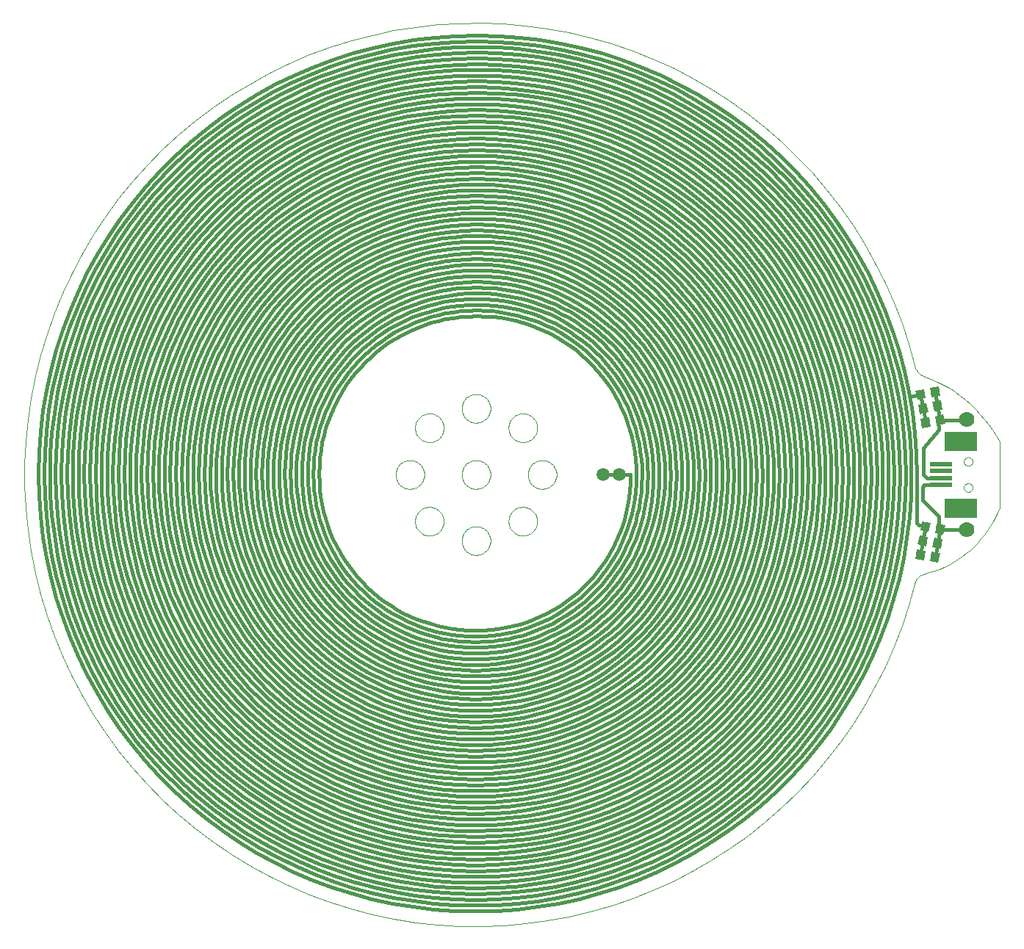
<source format=gtl>
G75*
G70*
%OFA0B0*%
%FSLAX24Y24*%
%IPPOS*%
%LPD*%
%AMOC8*
5,1,8,0,0,1.08239X$1,22.5*
%
%ADD10C,0.0010*%
%ADD11C,0.0000*%
%ADD12R,0.1496X0.0906*%
%ADD13R,0.0984X0.0217*%
%ADD14R,0.0394X0.0433*%
%ADD15C,0.0150*%
%ADD16C,0.0700*%
%ADD17C,0.0591*%
D10*
X040496Y015646D02*
X040231Y014683D01*
X039920Y013735D01*
X039562Y012803D01*
X039160Y011890D01*
X038714Y010997D01*
X038225Y010127D01*
X037694Y009282D01*
X037122Y008463D01*
X036512Y007674D01*
X035864Y006915D01*
X035179Y006188D01*
X034460Y005496D01*
X033708Y004839D01*
X032925Y004220D01*
X032113Y003640D01*
X031274Y003100D01*
X030409Y002601D01*
X029521Y002146D01*
X028612Y001733D01*
X027684Y001366D01*
X026739Y001044D01*
X025780Y000769D01*
X024808Y000541D01*
X023827Y000360D01*
X022838Y000227D01*
X021843Y000142D01*
X020846Y000106D01*
X019847Y000119D01*
X018851Y000180D01*
X017859Y000290D01*
X016874Y000447D01*
X015897Y000653D01*
X014931Y000906D01*
X013979Y001205D01*
X013043Y001551D01*
X012124Y001941D01*
X011226Y002376D01*
X010350Y002854D01*
X009498Y003375D01*
X008672Y003936D01*
X007875Y004536D01*
X007108Y005175D01*
X006373Y005850D01*
X005672Y006560D01*
X005006Y007304D01*
X004377Y008079D01*
X003787Y008884D01*
X003236Y009716D01*
X002727Y010574D01*
X002260Y011457D01*
X001836Y012360D01*
X001457Y013284D01*
X001123Y014224D01*
X000836Y015180D01*
X000595Y016149D01*
X000402Y017128D01*
X000257Y018116D01*
X000160Y019109D01*
X000111Y020106D01*
X000111Y021104D01*
X000160Y022101D01*
X000257Y023094D01*
X000402Y024082D01*
X000595Y025061D01*
X000836Y026030D01*
X001123Y026986D01*
X001457Y027926D01*
X001836Y028850D01*
X002260Y029753D01*
X002727Y030636D01*
X003236Y031494D01*
X003787Y032326D01*
X004377Y033131D01*
X005006Y033906D01*
X005672Y034650D01*
X006373Y035360D01*
X007108Y036035D01*
X007875Y036674D01*
X008672Y037274D01*
X009498Y037835D01*
X010350Y038356D01*
X011226Y038834D01*
X012124Y039269D01*
X013043Y039659D01*
X013979Y040005D01*
X014931Y040304D01*
X015897Y040557D01*
X016874Y040763D01*
X017859Y040920D01*
X018851Y041030D01*
X019847Y041091D01*
X020846Y041104D01*
X021843Y041068D01*
X022838Y040983D01*
X023827Y040850D01*
X024808Y040669D01*
X025780Y040441D01*
X026739Y040166D01*
X027684Y039844D01*
X028612Y039477D01*
X029521Y039064D01*
X030409Y038609D01*
X031274Y038110D01*
X032113Y037570D01*
X032925Y036990D01*
X033708Y036371D01*
X034460Y035714D01*
X035179Y035022D01*
X035864Y034295D01*
X036512Y033536D01*
X037122Y032747D01*
X037694Y031928D01*
X038225Y031083D01*
X038714Y030213D01*
X039160Y029320D01*
X039562Y028407D01*
X039920Y027475D01*
X040231Y026527D01*
X040496Y025564D01*
X040510Y025515D01*
X040527Y025467D01*
X040548Y025421D01*
X040572Y025376D01*
X040599Y025333D01*
X040629Y025291D01*
X040662Y025252D01*
X040697Y025216D01*
X040735Y025182D01*
X040775Y025150D01*
X040817Y025122D01*
X040862Y025096D01*
X040907Y025074D01*
X040955Y025055D01*
X044355Y022105D02*
X044355Y019105D01*
X040955Y016105D02*
X040908Y016091D01*
X040862Y016074D01*
X040818Y016054D01*
X040776Y016030D01*
X040736Y016002D01*
X040697Y015972D01*
X040662Y015939D01*
X040629Y015903D01*
X040598Y015865D01*
X040571Y015825D01*
X040547Y015782D01*
X040527Y015738D01*
X040509Y015692D01*
X040496Y015646D01*
X044355Y022105D02*
X044204Y022372D01*
X044040Y022632D01*
X043864Y022883D01*
X043676Y023125D01*
X043476Y023358D01*
X043265Y023581D01*
X043043Y023793D01*
X042811Y023994D01*
X042570Y024183D01*
X042319Y024361D01*
X042061Y024526D01*
X041794Y024678D01*
X041521Y024818D01*
X041241Y024943D01*
X040955Y025055D01*
X044355Y019105D02*
X044265Y018887D01*
X044164Y018674D01*
X044053Y018467D01*
X043932Y018264D01*
X043802Y018068D01*
X043663Y017878D01*
X043515Y017695D01*
X043358Y017519D01*
X043193Y017351D01*
X043020Y017191D01*
X042840Y017039D01*
X042652Y016896D01*
X042459Y016763D01*
X042258Y016638D01*
X042053Y016524D01*
X041842Y016419D01*
X041626Y016325D01*
X041406Y016241D01*
X041182Y016167D01*
X040955Y016105D01*
D11*
X017834Y018484D02*
X017836Y018534D01*
X017842Y018584D01*
X017852Y018634D01*
X017865Y018682D01*
X017882Y018730D01*
X017903Y018776D01*
X017927Y018820D01*
X017955Y018862D01*
X017986Y018902D01*
X018020Y018939D01*
X018057Y018974D01*
X018096Y019005D01*
X018137Y019034D01*
X018181Y019059D01*
X018227Y019081D01*
X018274Y019099D01*
X018322Y019113D01*
X018371Y019124D01*
X018421Y019131D01*
X018471Y019134D01*
X018522Y019133D01*
X018572Y019128D01*
X018622Y019119D01*
X018670Y019107D01*
X018718Y019090D01*
X018764Y019070D01*
X018809Y019047D01*
X018852Y019020D01*
X018892Y018990D01*
X018930Y018957D01*
X018965Y018921D01*
X018998Y018882D01*
X019027Y018841D01*
X019053Y018798D01*
X019076Y018753D01*
X019095Y018706D01*
X019110Y018658D01*
X019122Y018609D01*
X019130Y018559D01*
X019134Y018509D01*
X019134Y018459D01*
X019130Y018409D01*
X019122Y018359D01*
X019110Y018310D01*
X019095Y018262D01*
X019076Y018215D01*
X019053Y018170D01*
X019027Y018127D01*
X018998Y018086D01*
X018965Y018047D01*
X018930Y018011D01*
X018892Y017978D01*
X018852Y017948D01*
X018809Y017921D01*
X018764Y017898D01*
X018718Y017878D01*
X018670Y017861D01*
X018622Y017849D01*
X018572Y017840D01*
X018522Y017835D01*
X018471Y017834D01*
X018421Y017837D01*
X018371Y017844D01*
X018322Y017855D01*
X018274Y017869D01*
X018227Y017887D01*
X018181Y017909D01*
X018137Y017934D01*
X018096Y017963D01*
X018057Y017994D01*
X018020Y018029D01*
X017986Y018066D01*
X017955Y018106D01*
X017927Y018148D01*
X017903Y018192D01*
X017882Y018238D01*
X017865Y018286D01*
X017852Y018334D01*
X017842Y018384D01*
X017836Y018434D01*
X017834Y018484D01*
X016955Y020605D02*
X016957Y020655D01*
X016963Y020705D01*
X016973Y020755D01*
X016986Y020803D01*
X017003Y020851D01*
X017024Y020897D01*
X017048Y020941D01*
X017076Y020983D01*
X017107Y021023D01*
X017141Y021060D01*
X017178Y021095D01*
X017217Y021126D01*
X017258Y021155D01*
X017302Y021180D01*
X017348Y021202D01*
X017395Y021220D01*
X017443Y021234D01*
X017492Y021245D01*
X017542Y021252D01*
X017592Y021255D01*
X017643Y021254D01*
X017693Y021249D01*
X017743Y021240D01*
X017791Y021228D01*
X017839Y021211D01*
X017885Y021191D01*
X017930Y021168D01*
X017973Y021141D01*
X018013Y021111D01*
X018051Y021078D01*
X018086Y021042D01*
X018119Y021003D01*
X018148Y020962D01*
X018174Y020919D01*
X018197Y020874D01*
X018216Y020827D01*
X018231Y020779D01*
X018243Y020730D01*
X018251Y020680D01*
X018255Y020630D01*
X018255Y020580D01*
X018251Y020530D01*
X018243Y020480D01*
X018231Y020431D01*
X018216Y020383D01*
X018197Y020336D01*
X018174Y020291D01*
X018148Y020248D01*
X018119Y020207D01*
X018086Y020168D01*
X018051Y020132D01*
X018013Y020099D01*
X017973Y020069D01*
X017930Y020042D01*
X017885Y020019D01*
X017839Y019999D01*
X017791Y019982D01*
X017743Y019970D01*
X017693Y019961D01*
X017643Y019956D01*
X017592Y019955D01*
X017542Y019958D01*
X017492Y019965D01*
X017443Y019976D01*
X017395Y019990D01*
X017348Y020008D01*
X017302Y020030D01*
X017258Y020055D01*
X017217Y020084D01*
X017178Y020115D01*
X017141Y020150D01*
X017107Y020187D01*
X017076Y020227D01*
X017048Y020269D01*
X017024Y020313D01*
X017003Y020359D01*
X016986Y020407D01*
X016973Y020455D01*
X016963Y020505D01*
X016957Y020555D01*
X016955Y020605D01*
X017834Y022726D02*
X017836Y022776D01*
X017842Y022826D01*
X017852Y022876D01*
X017865Y022924D01*
X017882Y022972D01*
X017903Y023018D01*
X017927Y023062D01*
X017955Y023104D01*
X017986Y023144D01*
X018020Y023181D01*
X018057Y023216D01*
X018096Y023247D01*
X018137Y023276D01*
X018181Y023301D01*
X018227Y023323D01*
X018274Y023341D01*
X018322Y023355D01*
X018371Y023366D01*
X018421Y023373D01*
X018471Y023376D01*
X018522Y023375D01*
X018572Y023370D01*
X018622Y023361D01*
X018670Y023349D01*
X018718Y023332D01*
X018764Y023312D01*
X018809Y023289D01*
X018852Y023262D01*
X018892Y023232D01*
X018930Y023199D01*
X018965Y023163D01*
X018998Y023124D01*
X019027Y023083D01*
X019053Y023040D01*
X019076Y022995D01*
X019095Y022948D01*
X019110Y022900D01*
X019122Y022851D01*
X019130Y022801D01*
X019134Y022751D01*
X019134Y022701D01*
X019130Y022651D01*
X019122Y022601D01*
X019110Y022552D01*
X019095Y022504D01*
X019076Y022457D01*
X019053Y022412D01*
X019027Y022369D01*
X018998Y022328D01*
X018965Y022289D01*
X018930Y022253D01*
X018892Y022220D01*
X018852Y022190D01*
X018809Y022163D01*
X018764Y022140D01*
X018718Y022120D01*
X018670Y022103D01*
X018622Y022091D01*
X018572Y022082D01*
X018522Y022077D01*
X018471Y022076D01*
X018421Y022079D01*
X018371Y022086D01*
X018322Y022097D01*
X018274Y022111D01*
X018227Y022129D01*
X018181Y022151D01*
X018137Y022176D01*
X018096Y022205D01*
X018057Y022236D01*
X018020Y022271D01*
X017986Y022308D01*
X017955Y022348D01*
X017927Y022390D01*
X017903Y022434D01*
X017882Y022480D01*
X017865Y022528D01*
X017852Y022576D01*
X017842Y022626D01*
X017836Y022676D01*
X017834Y022726D01*
X019955Y023605D02*
X019957Y023655D01*
X019963Y023705D01*
X019973Y023755D01*
X019986Y023803D01*
X020003Y023851D01*
X020024Y023897D01*
X020048Y023941D01*
X020076Y023983D01*
X020107Y024023D01*
X020141Y024060D01*
X020178Y024095D01*
X020217Y024126D01*
X020258Y024155D01*
X020302Y024180D01*
X020348Y024202D01*
X020395Y024220D01*
X020443Y024234D01*
X020492Y024245D01*
X020542Y024252D01*
X020592Y024255D01*
X020643Y024254D01*
X020693Y024249D01*
X020743Y024240D01*
X020791Y024228D01*
X020839Y024211D01*
X020885Y024191D01*
X020930Y024168D01*
X020973Y024141D01*
X021013Y024111D01*
X021051Y024078D01*
X021086Y024042D01*
X021119Y024003D01*
X021148Y023962D01*
X021174Y023919D01*
X021197Y023874D01*
X021216Y023827D01*
X021231Y023779D01*
X021243Y023730D01*
X021251Y023680D01*
X021255Y023630D01*
X021255Y023580D01*
X021251Y023530D01*
X021243Y023480D01*
X021231Y023431D01*
X021216Y023383D01*
X021197Y023336D01*
X021174Y023291D01*
X021148Y023248D01*
X021119Y023207D01*
X021086Y023168D01*
X021051Y023132D01*
X021013Y023099D01*
X020973Y023069D01*
X020930Y023042D01*
X020885Y023019D01*
X020839Y022999D01*
X020791Y022982D01*
X020743Y022970D01*
X020693Y022961D01*
X020643Y022956D01*
X020592Y022955D01*
X020542Y022958D01*
X020492Y022965D01*
X020443Y022976D01*
X020395Y022990D01*
X020348Y023008D01*
X020302Y023030D01*
X020258Y023055D01*
X020217Y023084D01*
X020178Y023115D01*
X020141Y023150D01*
X020107Y023187D01*
X020076Y023227D01*
X020048Y023269D01*
X020024Y023313D01*
X020003Y023359D01*
X019986Y023407D01*
X019973Y023455D01*
X019963Y023505D01*
X019957Y023555D01*
X019955Y023605D01*
X022076Y022726D02*
X022078Y022776D01*
X022084Y022826D01*
X022094Y022876D01*
X022107Y022924D01*
X022124Y022972D01*
X022145Y023018D01*
X022169Y023062D01*
X022197Y023104D01*
X022228Y023144D01*
X022262Y023181D01*
X022299Y023216D01*
X022338Y023247D01*
X022379Y023276D01*
X022423Y023301D01*
X022469Y023323D01*
X022516Y023341D01*
X022564Y023355D01*
X022613Y023366D01*
X022663Y023373D01*
X022713Y023376D01*
X022764Y023375D01*
X022814Y023370D01*
X022864Y023361D01*
X022912Y023349D01*
X022960Y023332D01*
X023006Y023312D01*
X023051Y023289D01*
X023094Y023262D01*
X023134Y023232D01*
X023172Y023199D01*
X023207Y023163D01*
X023240Y023124D01*
X023269Y023083D01*
X023295Y023040D01*
X023318Y022995D01*
X023337Y022948D01*
X023352Y022900D01*
X023364Y022851D01*
X023372Y022801D01*
X023376Y022751D01*
X023376Y022701D01*
X023372Y022651D01*
X023364Y022601D01*
X023352Y022552D01*
X023337Y022504D01*
X023318Y022457D01*
X023295Y022412D01*
X023269Y022369D01*
X023240Y022328D01*
X023207Y022289D01*
X023172Y022253D01*
X023134Y022220D01*
X023094Y022190D01*
X023051Y022163D01*
X023006Y022140D01*
X022960Y022120D01*
X022912Y022103D01*
X022864Y022091D01*
X022814Y022082D01*
X022764Y022077D01*
X022713Y022076D01*
X022663Y022079D01*
X022613Y022086D01*
X022564Y022097D01*
X022516Y022111D01*
X022469Y022129D01*
X022423Y022151D01*
X022379Y022176D01*
X022338Y022205D01*
X022299Y022236D01*
X022262Y022271D01*
X022228Y022308D01*
X022197Y022348D01*
X022169Y022390D01*
X022145Y022434D01*
X022124Y022480D01*
X022107Y022528D01*
X022094Y022576D01*
X022084Y022626D01*
X022078Y022676D01*
X022076Y022726D01*
X019955Y020605D02*
X019957Y020655D01*
X019963Y020705D01*
X019973Y020755D01*
X019986Y020803D01*
X020003Y020851D01*
X020024Y020897D01*
X020048Y020941D01*
X020076Y020983D01*
X020107Y021023D01*
X020141Y021060D01*
X020178Y021095D01*
X020217Y021126D01*
X020258Y021155D01*
X020302Y021180D01*
X020348Y021202D01*
X020395Y021220D01*
X020443Y021234D01*
X020492Y021245D01*
X020542Y021252D01*
X020592Y021255D01*
X020643Y021254D01*
X020693Y021249D01*
X020743Y021240D01*
X020791Y021228D01*
X020839Y021211D01*
X020885Y021191D01*
X020930Y021168D01*
X020973Y021141D01*
X021013Y021111D01*
X021051Y021078D01*
X021086Y021042D01*
X021119Y021003D01*
X021148Y020962D01*
X021174Y020919D01*
X021197Y020874D01*
X021216Y020827D01*
X021231Y020779D01*
X021243Y020730D01*
X021251Y020680D01*
X021255Y020630D01*
X021255Y020580D01*
X021251Y020530D01*
X021243Y020480D01*
X021231Y020431D01*
X021216Y020383D01*
X021197Y020336D01*
X021174Y020291D01*
X021148Y020248D01*
X021119Y020207D01*
X021086Y020168D01*
X021051Y020132D01*
X021013Y020099D01*
X020973Y020069D01*
X020930Y020042D01*
X020885Y020019D01*
X020839Y019999D01*
X020791Y019982D01*
X020743Y019970D01*
X020693Y019961D01*
X020643Y019956D01*
X020592Y019955D01*
X020542Y019958D01*
X020492Y019965D01*
X020443Y019976D01*
X020395Y019990D01*
X020348Y020008D01*
X020302Y020030D01*
X020258Y020055D01*
X020217Y020084D01*
X020178Y020115D01*
X020141Y020150D01*
X020107Y020187D01*
X020076Y020227D01*
X020048Y020269D01*
X020024Y020313D01*
X020003Y020359D01*
X019986Y020407D01*
X019973Y020455D01*
X019963Y020505D01*
X019957Y020555D01*
X019955Y020605D01*
X022076Y018484D02*
X022078Y018534D01*
X022084Y018584D01*
X022094Y018634D01*
X022107Y018682D01*
X022124Y018730D01*
X022145Y018776D01*
X022169Y018820D01*
X022197Y018862D01*
X022228Y018902D01*
X022262Y018939D01*
X022299Y018974D01*
X022338Y019005D01*
X022379Y019034D01*
X022423Y019059D01*
X022469Y019081D01*
X022516Y019099D01*
X022564Y019113D01*
X022613Y019124D01*
X022663Y019131D01*
X022713Y019134D01*
X022764Y019133D01*
X022814Y019128D01*
X022864Y019119D01*
X022912Y019107D01*
X022960Y019090D01*
X023006Y019070D01*
X023051Y019047D01*
X023094Y019020D01*
X023134Y018990D01*
X023172Y018957D01*
X023207Y018921D01*
X023240Y018882D01*
X023269Y018841D01*
X023295Y018798D01*
X023318Y018753D01*
X023337Y018706D01*
X023352Y018658D01*
X023364Y018609D01*
X023372Y018559D01*
X023376Y018509D01*
X023376Y018459D01*
X023372Y018409D01*
X023364Y018359D01*
X023352Y018310D01*
X023337Y018262D01*
X023318Y018215D01*
X023295Y018170D01*
X023269Y018127D01*
X023240Y018086D01*
X023207Y018047D01*
X023172Y018011D01*
X023134Y017978D01*
X023094Y017948D01*
X023051Y017921D01*
X023006Y017898D01*
X022960Y017878D01*
X022912Y017861D01*
X022864Y017849D01*
X022814Y017840D01*
X022764Y017835D01*
X022713Y017834D01*
X022663Y017837D01*
X022613Y017844D01*
X022564Y017855D01*
X022516Y017869D01*
X022469Y017887D01*
X022423Y017909D01*
X022379Y017934D01*
X022338Y017963D01*
X022299Y017994D01*
X022262Y018029D01*
X022228Y018066D01*
X022197Y018106D01*
X022169Y018148D01*
X022145Y018192D01*
X022124Y018238D01*
X022107Y018286D01*
X022094Y018334D01*
X022084Y018384D01*
X022078Y018434D01*
X022076Y018484D01*
X019955Y017605D02*
X019957Y017655D01*
X019963Y017705D01*
X019973Y017755D01*
X019986Y017803D01*
X020003Y017851D01*
X020024Y017897D01*
X020048Y017941D01*
X020076Y017983D01*
X020107Y018023D01*
X020141Y018060D01*
X020178Y018095D01*
X020217Y018126D01*
X020258Y018155D01*
X020302Y018180D01*
X020348Y018202D01*
X020395Y018220D01*
X020443Y018234D01*
X020492Y018245D01*
X020542Y018252D01*
X020592Y018255D01*
X020643Y018254D01*
X020693Y018249D01*
X020743Y018240D01*
X020791Y018228D01*
X020839Y018211D01*
X020885Y018191D01*
X020930Y018168D01*
X020973Y018141D01*
X021013Y018111D01*
X021051Y018078D01*
X021086Y018042D01*
X021119Y018003D01*
X021148Y017962D01*
X021174Y017919D01*
X021197Y017874D01*
X021216Y017827D01*
X021231Y017779D01*
X021243Y017730D01*
X021251Y017680D01*
X021255Y017630D01*
X021255Y017580D01*
X021251Y017530D01*
X021243Y017480D01*
X021231Y017431D01*
X021216Y017383D01*
X021197Y017336D01*
X021174Y017291D01*
X021148Y017248D01*
X021119Y017207D01*
X021086Y017168D01*
X021051Y017132D01*
X021013Y017099D01*
X020973Y017069D01*
X020930Y017042D01*
X020885Y017019D01*
X020839Y016999D01*
X020791Y016982D01*
X020743Y016970D01*
X020693Y016961D01*
X020643Y016956D01*
X020592Y016955D01*
X020542Y016958D01*
X020492Y016965D01*
X020443Y016976D01*
X020395Y016990D01*
X020348Y017008D01*
X020302Y017030D01*
X020258Y017055D01*
X020217Y017084D01*
X020178Y017115D01*
X020141Y017150D01*
X020107Y017187D01*
X020076Y017227D01*
X020048Y017269D01*
X020024Y017313D01*
X020003Y017359D01*
X019986Y017407D01*
X019973Y017455D01*
X019963Y017505D01*
X019957Y017555D01*
X019955Y017605D01*
X022955Y020605D02*
X022957Y020655D01*
X022963Y020705D01*
X022973Y020755D01*
X022986Y020803D01*
X023003Y020851D01*
X023024Y020897D01*
X023048Y020941D01*
X023076Y020983D01*
X023107Y021023D01*
X023141Y021060D01*
X023178Y021095D01*
X023217Y021126D01*
X023258Y021155D01*
X023302Y021180D01*
X023348Y021202D01*
X023395Y021220D01*
X023443Y021234D01*
X023492Y021245D01*
X023542Y021252D01*
X023592Y021255D01*
X023643Y021254D01*
X023693Y021249D01*
X023743Y021240D01*
X023791Y021228D01*
X023839Y021211D01*
X023885Y021191D01*
X023930Y021168D01*
X023973Y021141D01*
X024013Y021111D01*
X024051Y021078D01*
X024086Y021042D01*
X024119Y021003D01*
X024148Y020962D01*
X024174Y020919D01*
X024197Y020874D01*
X024216Y020827D01*
X024231Y020779D01*
X024243Y020730D01*
X024251Y020680D01*
X024255Y020630D01*
X024255Y020580D01*
X024251Y020530D01*
X024243Y020480D01*
X024231Y020431D01*
X024216Y020383D01*
X024197Y020336D01*
X024174Y020291D01*
X024148Y020248D01*
X024119Y020207D01*
X024086Y020168D01*
X024051Y020132D01*
X024013Y020099D01*
X023973Y020069D01*
X023930Y020042D01*
X023885Y020019D01*
X023839Y019999D01*
X023791Y019982D01*
X023743Y019970D01*
X023693Y019961D01*
X023643Y019956D01*
X023592Y019955D01*
X023542Y019958D01*
X023492Y019965D01*
X023443Y019976D01*
X023395Y019990D01*
X023348Y020008D01*
X023302Y020030D01*
X023258Y020055D01*
X023217Y020084D01*
X023178Y020115D01*
X023141Y020150D01*
X023107Y020187D01*
X023076Y020227D01*
X023048Y020269D01*
X023024Y020313D01*
X023003Y020359D01*
X022986Y020407D01*
X022973Y020455D01*
X022963Y020505D01*
X022957Y020555D01*
X022955Y020605D01*
X042741Y020014D02*
X042743Y020041D01*
X042749Y020068D01*
X042758Y020094D01*
X042771Y020118D01*
X042787Y020141D01*
X042806Y020160D01*
X042828Y020177D01*
X042852Y020191D01*
X042877Y020201D01*
X042904Y020208D01*
X042931Y020211D01*
X042959Y020210D01*
X042986Y020205D01*
X043012Y020197D01*
X043036Y020185D01*
X043059Y020169D01*
X043080Y020151D01*
X043097Y020130D01*
X043112Y020106D01*
X043123Y020081D01*
X043131Y020055D01*
X043135Y020028D01*
X043135Y020000D01*
X043131Y019973D01*
X043123Y019947D01*
X043112Y019922D01*
X043097Y019898D01*
X043080Y019877D01*
X043059Y019859D01*
X043037Y019843D01*
X043012Y019831D01*
X042986Y019823D01*
X042959Y019818D01*
X042931Y019817D01*
X042904Y019820D01*
X042877Y019827D01*
X042852Y019837D01*
X042828Y019851D01*
X042806Y019868D01*
X042787Y019887D01*
X042771Y019910D01*
X042758Y019934D01*
X042749Y019960D01*
X042743Y019987D01*
X042741Y020014D01*
X042741Y021196D02*
X042743Y021223D01*
X042749Y021250D01*
X042758Y021276D01*
X042771Y021300D01*
X042787Y021323D01*
X042806Y021342D01*
X042828Y021359D01*
X042852Y021373D01*
X042877Y021383D01*
X042904Y021390D01*
X042931Y021393D01*
X042959Y021392D01*
X042986Y021387D01*
X043012Y021379D01*
X043036Y021367D01*
X043059Y021351D01*
X043080Y021333D01*
X043097Y021312D01*
X043112Y021288D01*
X043123Y021263D01*
X043131Y021237D01*
X043135Y021210D01*
X043135Y021182D01*
X043131Y021155D01*
X043123Y021129D01*
X043112Y021104D01*
X043097Y021080D01*
X043080Y021059D01*
X043059Y021041D01*
X043037Y021025D01*
X043012Y021013D01*
X042986Y021005D01*
X042959Y021000D01*
X042931Y020999D01*
X042904Y021002D01*
X042877Y021009D01*
X042852Y021019D01*
X042828Y021033D01*
X042806Y021050D01*
X042787Y021069D01*
X042771Y021092D01*
X042758Y021116D01*
X042749Y021142D01*
X042743Y021169D01*
X042741Y021196D01*
D12*
X042603Y022121D03*
X042603Y019089D03*
D13*
X041698Y020133D03*
X041698Y020448D03*
X041698Y020762D03*
X041698Y021077D03*
D14*
G36*
X040770Y023142D02*
X041157Y023210D01*
X041232Y022786D01*
X040845Y022718D01*
X040770Y023142D01*
G37*
G36*
X040657Y023782D02*
X041044Y023850D01*
X041119Y023426D01*
X040732Y023358D01*
X040657Y023782D01*
G37*
G36*
X040544Y024422D02*
X040931Y024490D01*
X041006Y024066D01*
X040619Y023998D01*
X040544Y024422D01*
G37*
G36*
X041203Y024539D02*
X041590Y024607D01*
X041665Y024183D01*
X041278Y024115D01*
X041203Y024539D01*
G37*
G36*
X041316Y023898D02*
X041703Y023966D01*
X041778Y023542D01*
X041391Y023474D01*
X041316Y023898D01*
G37*
G36*
X041429Y023258D02*
X041816Y023326D01*
X041891Y022902D01*
X041504Y022834D01*
X041429Y023258D01*
G37*
G36*
X040836Y018490D02*
X041223Y018422D01*
X041148Y017998D01*
X040761Y018066D01*
X040836Y018490D01*
G37*
G36*
X041496Y018374D02*
X041883Y018306D01*
X041808Y017882D01*
X041421Y017950D01*
X041496Y018374D01*
G37*
G36*
X041383Y017734D02*
X041770Y017666D01*
X041695Y017242D01*
X041308Y017310D01*
X041383Y017734D01*
G37*
G36*
X040724Y017850D02*
X041111Y017782D01*
X041036Y017358D01*
X040649Y017426D01*
X040724Y017850D01*
G37*
G36*
X040611Y017210D02*
X040998Y017142D01*
X040923Y016718D01*
X040536Y016786D01*
X040611Y017210D01*
G37*
G36*
X041270Y017094D02*
X041657Y017026D01*
X041582Y016602D01*
X041195Y016670D01*
X041270Y017094D01*
G37*
D15*
X041426Y016848D02*
X041555Y017505D01*
X041539Y017488D01*
X041655Y018105D01*
X041652Y018128D01*
X041628Y018128D01*
X041605Y018105D01*
X041605Y018705D01*
X040855Y019455D01*
X040855Y020055D01*
X040933Y020133D01*
X041698Y020133D01*
X041698Y020448D02*
X041062Y020448D01*
X040905Y020605D01*
X040905Y021805D01*
X041605Y022655D01*
X041555Y023055D01*
X041660Y023080D01*
X042830Y023080D01*
X042855Y023055D01*
X042855Y023105D01*
X041660Y023080D02*
X041547Y023720D01*
X041434Y024361D01*
X040775Y024244D02*
X040770Y024234D01*
X040305Y024143D01*
X040755Y024205D02*
X040885Y023619D01*
X040873Y023602D01*
X040888Y023604D01*
X040905Y023555D01*
X040989Y023028D01*
X040977Y023011D01*
X040995Y022998D01*
X041001Y022964D01*
X040755Y024205D02*
X040770Y024234D01*
X040605Y020605D02*
X040605Y020455D01*
X040605Y018405D01*
X040705Y018305D01*
X040905Y018305D01*
X040966Y018244D01*
X040992Y018244D01*
X041005Y018205D01*
X040880Y017604D01*
X040855Y017555D01*
X040767Y016964D01*
X040880Y017604D02*
X040867Y017622D01*
X040880Y017604D02*
X040920Y017632D01*
X040922Y017647D01*
X041539Y017488D02*
X041551Y017470D01*
X041545Y017436D01*
X041664Y018110D02*
X042850Y018110D01*
X042855Y018105D01*
X041664Y018110D02*
X041652Y018128D01*
X040992Y018244D02*
X040975Y018232D01*
X041426Y016848D02*
X041438Y016830D01*
X040345Y020540D02*
X040345Y020605D01*
X040085Y020605D02*
X040085Y020540D01*
X039825Y020540D02*
X039825Y020605D01*
X039565Y020605D02*
X039565Y020540D01*
X039305Y020540D02*
X039305Y020605D01*
X039045Y020605D02*
X039045Y020540D01*
X038785Y020540D02*
X038785Y020605D01*
X038525Y020605D02*
X038525Y020540D01*
X038265Y020540D02*
X038265Y020605D01*
X038005Y020605D02*
X038005Y020540D01*
X037745Y020540D02*
X037745Y020605D01*
X037485Y020605D02*
X037485Y020540D01*
X037225Y020540D02*
X037225Y020605D01*
X036965Y020605D02*
X036965Y020540D01*
X036705Y020540D02*
X036705Y020605D01*
X036445Y020605D02*
X036445Y020540D01*
X036185Y020540D02*
X036185Y020605D01*
X035925Y020605D02*
X035925Y020540D01*
X035665Y020540D02*
X035665Y020605D01*
X035405Y020605D02*
X035405Y020540D01*
X035145Y020540D02*
X035145Y020605D01*
X034885Y020605D02*
X034885Y020540D01*
X034625Y020540D02*
X034625Y020605D01*
X034365Y020605D02*
X034365Y020540D01*
X034105Y020540D02*
X034105Y020605D01*
X033845Y020605D02*
X033845Y020540D01*
X033585Y020540D02*
X033585Y020605D01*
X033325Y020605D02*
X033325Y020540D01*
X033065Y020540D02*
X033065Y020605D01*
X032805Y020605D02*
X032805Y020540D01*
X032545Y020540D02*
X032545Y020605D01*
X032285Y020605D02*
X032285Y020540D01*
X032025Y020540D02*
X032025Y020605D01*
X031765Y020605D02*
X031765Y020540D01*
X031505Y020540D02*
X031505Y020605D01*
X031245Y020605D02*
X031245Y020540D01*
X030985Y020540D02*
X030985Y020605D01*
X030725Y020605D02*
X030725Y020540D01*
X030465Y020540D02*
X030465Y020605D01*
X030205Y020605D02*
X030205Y020540D01*
X029945Y020540D02*
X029945Y020605D01*
X029685Y020605D02*
X029685Y020540D01*
X029425Y020540D02*
X029425Y020605D01*
X029165Y020605D02*
X029165Y020540D01*
X028905Y020540D02*
X028905Y020605D01*
X028645Y020605D02*
X028645Y020540D01*
X028385Y020540D02*
X028385Y020605D01*
X028125Y020605D02*
X028125Y020540D01*
X027865Y020540D02*
X027865Y020605D01*
X027605Y020605D02*
X027605Y020605D01*
X026355Y020605D01*
X026355Y020605D01*
X027105Y020605D01*
X027605Y020605D01*
X027605Y020540D01*
X040605Y020605D02*
X040582Y021553D01*
X040515Y022500D01*
X040402Y023442D01*
X040245Y024378D01*
X040043Y025305D01*
X039798Y026221D01*
X039509Y027125D01*
X039177Y028014D01*
X038804Y028886D01*
X038389Y029740D01*
X037934Y030572D01*
X037440Y031383D01*
X036909Y032168D01*
X036340Y032928D01*
X035736Y033660D01*
X035098Y034362D01*
X034427Y035033D01*
X033725Y035671D01*
X032993Y036275D01*
X032233Y036844D01*
X031448Y037375D01*
X030637Y037869D01*
X029805Y038324D01*
X028951Y038739D01*
X028079Y039112D01*
X027190Y039444D01*
X026286Y039733D01*
X025370Y039978D01*
X024443Y040180D01*
X023507Y040337D01*
X022565Y040450D01*
X021618Y040517D01*
X020670Y040540D01*
X020605Y040540D01*
X020605Y040280D02*
X020670Y040280D01*
X020670Y040020D02*
X020605Y040020D01*
X020605Y039760D02*
X020670Y039760D01*
X020670Y039500D02*
X020605Y039500D01*
X020605Y039240D02*
X020670Y039240D01*
X020670Y038980D02*
X020605Y038980D01*
X020605Y038720D02*
X020670Y038720D01*
X020670Y038460D02*
X020605Y038460D01*
X020605Y038200D02*
X020670Y038200D01*
X020670Y037940D02*
X020605Y037940D01*
X020605Y037680D02*
X020670Y037680D01*
X020670Y037420D02*
X020605Y037420D01*
X020605Y037160D02*
X020670Y037160D01*
X020670Y036900D02*
X020605Y036900D01*
X020605Y036640D02*
X020670Y036640D01*
X020670Y036380D02*
X020605Y036380D01*
X020605Y036120D02*
X020670Y036120D01*
X020670Y035860D02*
X020605Y035860D01*
X020605Y035600D02*
X020670Y035600D01*
X020670Y035340D02*
X020605Y035340D01*
X020605Y035080D02*
X020670Y035080D01*
X020670Y034820D02*
X020605Y034820D01*
X020605Y034560D02*
X020670Y034560D01*
X020670Y034300D02*
X020605Y034300D01*
X020605Y034040D02*
X020670Y034040D01*
X020670Y033780D02*
X020605Y033780D01*
X020605Y033520D02*
X020670Y033520D01*
X020670Y033260D02*
X020605Y033260D01*
X020605Y033000D02*
X020670Y033000D01*
X020670Y032740D02*
X020605Y032740D01*
X020605Y032480D02*
X020670Y032480D01*
X020670Y032220D02*
X020605Y032220D01*
X020605Y031960D02*
X020670Y031960D01*
X020670Y031700D02*
X020605Y031700D01*
X020605Y031440D02*
X020670Y031440D01*
X020670Y031180D02*
X020605Y031180D01*
X020605Y030920D02*
X020670Y030920D01*
X020670Y030660D02*
X020605Y030660D01*
X020605Y030400D02*
X020670Y030400D01*
X020670Y030140D02*
X020605Y030140D01*
X020605Y029880D02*
X020670Y029880D01*
X020670Y029620D02*
X020605Y029620D01*
X020605Y029360D02*
X020670Y029360D01*
X020670Y029100D02*
X020605Y029100D01*
X020605Y028840D02*
X020670Y028840D01*
X020670Y028580D02*
X020605Y028580D01*
X020605Y028320D02*
X020670Y028320D01*
X020670Y028060D02*
X020605Y028060D01*
X020605Y027800D02*
X020670Y027800D01*
X020605Y033260D02*
X020006Y033246D01*
X019408Y033203D01*
X018813Y033132D01*
X018222Y033032D01*
X017637Y032905D01*
X017058Y032750D01*
X016487Y032568D01*
X015926Y032358D01*
X015375Y032122D01*
X014836Y031860D01*
X014310Y031573D01*
X013798Y031261D01*
X013302Y030926D01*
X012822Y030566D01*
X012360Y030185D01*
X011917Y029782D01*
X011493Y029358D01*
X011090Y028915D01*
X010709Y028453D01*
X010349Y027973D01*
X010014Y027477D01*
X009702Y026965D01*
X009415Y026439D01*
X009153Y025900D01*
X008917Y025349D01*
X008707Y024788D01*
X008525Y024217D01*
X008370Y023638D01*
X008243Y023053D01*
X008143Y022462D01*
X008072Y021867D01*
X008029Y021269D01*
X008015Y020670D01*
X008015Y020605D01*
X007755Y020605D02*
X007755Y020670D01*
X007495Y020670D02*
X007495Y020605D01*
X007235Y020605D02*
X007235Y020670D01*
X006975Y020670D02*
X006975Y020605D01*
X006715Y020605D02*
X006715Y020670D01*
X006455Y020670D02*
X006455Y020605D01*
X006195Y020605D02*
X006195Y020670D01*
X005935Y020670D02*
X005935Y020605D01*
X005675Y020605D02*
X005675Y020670D01*
X005415Y020670D02*
X005415Y020605D01*
X005155Y020605D02*
X005155Y020670D01*
X004895Y020670D02*
X004895Y020605D01*
X004635Y020605D02*
X004635Y020670D01*
X004375Y020670D02*
X004375Y020605D01*
X004115Y020605D02*
X004115Y020670D01*
X003855Y020670D02*
X003855Y020605D01*
X003595Y020605D02*
X003595Y020670D01*
X003335Y020670D02*
X003335Y020605D01*
X003075Y020605D02*
X003075Y020670D01*
X002815Y020670D02*
X002815Y020605D01*
X002555Y020605D02*
X002555Y020670D01*
X002295Y020670D02*
X002295Y020605D01*
X002035Y020605D02*
X002035Y020670D01*
X001775Y020670D02*
X001775Y020605D01*
X001515Y020605D02*
X001515Y020670D01*
X001255Y020670D02*
X001255Y020605D01*
X000995Y020605D02*
X000995Y020670D01*
X000735Y020670D02*
X000735Y020605D01*
X008275Y020605D02*
X008275Y020670D01*
X008535Y020670D02*
X008535Y020605D01*
X008795Y020605D02*
X008795Y020670D01*
X009055Y020670D02*
X009055Y020605D01*
X009315Y020605D02*
X009315Y020670D01*
X009575Y020670D02*
X009575Y020605D01*
X009835Y020605D02*
X009835Y020670D01*
X010095Y020670D02*
X010095Y020605D01*
X010355Y020605D02*
X010355Y020670D01*
X010615Y020670D02*
X010615Y020605D01*
X010875Y020605D02*
X010875Y020670D01*
X011135Y020670D02*
X011135Y020605D01*
X011395Y020605D02*
X011395Y020670D01*
X011655Y020670D02*
X011655Y020605D01*
X011915Y020605D02*
X011915Y020670D01*
X012175Y020670D02*
X012175Y020605D01*
X012435Y020605D02*
X012435Y020670D01*
X012695Y020670D02*
X012695Y020605D01*
X012955Y020605D02*
X012955Y020670D01*
X013215Y020670D02*
X013215Y020605D01*
X013475Y020605D02*
X013475Y020670D01*
X004635Y020605D02*
X004653Y019848D01*
X004707Y019093D01*
X004797Y018342D01*
X004922Y017595D01*
X005083Y016855D01*
X005279Y016124D01*
X005510Y015403D01*
X005774Y014694D01*
X006072Y013998D01*
X006403Y013317D01*
X006766Y012653D01*
X007160Y012006D01*
X007584Y011379D01*
X008038Y010773D01*
X008520Y010189D01*
X009029Y009629D01*
X009564Y009094D01*
X010124Y008585D01*
X010708Y008103D01*
X011314Y007649D01*
X011941Y007225D01*
X012588Y006831D01*
X013252Y006468D01*
X013933Y006137D01*
X014629Y005839D01*
X015338Y005575D01*
X016059Y005344D01*
X016790Y005148D01*
X017530Y004987D01*
X018277Y004862D01*
X019028Y004772D01*
X019783Y004718D01*
X020540Y004700D01*
X020605Y004700D01*
X020605Y004440D02*
X020540Y004440D01*
X020540Y004180D02*
X020605Y004180D01*
X020605Y003920D02*
X020540Y003920D01*
X020540Y003660D02*
X020605Y003660D01*
X020605Y003400D02*
X020540Y003400D01*
X020540Y003140D02*
X020605Y003140D01*
X020605Y002880D02*
X020540Y002880D01*
X020540Y002620D02*
X020605Y002620D01*
X020605Y002360D02*
X020540Y002360D01*
X020540Y002100D02*
X020605Y002100D01*
X020605Y001840D02*
X020540Y001840D01*
X020540Y001580D02*
X020605Y001580D01*
X020605Y001320D02*
X020540Y001320D01*
X020540Y001060D02*
X020605Y001060D01*
X020605Y000800D02*
X020540Y000800D01*
X020605Y004960D02*
X020540Y004960D01*
X020540Y005220D02*
X020605Y005220D01*
X020605Y005480D02*
X020540Y005480D01*
X020540Y005740D02*
X020605Y005740D01*
X020605Y006000D02*
X020540Y006000D01*
X020540Y006260D02*
X020605Y006260D01*
X020605Y006520D02*
X020540Y006520D01*
X020540Y006780D02*
X020605Y006780D01*
X020605Y007040D02*
X020540Y007040D01*
X020540Y007300D02*
X020605Y007300D01*
X020605Y007560D02*
X020540Y007560D01*
X020540Y007820D02*
X020605Y007820D01*
X020605Y008080D02*
X020540Y008080D01*
X020540Y008340D02*
X020605Y008340D01*
X020605Y008600D02*
X020540Y008600D01*
X020540Y008860D02*
X020605Y008860D01*
X020605Y009120D02*
X020540Y009120D01*
X020540Y009380D02*
X020605Y009380D01*
X020605Y009640D02*
X020540Y009640D01*
X020540Y009900D02*
X020605Y009900D01*
X020605Y010160D02*
X020540Y010160D01*
X020540Y010420D02*
X020605Y010420D01*
X020605Y010680D02*
X020540Y010680D01*
X020540Y010940D02*
X020605Y010940D01*
X020605Y011200D02*
X020540Y011200D01*
X020540Y011460D02*
X020605Y011460D01*
X020605Y011720D02*
X020540Y011720D01*
X020540Y011980D02*
X020605Y011980D01*
X020605Y012240D02*
X020540Y012240D01*
X020540Y012500D02*
X020605Y012500D01*
X020605Y012760D02*
X020540Y012760D01*
X020540Y013020D02*
X020605Y013020D01*
X020605Y013280D02*
X020540Y013280D01*
X020540Y013540D02*
X020605Y013540D01*
X020605Y001580D02*
X021507Y001601D01*
X022407Y001666D01*
X023303Y001773D01*
X024193Y001923D01*
X025075Y002114D01*
X025947Y002348D01*
X026806Y002623D01*
X027652Y002938D01*
X028481Y003293D01*
X029293Y003688D01*
X030085Y004120D01*
X030856Y004590D01*
X031603Y005096D01*
X032325Y005636D01*
X033021Y006211D01*
X033689Y006818D01*
X034327Y007456D01*
X034934Y008124D01*
X035509Y008820D01*
X036049Y009542D01*
X036555Y010289D01*
X037025Y011060D01*
X037457Y011852D01*
X037852Y012664D01*
X038207Y013493D01*
X038522Y014339D01*
X038797Y015198D01*
X039031Y016070D01*
X039222Y016952D01*
X039372Y017842D01*
X039479Y018738D01*
X039544Y019638D01*
X039565Y020540D01*
X028905Y020605D02*
X028896Y020997D01*
X028868Y021388D01*
X028821Y021777D01*
X028756Y022163D01*
X028673Y022546D01*
X028571Y022925D01*
X028452Y023298D01*
X028315Y023666D01*
X028161Y024026D01*
X027990Y024378D01*
X027802Y024722D01*
X027598Y025057D01*
X027378Y025382D01*
X027143Y025696D01*
X026894Y025998D01*
X026630Y026288D01*
X026353Y026565D01*
X026063Y026829D01*
X025761Y027078D01*
X025447Y027313D01*
X025122Y027533D01*
X024787Y027737D01*
X024443Y027925D01*
X024091Y028096D01*
X023731Y028250D01*
X023363Y028387D01*
X022990Y028506D01*
X022611Y028608D01*
X022228Y028691D01*
X021842Y028756D01*
X021453Y028803D01*
X021062Y028831D01*
X020670Y028840D01*
X020605Y034820D02*
X019932Y034804D01*
X019260Y034756D01*
X018591Y034676D01*
X017927Y034564D01*
X017269Y034421D01*
X016619Y034247D01*
X015977Y034042D01*
X015346Y033806D01*
X014727Y033541D01*
X014121Y033247D01*
X013530Y032924D01*
X012955Y032574D01*
X012397Y032196D01*
X011858Y031793D01*
X011339Y031364D01*
X010840Y030911D01*
X010364Y030435D01*
X009911Y029936D01*
X009482Y029417D01*
X009079Y028878D01*
X008701Y028320D01*
X008351Y027745D01*
X008028Y027154D01*
X007734Y026548D01*
X007469Y025929D01*
X007233Y025298D01*
X007028Y024656D01*
X006854Y024006D01*
X006711Y023348D01*
X006599Y022684D01*
X006519Y022015D01*
X006471Y021343D01*
X006455Y020670D01*
X009315Y020605D02*
X009328Y020071D01*
X009366Y019538D01*
X009429Y019008D01*
X009518Y018481D01*
X009631Y017959D01*
X009770Y017443D01*
X009932Y016934D01*
X010119Y016433D01*
X010329Y015942D01*
X010563Y015461D01*
X010819Y014993D01*
X011097Y014536D01*
X011396Y014094D01*
X011717Y013666D01*
X012057Y013254D01*
X012416Y012859D01*
X012794Y012481D01*
X013189Y012122D01*
X013601Y011782D01*
X014029Y011461D01*
X014471Y011162D01*
X014928Y010884D01*
X015397Y010628D01*
X015877Y010394D01*
X016368Y010184D01*
X016869Y009997D01*
X017378Y009835D01*
X017894Y009696D01*
X018416Y009583D01*
X018943Y009494D01*
X019473Y009431D01*
X020006Y009393D01*
X020540Y009380D01*
X020605Y001840D02*
X021495Y001861D01*
X022382Y001925D01*
X023266Y002030D01*
X024144Y002178D01*
X025014Y002367D01*
X025873Y002597D01*
X026721Y002868D01*
X027555Y003179D01*
X028373Y003530D01*
X029174Y003919D01*
X029955Y004345D01*
X030715Y004809D01*
X031452Y005307D01*
X032165Y005841D01*
X032851Y006407D01*
X033509Y007006D01*
X034139Y007636D01*
X034738Y008294D01*
X035304Y008980D01*
X035838Y009693D01*
X036336Y010430D01*
X036800Y011190D01*
X037226Y011971D01*
X037615Y012772D01*
X037966Y013590D01*
X038277Y014424D01*
X038548Y015272D01*
X038778Y016131D01*
X038967Y017001D01*
X039115Y017879D01*
X039220Y018763D01*
X039284Y019650D01*
X039305Y020540D01*
X039565Y020605D02*
X039544Y021504D01*
X039479Y022401D01*
X039373Y023294D01*
X039224Y024181D01*
X039032Y025060D01*
X038800Y025928D01*
X038526Y026785D01*
X038212Y027628D01*
X037858Y028454D01*
X037465Y029263D01*
X037034Y030052D01*
X036565Y030820D01*
X036061Y031565D01*
X035522Y032285D01*
X034950Y032979D01*
X034345Y033644D01*
X033709Y034280D01*
X033044Y034885D01*
X032350Y035457D01*
X031630Y035996D01*
X030885Y036501D01*
X030117Y036969D01*
X029328Y037400D01*
X028519Y037793D01*
X027692Y038147D01*
X026850Y038461D01*
X025993Y038735D01*
X025125Y038967D01*
X024246Y039159D01*
X023359Y039308D01*
X022466Y039414D01*
X021569Y039479D01*
X020670Y039500D01*
X020605Y039760D02*
X019697Y039738D01*
X018790Y039674D01*
X017888Y039566D01*
X016992Y039415D01*
X016104Y039222D01*
X015227Y038987D01*
X014361Y038710D01*
X013510Y038393D01*
X012675Y038035D01*
X011857Y037638D01*
X011060Y037202D01*
X010284Y036730D01*
X009532Y036220D01*
X008804Y035676D01*
X008104Y035097D01*
X007431Y034486D01*
X006789Y033844D01*
X006178Y033171D01*
X005599Y032471D01*
X005055Y031743D01*
X004545Y030991D01*
X004073Y030215D01*
X003637Y029418D01*
X003240Y028600D01*
X002882Y027765D01*
X002565Y026914D01*
X002288Y026048D01*
X002053Y025171D01*
X001860Y024283D01*
X001709Y023387D01*
X001601Y022485D01*
X001537Y021578D01*
X001515Y020670D01*
X001515Y020605D02*
X001537Y019700D01*
X001601Y018797D01*
X001709Y017898D01*
X001859Y017005D01*
X002051Y016120D01*
X002286Y015245D01*
X002561Y014383D01*
X002878Y013534D01*
X003234Y012702D01*
X003630Y011887D01*
X004064Y011093D01*
X004535Y010319D01*
X005043Y009569D01*
X005585Y008845D01*
X006162Y008146D01*
X006771Y007476D01*
X007411Y006836D01*
X008081Y006227D01*
X008780Y005650D01*
X009504Y005108D01*
X010254Y004600D01*
X011028Y004129D01*
X011822Y003695D01*
X012637Y003299D01*
X013469Y002943D01*
X014318Y002626D01*
X015180Y002351D01*
X016055Y002116D01*
X016940Y001924D01*
X017833Y001774D01*
X018732Y001666D01*
X019635Y001602D01*
X020540Y001580D01*
X020605Y009640D02*
X021124Y009652D01*
X021641Y009689D01*
X022156Y009751D01*
X022668Y009837D01*
X023175Y009947D01*
X023676Y010082D01*
X024170Y010239D01*
X024656Y010421D01*
X025133Y010625D01*
X025600Y010852D01*
X026055Y011100D01*
X026498Y011370D01*
X026928Y011661D01*
X027343Y011972D01*
X027743Y012302D01*
X028127Y012651D01*
X028494Y013018D01*
X028843Y013402D01*
X029173Y013802D01*
X029484Y014217D01*
X029775Y014647D01*
X030045Y015090D01*
X030293Y015545D01*
X030520Y016012D01*
X030724Y016489D01*
X030906Y016975D01*
X031063Y017469D01*
X031198Y017970D01*
X031308Y018477D01*
X031394Y018989D01*
X031456Y019504D01*
X031493Y020021D01*
X031505Y020540D01*
X036445Y020605D02*
X036427Y021355D01*
X036374Y022104D01*
X036284Y022850D01*
X036160Y023590D01*
X036000Y024324D01*
X035806Y025049D01*
X035577Y025764D01*
X035315Y026468D01*
X035019Y027158D01*
X034691Y027833D01*
X034332Y028492D01*
X033941Y029134D01*
X033520Y029755D01*
X033070Y030356D01*
X032592Y030935D01*
X032087Y031491D01*
X031556Y032022D01*
X031000Y032527D01*
X030421Y033005D01*
X029820Y033455D01*
X029199Y033876D01*
X028557Y034267D01*
X027898Y034626D01*
X027223Y034954D01*
X026533Y035250D01*
X025829Y035512D01*
X025114Y035741D01*
X024389Y035935D01*
X023655Y036095D01*
X022915Y036219D01*
X022169Y036309D01*
X021420Y036362D01*
X020670Y036380D01*
X020605Y037680D02*
X019796Y037661D01*
X018988Y037603D01*
X018184Y037507D01*
X017386Y037373D01*
X016595Y037201D01*
X015813Y036991D01*
X015042Y036744D01*
X014283Y036462D01*
X013539Y036143D01*
X012811Y035789D01*
X012100Y035401D01*
X011409Y034980D01*
X010738Y034526D01*
X010090Y034041D01*
X009466Y033525D01*
X008867Y032981D01*
X008294Y032408D01*
X007750Y031809D01*
X007234Y031185D01*
X006749Y030537D01*
X006295Y029866D01*
X005874Y029175D01*
X005486Y028464D01*
X005132Y027736D01*
X004813Y026992D01*
X004531Y026233D01*
X004284Y025462D01*
X004074Y024680D01*
X003902Y023889D01*
X003768Y023091D01*
X003672Y022287D01*
X003614Y021479D01*
X003595Y020670D01*
X001775Y020605D02*
X001796Y019712D01*
X001860Y018821D01*
X001966Y017935D01*
X002114Y017054D01*
X002304Y016181D01*
X002535Y015318D01*
X002807Y014468D01*
X003119Y013631D01*
X003471Y012810D01*
X003861Y012006D01*
X004289Y011223D01*
X004754Y010460D01*
X005254Y009720D01*
X005790Y009005D01*
X006358Y008317D01*
X006959Y007656D01*
X007591Y007024D01*
X008252Y006423D01*
X008940Y005855D01*
X009655Y005319D01*
X010395Y004819D01*
X011158Y004354D01*
X011941Y003926D01*
X012745Y003536D01*
X013566Y003184D01*
X014403Y002872D01*
X015253Y002600D01*
X016116Y002369D01*
X016989Y002179D01*
X017870Y002031D01*
X018756Y001925D01*
X019647Y001861D01*
X020540Y001840D01*
X020605Y011980D02*
X021012Y011990D01*
X021419Y012019D01*
X021823Y012067D01*
X022225Y012135D01*
X022623Y012221D01*
X023017Y012327D01*
X023405Y012451D01*
X023786Y012593D01*
X024161Y012754D01*
X024527Y012932D01*
X024885Y013127D01*
X025233Y013339D01*
X025570Y013567D01*
X025896Y013811D01*
X026211Y014071D01*
X026512Y014345D01*
X026800Y014633D01*
X027074Y014934D01*
X027334Y015249D01*
X027578Y015575D01*
X027806Y015912D01*
X028018Y016260D01*
X028213Y016618D01*
X028391Y016984D01*
X028552Y017359D01*
X028694Y017740D01*
X028818Y018128D01*
X028924Y018522D01*
X029010Y018920D01*
X029078Y019322D01*
X029126Y019726D01*
X029155Y020133D01*
X029165Y020540D01*
X027865Y020605D02*
X027857Y020947D01*
X027832Y021289D01*
X027792Y021629D01*
X027735Y021967D01*
X027662Y022301D01*
X027574Y022632D01*
X027469Y022958D01*
X027350Y023279D01*
X027215Y023594D01*
X027065Y023902D01*
X026901Y024202D01*
X026723Y024495D01*
X026531Y024779D01*
X026326Y025053D01*
X026108Y025317D01*
X025877Y025570D01*
X025635Y025812D01*
X025382Y026043D01*
X025118Y026261D01*
X024843Y026466D01*
X024560Y026658D01*
X024267Y026836D01*
X023967Y027000D01*
X023659Y027150D01*
X023344Y027285D01*
X023023Y027404D01*
X022697Y027509D01*
X022366Y027597D01*
X022032Y027670D01*
X021694Y027727D01*
X021354Y027767D01*
X021012Y027792D01*
X020670Y027800D01*
X020605Y035860D02*
X019882Y035843D01*
X019161Y035791D01*
X018443Y035705D01*
X017730Y035586D01*
X017024Y035432D01*
X016326Y035245D01*
X015637Y035025D01*
X014959Y034772D01*
X014295Y034487D01*
X013645Y034171D01*
X013010Y033825D01*
X012393Y033449D01*
X011794Y033043D01*
X011215Y032610D01*
X010658Y032150D01*
X010123Y031664D01*
X009611Y031152D01*
X009125Y030617D01*
X008665Y030060D01*
X008232Y029481D01*
X007826Y028882D01*
X007450Y028265D01*
X007104Y027630D01*
X006788Y026980D01*
X006503Y026316D01*
X006250Y025638D01*
X006030Y024949D01*
X005843Y024251D01*
X005689Y023545D01*
X005570Y022832D01*
X005484Y022114D01*
X005432Y021393D01*
X005415Y020670D01*
X003595Y020605D02*
X003614Y019799D01*
X003672Y018994D01*
X003767Y018194D01*
X003901Y017398D01*
X004073Y016610D01*
X004281Y015831D01*
X004527Y015063D01*
X004809Y014307D01*
X005126Y013566D01*
X005479Y012840D01*
X005865Y012133D01*
X006285Y011444D01*
X006737Y010776D01*
X007220Y010130D01*
X007734Y009508D01*
X008276Y008912D01*
X008847Y008341D01*
X009443Y007799D01*
X010065Y007285D01*
X010711Y006802D01*
X011379Y006350D01*
X012068Y005930D01*
X012775Y005544D01*
X013501Y005191D01*
X014242Y004874D01*
X014998Y004592D01*
X015766Y004346D01*
X016545Y004138D01*
X017333Y003966D01*
X018129Y003832D01*
X018929Y003737D01*
X019734Y003679D01*
X020540Y003660D01*
X020605Y003140D02*
X021433Y003160D01*
X022259Y003219D01*
X023081Y003317D01*
X023898Y003454D01*
X024707Y003630D01*
X025507Y003845D01*
X026296Y004097D01*
X027072Y004386D01*
X027833Y004712D01*
X028578Y005074D01*
X029305Y005471D01*
X030012Y005902D01*
X030698Y006366D01*
X031361Y006863D01*
X032000Y007390D01*
X032612Y007947D01*
X033198Y008533D01*
X033755Y009145D01*
X034282Y009784D01*
X034779Y010447D01*
X035243Y011133D01*
X035674Y011840D01*
X036071Y012567D01*
X036433Y013312D01*
X036759Y014073D01*
X037048Y014849D01*
X037300Y015638D01*
X037515Y016438D01*
X037691Y017247D01*
X037828Y018064D01*
X037926Y018886D01*
X037985Y019712D01*
X038005Y020540D01*
X035405Y020605D02*
X035388Y021306D01*
X035338Y022006D01*
X035255Y022702D01*
X035139Y023393D01*
X034990Y024079D01*
X034808Y024756D01*
X034595Y025424D01*
X034350Y026081D01*
X034073Y026726D01*
X033767Y027357D01*
X033431Y027972D01*
X033066Y028571D01*
X032673Y029152D01*
X032253Y029714D01*
X031806Y030254D01*
X031334Y030773D01*
X030838Y031269D01*
X030319Y031741D01*
X029779Y032188D01*
X029217Y032608D01*
X028636Y033001D01*
X028037Y033366D01*
X027422Y033702D01*
X026791Y034008D01*
X026146Y034285D01*
X025489Y034530D01*
X024821Y034743D01*
X024144Y034925D01*
X023458Y035074D01*
X022767Y035190D01*
X022071Y035273D01*
X021371Y035323D01*
X020670Y035340D01*
X020605Y028060D02*
X020253Y028052D01*
X019903Y028027D01*
X019553Y027985D01*
X019206Y027926D01*
X018863Y027852D01*
X018523Y027761D01*
X018188Y027654D01*
X017858Y027531D01*
X017535Y027392D01*
X017219Y027239D01*
X016910Y027070D01*
X016610Y026887D01*
X016318Y026690D01*
X016037Y026479D01*
X015766Y026255D01*
X015505Y026018D01*
X015257Y025770D01*
X015020Y025509D01*
X014796Y025238D01*
X014585Y024957D01*
X014388Y024665D01*
X014205Y024365D01*
X014036Y024056D01*
X013883Y023740D01*
X013744Y023417D01*
X013621Y023087D01*
X013514Y022752D01*
X013423Y022412D01*
X013349Y022069D01*
X013290Y021722D01*
X013248Y021372D01*
X013223Y021022D01*
X013215Y020670D01*
X005675Y020605D02*
X005692Y019898D01*
X005742Y019192D01*
X005826Y018490D01*
X005944Y017792D01*
X006094Y017101D01*
X006277Y016417D01*
X006493Y015743D01*
X006740Y015080D01*
X007018Y014430D01*
X007327Y013794D01*
X007667Y013173D01*
X008035Y012568D01*
X008431Y011982D01*
X008855Y011416D01*
X009306Y010870D01*
X009782Y010347D01*
X010282Y009847D01*
X010806Y009371D01*
X011351Y008920D01*
X011918Y008496D01*
X012503Y008100D01*
X013108Y007731D01*
X013729Y007392D01*
X014365Y007083D01*
X015015Y006805D01*
X015678Y006558D01*
X016352Y006342D01*
X017036Y006159D01*
X017727Y006009D01*
X018425Y005891D01*
X019127Y005807D01*
X019833Y005757D01*
X020540Y005740D01*
X020605Y004180D02*
X021383Y004199D01*
X022160Y004254D01*
X022933Y004347D01*
X023701Y004476D01*
X024462Y004641D01*
X025214Y004843D01*
X025956Y005080D01*
X026685Y005352D01*
X027401Y005658D01*
X028102Y005999D01*
X028785Y006372D01*
X029450Y006777D01*
X030095Y007214D01*
X030718Y007680D01*
X031319Y008176D01*
X031895Y008700D01*
X032445Y009250D01*
X032969Y009827D01*
X033465Y010427D01*
X033931Y011050D01*
X034368Y011695D01*
X034773Y012360D01*
X035146Y013043D01*
X035487Y013744D01*
X035793Y014460D01*
X036065Y015189D01*
X036302Y015931D01*
X036504Y016683D01*
X036669Y017444D01*
X036798Y018212D01*
X036891Y018985D01*
X036946Y019762D01*
X036965Y020540D01*
X032545Y020605D02*
X032532Y021170D01*
X032491Y021734D01*
X032424Y022295D01*
X032330Y022852D01*
X032210Y023405D01*
X032064Y023950D01*
X031892Y024489D01*
X031694Y025018D01*
X031472Y025538D01*
X031225Y026046D01*
X030954Y026542D01*
X030660Y027025D01*
X030343Y027493D01*
X030004Y027946D01*
X029645Y028381D01*
X029264Y028800D01*
X028865Y029199D01*
X028446Y029580D01*
X028011Y029939D01*
X027558Y030278D01*
X027090Y030595D01*
X026607Y030889D01*
X026111Y031160D01*
X025603Y031407D01*
X025083Y031629D01*
X024554Y031827D01*
X024015Y031999D01*
X023470Y032145D01*
X022917Y032265D01*
X022360Y032359D01*
X021799Y032426D01*
X021235Y032467D01*
X020670Y032480D01*
X020605Y040540D02*
X019660Y040517D01*
X018716Y040450D01*
X017777Y040338D01*
X016845Y040181D01*
X015920Y039980D01*
X015007Y039735D01*
X014106Y039447D01*
X013220Y039117D01*
X012351Y038744D01*
X011500Y038331D01*
X010670Y037878D01*
X009862Y037386D01*
X009079Y036856D01*
X008322Y036289D01*
X007593Y035687D01*
X006893Y035051D01*
X006224Y034382D01*
X005588Y033682D01*
X004986Y032953D01*
X004419Y032196D01*
X003889Y031413D01*
X003397Y030605D01*
X002944Y029775D01*
X002531Y028924D01*
X002158Y028055D01*
X001828Y027169D01*
X001540Y026268D01*
X001295Y025355D01*
X001094Y024430D01*
X000937Y023498D01*
X000825Y022559D01*
X000758Y021615D01*
X000735Y020670D01*
X002815Y020605D02*
X002835Y019762D01*
X002895Y018920D01*
X002995Y018083D01*
X003135Y017251D01*
X003315Y016426D01*
X003533Y015611D01*
X003790Y014808D01*
X004085Y014017D01*
X004417Y013242D01*
X004785Y012483D01*
X005190Y011743D01*
X005629Y011022D01*
X006102Y010324D01*
X006607Y009648D01*
X007144Y008998D01*
X007712Y008373D01*
X008308Y007777D01*
X008933Y007209D01*
X009583Y006672D01*
X010259Y006167D01*
X010957Y005694D01*
X011678Y005255D01*
X012418Y004850D01*
X013177Y004482D01*
X013952Y004150D01*
X014743Y003855D01*
X015546Y003598D01*
X016361Y003380D01*
X017186Y003200D01*
X018018Y003060D01*
X018855Y002960D01*
X019697Y002900D01*
X020540Y002880D01*
X020605Y003920D02*
X021396Y003939D01*
X022185Y003995D01*
X022970Y004089D01*
X023750Y004220D01*
X024523Y004388D01*
X025287Y004593D01*
X026041Y004834D01*
X026782Y005111D01*
X027509Y005422D01*
X028221Y005768D01*
X028915Y006147D01*
X029590Y006558D01*
X030246Y007002D01*
X030879Y007476D01*
X031489Y007979D01*
X032074Y008512D01*
X032633Y009071D01*
X033166Y009656D01*
X033669Y010266D01*
X034143Y010899D01*
X034587Y011555D01*
X034998Y012230D01*
X035377Y012924D01*
X035723Y013636D01*
X036034Y014363D01*
X036311Y015104D01*
X036552Y015858D01*
X036757Y016622D01*
X036925Y017395D01*
X037056Y018175D01*
X037150Y018960D01*
X037206Y019749D01*
X037225Y020540D01*
X035925Y020605D02*
X035908Y021331D01*
X035856Y022055D01*
X035770Y022776D01*
X035649Y023492D01*
X035495Y024201D01*
X035307Y024903D01*
X035086Y025594D01*
X034832Y026275D01*
X034546Y026942D01*
X034229Y027595D01*
X033881Y028232D01*
X033503Y028852D01*
X033096Y029454D01*
X032661Y030035D01*
X032199Y030595D01*
X031711Y031132D01*
X031197Y031646D01*
X030660Y032134D01*
X030100Y032596D01*
X029519Y033031D01*
X028917Y033438D01*
X028297Y033816D01*
X027660Y034164D01*
X027007Y034481D01*
X026340Y034767D01*
X025659Y035021D01*
X024968Y035242D01*
X024266Y035430D01*
X023557Y035584D01*
X022841Y035705D01*
X022120Y035791D01*
X021396Y035843D01*
X020670Y035860D01*
X020605Y036640D02*
X019845Y036622D01*
X019087Y036568D01*
X018332Y036477D01*
X017583Y036351D01*
X016840Y036190D01*
X016106Y035993D01*
X015382Y035762D01*
X014670Y035496D01*
X013971Y035197D01*
X013287Y034865D01*
X012620Y034500D01*
X011971Y034105D01*
X011341Y033679D01*
X010733Y033223D01*
X010147Y032739D01*
X009584Y032228D01*
X009047Y031691D01*
X008536Y031128D01*
X008052Y030542D01*
X007596Y029933D01*
X007170Y029304D01*
X006775Y028655D01*
X006410Y027988D01*
X006078Y027304D01*
X005779Y026605D01*
X005513Y025893D01*
X005282Y025169D01*
X005085Y024435D01*
X004924Y023692D01*
X004798Y022943D01*
X004707Y022188D01*
X004653Y021430D01*
X004635Y020670D01*
X003855Y020605D02*
X003874Y019811D01*
X003931Y019019D01*
X004025Y018231D01*
X004156Y017447D01*
X004325Y016671D01*
X004531Y015904D01*
X004773Y015148D01*
X005050Y014404D01*
X005363Y013674D01*
X005710Y012960D01*
X006090Y012263D01*
X006504Y011584D01*
X006949Y010927D01*
X007425Y010291D01*
X007930Y009679D01*
X008464Y009091D01*
X009026Y008529D01*
X009614Y007995D01*
X010226Y007490D01*
X010862Y007014D01*
X011519Y006569D01*
X012198Y006155D01*
X012895Y005775D01*
X013609Y005428D01*
X014339Y005115D01*
X015083Y004838D01*
X015839Y004596D01*
X016606Y004390D01*
X017382Y004221D01*
X018166Y004090D01*
X018954Y003996D01*
X019746Y003939D01*
X020540Y003920D01*
X020605Y005740D02*
X021309Y005757D01*
X022012Y005807D01*
X022711Y005891D01*
X023406Y006007D01*
X024094Y006157D01*
X024775Y006339D01*
X025446Y006554D01*
X026106Y006800D01*
X026753Y007077D01*
X027387Y007385D01*
X028005Y007723D01*
X028606Y008089D01*
X029190Y008484D01*
X029754Y008906D01*
X030297Y009355D01*
X030818Y009829D01*
X031316Y010327D01*
X031790Y010848D01*
X032239Y011391D01*
X032661Y011955D01*
X033056Y012539D01*
X033422Y013140D01*
X033760Y013758D01*
X034068Y014392D01*
X034345Y015039D01*
X034591Y015699D01*
X034806Y016370D01*
X034988Y017051D01*
X035138Y017739D01*
X035254Y018434D01*
X035338Y019133D01*
X035388Y019836D01*
X035405Y020540D01*
X032025Y020605D02*
X032012Y021145D01*
X031974Y021684D01*
X031909Y022221D01*
X031820Y022754D01*
X031705Y023282D01*
X031565Y023804D01*
X031401Y024319D01*
X031212Y024825D01*
X030999Y025322D01*
X030763Y025808D01*
X030504Y026282D01*
X030222Y026744D01*
X029920Y027192D01*
X029596Y027624D01*
X029252Y028041D01*
X028888Y028441D01*
X028506Y028823D01*
X028106Y029187D01*
X027689Y029531D01*
X027256Y029855D01*
X026809Y030157D01*
X026347Y030439D01*
X025873Y030698D01*
X025387Y030934D01*
X024890Y031147D01*
X024384Y031336D01*
X023869Y031500D01*
X023347Y031640D01*
X022819Y031755D01*
X022286Y031844D01*
X021749Y031909D01*
X021210Y031947D01*
X020670Y031960D01*
X020605Y033520D02*
X019994Y033505D01*
X019384Y033462D01*
X018776Y033389D01*
X018173Y033288D01*
X017575Y033158D01*
X016985Y032999D01*
X016402Y032813D01*
X015829Y032600D01*
X015267Y032359D01*
X014717Y032092D01*
X014180Y031798D01*
X013658Y031480D01*
X013151Y031137D01*
X012662Y030771D01*
X012190Y030381D01*
X011737Y029970D01*
X011305Y029538D01*
X010894Y029085D01*
X010504Y028613D01*
X010138Y028124D01*
X009795Y027617D01*
X009477Y027095D01*
X009183Y026558D01*
X008916Y026008D01*
X008675Y025446D01*
X008462Y024873D01*
X008276Y024290D01*
X008117Y023699D01*
X007987Y023102D01*
X007886Y022499D01*
X007813Y021891D01*
X007770Y021281D01*
X007755Y020670D01*
X005935Y020605D02*
X005952Y019910D01*
X006001Y019217D01*
X006084Y018527D01*
X006199Y017841D01*
X006347Y017162D01*
X006527Y016490D01*
X006738Y015828D01*
X006981Y015177D01*
X007255Y014538D01*
X007559Y013913D01*
X007892Y013303D01*
X008253Y012709D01*
X008643Y012133D01*
X009060Y011577D01*
X009502Y011041D01*
X009970Y010526D01*
X010461Y010035D01*
X010976Y009567D01*
X011512Y009125D01*
X012068Y008708D01*
X012644Y008318D01*
X013238Y007957D01*
X013848Y007624D01*
X014473Y007320D01*
X015112Y007046D01*
X015763Y006803D01*
X016425Y006592D01*
X017097Y006412D01*
X017776Y006264D01*
X018462Y006149D01*
X019152Y006066D01*
X019845Y006017D01*
X020540Y006000D01*
X020605Y006780D02*
X021260Y006796D01*
X021913Y006842D01*
X022563Y006920D01*
X023209Y007029D01*
X023849Y007168D01*
X024482Y007337D01*
X025105Y007537D01*
X025719Y007766D01*
X026321Y008023D01*
X026910Y008310D01*
X027485Y008623D01*
X028044Y008964D01*
X028587Y009331D01*
X029111Y009724D01*
X029616Y010141D01*
X030101Y010581D01*
X030564Y011045D01*
X031004Y011529D01*
X031421Y012034D01*
X031814Y012558D01*
X032181Y013101D01*
X032522Y013660D01*
X032835Y014235D01*
X033122Y014824D01*
X033379Y015426D01*
X033608Y016040D01*
X033808Y016663D01*
X033977Y017296D01*
X034116Y017936D01*
X034225Y018582D01*
X034303Y019232D01*
X034349Y019885D01*
X034365Y020540D01*
X031505Y020605D02*
X031493Y021120D01*
X031456Y021635D01*
X031395Y022147D01*
X031309Y022655D01*
X031200Y023159D01*
X031066Y023658D01*
X030909Y024149D01*
X030729Y024632D01*
X030526Y025106D01*
X030301Y025570D01*
X030053Y026022D01*
X029785Y026463D01*
X029496Y026890D01*
X029187Y027303D01*
X028859Y027700D01*
X028512Y028082D01*
X028147Y028447D01*
X027765Y028794D01*
X027368Y029122D01*
X026955Y029431D01*
X026528Y029720D01*
X026087Y029988D01*
X025635Y030236D01*
X025171Y030461D01*
X024697Y030664D01*
X024214Y030844D01*
X023722Y031001D01*
X023224Y031135D01*
X022720Y031244D01*
X022212Y031330D01*
X021700Y031391D01*
X021185Y031428D01*
X020670Y031440D01*
X020605Y033000D02*
X020018Y032986D01*
X019433Y032944D01*
X018850Y032874D01*
X018272Y032777D01*
X017698Y032652D01*
X017131Y032501D01*
X016572Y032322D01*
X016022Y032117D01*
X015483Y031886D01*
X014955Y031629D01*
X014440Y031348D01*
X013939Y031043D01*
X013453Y030714D01*
X012983Y030362D01*
X012531Y029988D01*
X012096Y029594D01*
X011681Y029179D01*
X011287Y028744D01*
X010913Y028292D01*
X010561Y027822D01*
X010232Y027336D01*
X009927Y026835D01*
X009646Y026320D01*
X009389Y025792D01*
X009158Y025253D01*
X008953Y024703D01*
X008774Y024144D01*
X008623Y023577D01*
X008498Y023003D01*
X008400Y022425D01*
X008331Y021842D01*
X008289Y021257D01*
X008275Y020670D01*
X004115Y020605D02*
X004134Y019824D01*
X004189Y019044D01*
X004282Y018268D01*
X004412Y017497D01*
X004578Y016733D01*
X004780Y015978D01*
X005018Y015233D01*
X005292Y014501D01*
X005599Y013782D01*
X005941Y013079D01*
X006315Y012393D01*
X006722Y011725D01*
X007161Y011078D01*
X007629Y010452D01*
X008127Y009849D01*
X008653Y009270D01*
X009205Y008718D01*
X009784Y008192D01*
X010387Y007694D01*
X011013Y007226D01*
X011660Y006787D01*
X012328Y006380D01*
X013014Y006006D01*
X013717Y005664D01*
X014436Y005357D01*
X015168Y005083D01*
X015913Y004845D01*
X016668Y004643D01*
X017432Y004477D01*
X018203Y004347D01*
X018979Y004254D01*
X019759Y004199D01*
X020540Y004180D01*
X020605Y008340D02*
X021185Y008354D01*
X021765Y008395D01*
X022341Y008464D01*
X022914Y008560D01*
X023481Y008684D01*
X024042Y008834D01*
X024595Y009011D01*
X025139Y009214D01*
X025673Y009442D01*
X026195Y009696D01*
X026705Y009974D01*
X027201Y010277D01*
X027682Y010602D01*
X028147Y010950D01*
X028594Y011320D01*
X029024Y011710D01*
X029435Y012121D01*
X029825Y012551D01*
X030195Y012998D01*
X030543Y013463D01*
X030868Y013944D01*
X031171Y014440D01*
X031449Y014950D01*
X031703Y015472D01*
X031931Y016006D01*
X032134Y016550D01*
X032311Y017103D01*
X032461Y017664D01*
X032585Y018231D01*
X032681Y018804D01*
X032750Y019380D01*
X032791Y019960D01*
X032805Y020540D01*
X039825Y020605D02*
X039803Y021516D01*
X039738Y022426D01*
X039630Y023331D01*
X039479Y024230D01*
X039285Y025121D01*
X039049Y026002D01*
X038772Y026870D01*
X038453Y027724D01*
X038094Y028562D01*
X037696Y029382D01*
X037259Y030182D01*
X036784Y030961D01*
X036273Y031716D01*
X035727Y032446D01*
X035146Y033149D01*
X034533Y033823D01*
X033888Y034468D01*
X033214Y035081D01*
X032511Y035662D01*
X031781Y036208D01*
X031026Y036719D01*
X030247Y037194D01*
X029447Y037631D01*
X028627Y038029D01*
X027789Y038388D01*
X026935Y038707D01*
X026067Y038984D01*
X025186Y039220D01*
X024295Y039414D01*
X023396Y039565D01*
X022491Y039673D01*
X021581Y039738D01*
X020670Y039760D01*
X020605Y032740D02*
X020013Y032725D01*
X019422Y032682D01*
X018834Y032609D01*
X018250Y032508D01*
X017672Y032378D01*
X017101Y032220D01*
X016539Y032034D01*
X015986Y031821D01*
X015444Y031581D01*
X014915Y031315D01*
X014400Y031023D01*
X013899Y030706D01*
X013415Y030365D01*
X012948Y030000D01*
X012499Y029613D01*
X012070Y029205D01*
X011662Y028776D01*
X011275Y028327D01*
X010910Y027860D01*
X010569Y027376D01*
X010252Y026875D01*
X009960Y026360D01*
X009694Y025831D01*
X009454Y025289D01*
X009241Y024736D01*
X009055Y024174D01*
X008897Y023603D01*
X008767Y023025D01*
X008666Y022441D01*
X008593Y021853D01*
X008550Y021262D01*
X008535Y020670D01*
X007235Y020605D02*
X007250Y019972D01*
X007295Y019340D01*
X007370Y018712D01*
X007475Y018087D01*
X007610Y017468D01*
X007774Y016857D01*
X007967Y016253D01*
X008188Y015660D01*
X008437Y015078D01*
X008714Y014508D01*
X009017Y013953D01*
X009347Y013412D01*
X009702Y012887D01*
X010082Y012380D01*
X010485Y011892D01*
X010911Y011424D01*
X011359Y010976D01*
X011827Y010550D01*
X012315Y010147D01*
X012822Y009767D01*
X013347Y009412D01*
X013888Y009082D01*
X014443Y008779D01*
X015013Y008502D01*
X015595Y008253D01*
X016188Y008032D01*
X016792Y007839D01*
X017403Y007675D01*
X018022Y007540D01*
X018647Y007435D01*
X019275Y007360D01*
X019907Y007315D01*
X020540Y007300D01*
X020605Y002880D02*
X021445Y002900D01*
X022284Y002960D01*
X023118Y003060D01*
X023947Y003199D01*
X024768Y003378D01*
X025580Y003595D01*
X026381Y003851D01*
X027169Y004145D01*
X027941Y004476D01*
X028697Y004843D01*
X029435Y005246D01*
X030153Y005683D01*
X030849Y006155D01*
X031522Y006658D01*
X032170Y007193D01*
X032792Y007759D01*
X033386Y008353D01*
X033952Y008975D01*
X034487Y009623D01*
X034990Y010296D01*
X035462Y010992D01*
X035899Y011710D01*
X036302Y012448D01*
X036669Y013204D01*
X037000Y013976D01*
X037294Y014764D01*
X037550Y015565D01*
X037767Y016377D01*
X037946Y017198D01*
X038085Y018027D01*
X038185Y018861D01*
X038245Y019700D01*
X038265Y020540D01*
X037485Y020605D02*
X037466Y021405D01*
X037409Y022203D01*
X037314Y022998D01*
X037181Y023787D01*
X037011Y024569D01*
X036804Y025342D01*
X036560Y026105D01*
X036281Y026854D01*
X035965Y027590D01*
X035616Y028310D01*
X035232Y029012D01*
X034816Y029696D01*
X034367Y030359D01*
X033887Y030999D01*
X033378Y031616D01*
X032840Y032209D01*
X032274Y032775D01*
X031681Y033313D01*
X031064Y033822D01*
X030424Y034302D01*
X029761Y034751D01*
X029077Y035167D01*
X028375Y035551D01*
X027655Y035900D01*
X026919Y036216D01*
X026170Y036495D01*
X025407Y036739D01*
X024634Y036946D01*
X023852Y037116D01*
X023063Y037249D01*
X022268Y037344D01*
X021470Y037401D01*
X020670Y037420D01*
X020605Y029620D02*
X020179Y029610D01*
X019754Y029579D01*
X019331Y029529D01*
X018911Y029458D01*
X018495Y029368D01*
X018083Y029257D01*
X017678Y029128D01*
X017279Y028979D01*
X016887Y028811D01*
X016504Y028625D01*
X016130Y028421D01*
X015766Y028199D01*
X015413Y027960D01*
X015072Y027705D01*
X014744Y027434D01*
X014429Y027147D01*
X014128Y026846D01*
X013841Y026531D01*
X013570Y026203D01*
X013315Y025861D01*
X013076Y025509D01*
X012854Y025145D01*
X012650Y024771D01*
X012464Y024388D01*
X012296Y023996D01*
X012147Y023597D01*
X012018Y023191D01*
X011907Y022780D01*
X011817Y022364D01*
X011746Y021944D01*
X011696Y021521D01*
X011665Y021096D01*
X011655Y020670D01*
X007755Y020605D02*
X007769Y019997D01*
X007813Y019390D01*
X007885Y018786D01*
X007986Y018186D01*
X008115Y017591D01*
X008273Y017003D01*
X008458Y016424D01*
X008671Y015853D01*
X008910Y015294D01*
X009176Y014747D01*
X009468Y014213D01*
X009785Y013693D01*
X010126Y013189D01*
X010490Y012702D01*
X010878Y012233D01*
X011287Y011782D01*
X011717Y011352D01*
X012168Y010943D01*
X012637Y010555D01*
X013124Y010191D01*
X013628Y009850D01*
X014148Y009533D01*
X014682Y009241D01*
X015229Y008975D01*
X015788Y008736D01*
X016359Y008523D01*
X016938Y008338D01*
X017526Y008180D01*
X018121Y008051D01*
X018721Y007950D01*
X019325Y007878D01*
X019932Y007834D01*
X020540Y007820D01*
X020605Y008860D02*
X021161Y008873D01*
X021715Y008913D01*
X022267Y008979D01*
X022815Y009071D01*
X023359Y009189D01*
X023896Y009333D01*
X024425Y009502D01*
X024946Y009697D01*
X025457Y009915D01*
X025957Y010158D01*
X026445Y010425D01*
X026920Y010714D01*
X027380Y011026D01*
X027825Y011359D01*
X028254Y011713D01*
X028665Y012087D01*
X029058Y012480D01*
X029432Y012891D01*
X029786Y013320D01*
X030119Y013765D01*
X030431Y014225D01*
X030720Y014700D01*
X030987Y015188D01*
X031230Y015688D01*
X031448Y016199D01*
X031643Y016720D01*
X031812Y017249D01*
X031956Y017786D01*
X032074Y018330D01*
X032166Y018878D01*
X032232Y019430D01*
X032272Y019984D01*
X032285Y020540D01*
X033585Y020605D02*
X033570Y021219D01*
X033527Y021833D01*
X033454Y022443D01*
X033352Y023049D01*
X033221Y023650D01*
X033062Y024244D01*
X032875Y024829D01*
X032660Y025405D01*
X032418Y025970D01*
X032149Y026523D01*
X031855Y027062D01*
X031535Y027587D01*
X031190Y028096D01*
X030822Y028589D01*
X030431Y029063D01*
X030017Y029517D01*
X029582Y029952D01*
X029128Y030366D01*
X028654Y030757D01*
X028161Y031125D01*
X027652Y031470D01*
X027127Y031790D01*
X026588Y032084D01*
X026035Y032353D01*
X025470Y032595D01*
X024894Y032810D01*
X024309Y032997D01*
X023715Y033156D01*
X023114Y033287D01*
X022508Y033389D01*
X021898Y033462D01*
X021284Y033505D01*
X020670Y033520D01*
X020605Y029360D02*
X020191Y029350D01*
X019779Y029321D01*
X019368Y029272D01*
X018960Y029203D01*
X018556Y029115D01*
X018157Y029008D01*
X017763Y028882D01*
X017375Y028738D01*
X016995Y028575D01*
X016623Y028394D01*
X016260Y028196D01*
X015907Y027980D01*
X015564Y027749D01*
X015233Y027501D01*
X014914Y027237D01*
X014608Y026959D01*
X014316Y026667D01*
X014038Y026361D01*
X013774Y026042D01*
X013526Y025711D01*
X013294Y025368D01*
X013079Y025015D01*
X012881Y024652D01*
X012700Y024280D01*
X012537Y023900D01*
X012393Y023512D01*
X012267Y023118D01*
X012160Y022719D01*
X012072Y022315D01*
X012003Y021907D01*
X011954Y021496D01*
X011925Y021083D01*
X011915Y020670D01*
X012695Y020605D02*
X012704Y020232D01*
X012731Y019859D01*
X012775Y019489D01*
X012837Y019120D01*
X012916Y018756D01*
X013013Y018395D01*
X013126Y018039D01*
X013257Y017689D01*
X013404Y017346D01*
X013567Y017010D01*
X013746Y016683D01*
X013940Y016364D01*
X014150Y016054D01*
X014373Y015756D01*
X014611Y015468D01*
X014862Y015191D01*
X015126Y014927D01*
X015403Y014676D01*
X015691Y014438D01*
X015989Y014215D01*
X016299Y014005D01*
X016618Y013811D01*
X016945Y013632D01*
X017281Y013469D01*
X017624Y013322D01*
X017974Y013191D01*
X018330Y013078D01*
X018691Y012981D01*
X019055Y012902D01*
X019424Y012840D01*
X019794Y012796D01*
X020167Y012769D01*
X020540Y012760D01*
X020605Y007820D02*
X021210Y007834D01*
X021814Y007878D01*
X022415Y007949D01*
X023012Y008050D01*
X023604Y008179D01*
X024189Y008335D01*
X024765Y008520D01*
X025333Y008731D01*
X025889Y008969D01*
X026434Y009234D01*
X026965Y009524D01*
X027482Y009839D01*
X027983Y010179D01*
X028468Y010541D01*
X028935Y010927D01*
X029383Y011334D01*
X029811Y011762D01*
X030218Y012210D01*
X030604Y012677D01*
X030966Y013162D01*
X031306Y013663D01*
X031621Y014180D01*
X031911Y014711D01*
X032176Y015256D01*
X032414Y015813D01*
X032625Y016380D01*
X032810Y016956D01*
X032966Y017541D01*
X033095Y018133D01*
X033196Y018730D01*
X033267Y019331D01*
X033311Y019935D01*
X033325Y020540D01*
X031765Y020605D02*
X031752Y021133D01*
X031715Y021660D01*
X031652Y022184D01*
X031565Y022705D01*
X031452Y023221D01*
X031316Y023731D01*
X031155Y024234D01*
X030970Y024729D01*
X030762Y025214D01*
X030532Y025689D01*
X030279Y026152D01*
X030004Y026603D01*
X029708Y027041D01*
X029391Y027463D01*
X029055Y027871D01*
X028700Y028261D01*
X028326Y028635D01*
X027936Y028990D01*
X027528Y029326D01*
X027106Y029643D01*
X026668Y029939D01*
X026217Y030214D01*
X025754Y030467D01*
X025279Y030697D01*
X024794Y030905D01*
X024299Y031090D01*
X023796Y031251D01*
X023286Y031387D01*
X022770Y031500D01*
X022249Y031587D01*
X021725Y031650D01*
X021198Y031687D01*
X020670Y031700D01*
X020605Y028840D02*
X020216Y028831D01*
X019828Y028803D01*
X019442Y028757D01*
X019059Y028692D01*
X018679Y028610D01*
X018303Y028509D01*
X017933Y028391D01*
X017568Y028255D01*
X017211Y028102D01*
X016861Y027932D01*
X016520Y027745D01*
X016188Y027543D01*
X015866Y027325D01*
X015555Y027092D01*
X015255Y026844D01*
X014967Y026583D01*
X014692Y026308D01*
X014431Y026020D01*
X014183Y025720D01*
X013950Y025409D01*
X013732Y025087D01*
X013530Y024755D01*
X013343Y024414D01*
X013173Y024064D01*
X013020Y023706D01*
X012884Y023342D01*
X012766Y022972D01*
X012665Y022596D01*
X012583Y022216D01*
X012518Y021833D01*
X012472Y021447D01*
X012444Y021059D01*
X012435Y020670D01*
X012435Y020605D02*
X012444Y020219D01*
X012472Y019835D01*
X012517Y019452D01*
X012581Y019071D01*
X012663Y018694D01*
X012763Y018322D01*
X012881Y017954D01*
X013016Y017593D01*
X013167Y017238D01*
X013336Y016891D01*
X013521Y016553D01*
X013722Y016223D01*
X013938Y015904D01*
X014169Y015595D01*
X014415Y015297D01*
X014674Y015012D01*
X014947Y014739D01*
X015232Y014480D01*
X015530Y014234D01*
X015839Y014003D01*
X016158Y013787D01*
X016488Y013586D01*
X016826Y013401D01*
X017173Y013232D01*
X017528Y013081D01*
X017889Y012946D01*
X018257Y012828D01*
X018629Y012728D01*
X019006Y012646D01*
X019387Y012582D01*
X019770Y012537D01*
X020154Y012509D01*
X020540Y012500D01*
X020605Y012760D02*
X020975Y012769D01*
X021344Y012795D01*
X021712Y012839D01*
X022077Y012901D01*
X022439Y012979D01*
X022797Y013075D01*
X023150Y013188D01*
X023496Y013317D01*
X023837Y013463D01*
X024170Y013625D01*
X024495Y013802D01*
X024811Y013995D01*
X025118Y014203D01*
X025414Y014424D01*
X025700Y014660D01*
X025974Y014909D01*
X026236Y015171D01*
X026485Y015445D01*
X026721Y015731D01*
X026942Y016027D01*
X027150Y016334D01*
X027343Y016650D01*
X027520Y016975D01*
X027682Y017308D01*
X027828Y017649D01*
X027957Y017995D01*
X028070Y018348D01*
X028166Y018706D01*
X028244Y019068D01*
X028306Y019433D01*
X028350Y019801D01*
X028376Y020170D01*
X028385Y020540D01*
X040085Y020605D02*
X040063Y021529D01*
X039997Y022450D01*
X039887Y023368D01*
X039734Y024279D01*
X039538Y025182D01*
X039299Y026075D01*
X039017Y026955D01*
X038694Y027821D01*
X038331Y028670D01*
X037927Y029501D01*
X037484Y030312D01*
X037003Y031101D01*
X036485Y031867D01*
X035931Y032607D01*
X035343Y033319D01*
X034721Y034003D01*
X034068Y034656D01*
X033384Y035278D01*
X032672Y035866D01*
X031932Y036420D01*
X031167Y036938D01*
X030377Y037419D01*
X029566Y037862D01*
X028735Y038266D01*
X027886Y038629D01*
X027020Y038952D01*
X026140Y039234D01*
X025247Y039473D01*
X024344Y039669D01*
X023433Y039822D01*
X022515Y039932D01*
X021594Y039998D01*
X020670Y040020D01*
X020605Y040020D02*
X019684Y039998D01*
X018766Y039932D01*
X017851Y039823D01*
X016943Y039670D01*
X016043Y039475D01*
X015154Y039236D01*
X014276Y038956D01*
X013413Y038634D01*
X012567Y038271D01*
X011738Y037869D01*
X010930Y037428D01*
X010144Y036948D01*
X009381Y036432D01*
X008644Y035880D01*
X007933Y035294D01*
X007252Y034674D01*
X006601Y034023D01*
X005981Y033342D01*
X005395Y032631D01*
X004843Y031894D01*
X004327Y031131D01*
X003847Y030345D01*
X003406Y029537D01*
X003004Y028708D01*
X002641Y027862D01*
X002319Y026999D01*
X002039Y026122D01*
X001800Y025232D01*
X001605Y024332D01*
X001452Y023424D01*
X001343Y022509D01*
X001277Y021591D01*
X001255Y020670D01*
X000735Y020605D02*
X000757Y019663D01*
X000825Y018723D01*
X000937Y017787D01*
X001093Y016857D01*
X001293Y015936D01*
X001537Y015025D01*
X001824Y014128D01*
X002154Y013244D01*
X002525Y012378D01*
X002937Y011530D01*
X003388Y010703D01*
X003879Y009898D01*
X004407Y009117D01*
X004972Y008362D01*
X005572Y007635D01*
X006206Y006938D01*
X006873Y006271D01*
X007570Y005637D01*
X008297Y005037D01*
X009052Y004472D01*
X009833Y003944D01*
X010638Y003453D01*
X011465Y003002D01*
X012313Y002590D01*
X013179Y002219D01*
X014063Y001889D01*
X014960Y001602D01*
X015871Y001358D01*
X016792Y001158D01*
X017722Y001002D01*
X018658Y000890D01*
X019598Y000822D01*
X020540Y000800D01*
X020605Y001060D02*
X021532Y001082D01*
X022457Y001148D01*
X023377Y001258D01*
X024292Y001412D01*
X025198Y001609D01*
X026093Y001849D01*
X026976Y002131D01*
X027845Y002455D01*
X028697Y002820D01*
X029531Y003225D01*
X030345Y003670D01*
X031137Y004152D01*
X031904Y004672D01*
X032647Y005228D01*
X033362Y005818D01*
X034048Y006442D01*
X034703Y007097D01*
X035327Y007783D01*
X035917Y008498D01*
X036473Y009241D01*
X036993Y010008D01*
X037475Y010800D01*
X037920Y011614D01*
X038325Y012448D01*
X038690Y013300D01*
X039014Y014169D01*
X039296Y015052D01*
X039536Y015947D01*
X039733Y016853D01*
X039887Y017768D01*
X039997Y018688D01*
X040063Y019613D01*
X040085Y020540D01*
X035145Y020605D02*
X035129Y021294D01*
X035079Y021981D01*
X034998Y022665D01*
X034883Y023344D01*
X034737Y024018D01*
X034559Y024683D01*
X034349Y025339D01*
X034108Y025985D01*
X033837Y026618D01*
X033536Y027238D01*
X033206Y027842D01*
X032847Y028431D01*
X032461Y029001D01*
X032048Y029553D01*
X031609Y030084D01*
X031146Y030594D01*
X030659Y031081D01*
X030149Y031544D01*
X029618Y031983D01*
X029066Y032396D01*
X028496Y032782D01*
X027907Y033141D01*
X027303Y033471D01*
X026683Y033772D01*
X026050Y034043D01*
X025404Y034284D01*
X024748Y034494D01*
X024083Y034672D01*
X023409Y034818D01*
X022730Y034933D01*
X022046Y035014D01*
X021359Y035064D01*
X020670Y035080D01*
X020605Y039240D02*
X019721Y039219D01*
X018840Y039156D01*
X017962Y039051D01*
X017091Y038904D01*
X016227Y038717D01*
X015373Y038488D01*
X014531Y038219D01*
X013703Y037910D01*
X012891Y037562D01*
X012096Y037176D01*
X011320Y036752D01*
X010565Y036292D01*
X009833Y035797D01*
X009126Y035267D01*
X008444Y034704D01*
X007790Y034110D01*
X007165Y033485D01*
X006571Y032831D01*
X006008Y032149D01*
X005478Y031442D01*
X004983Y030710D01*
X004523Y029955D01*
X004099Y029179D01*
X003713Y028384D01*
X003365Y027572D01*
X003056Y026744D01*
X002787Y025902D01*
X002558Y025048D01*
X002371Y024184D01*
X002224Y023313D01*
X002119Y022435D01*
X002056Y021554D01*
X002035Y020670D01*
X006715Y020605D02*
X006731Y019947D01*
X006778Y019291D01*
X006856Y018638D01*
X006965Y017989D01*
X007105Y017346D01*
X007275Y016710D01*
X007475Y016083D01*
X007705Y015467D01*
X007964Y014862D01*
X008252Y014270D01*
X008567Y013693D01*
X008910Y013131D01*
X009278Y012586D01*
X009673Y012059D01*
X010092Y011552D01*
X010534Y011065D01*
X011000Y010599D01*
X011487Y010157D01*
X011994Y009738D01*
X012521Y009343D01*
X013066Y008975D01*
X013628Y008632D01*
X014205Y008317D01*
X014797Y008029D01*
X015402Y007770D01*
X016018Y007540D01*
X016645Y007340D01*
X017281Y007170D01*
X017924Y007030D01*
X018573Y006921D01*
X019226Y006843D01*
X019882Y006796D01*
X020540Y006780D01*
X020605Y002620D02*
X021458Y002640D01*
X022308Y002701D01*
X023155Y002802D01*
X023996Y002944D01*
X024830Y003125D01*
X025654Y003346D01*
X026466Y003606D01*
X027265Y003904D01*
X028049Y004239D01*
X028816Y004612D01*
X029565Y005021D01*
X030293Y005465D01*
X031000Y005943D01*
X031682Y006454D01*
X032340Y006997D01*
X032971Y007571D01*
X033574Y008174D01*
X034148Y008805D01*
X034691Y009463D01*
X035202Y010145D01*
X035680Y010852D01*
X036124Y011580D01*
X036533Y012329D01*
X036906Y013096D01*
X037241Y013880D01*
X037539Y014679D01*
X037799Y015491D01*
X038020Y016315D01*
X038201Y017149D01*
X038343Y017990D01*
X038444Y018837D01*
X038505Y019687D01*
X038525Y020540D01*
X034625Y020605D02*
X034609Y021269D01*
X034562Y021931D01*
X034483Y022591D01*
X034373Y023246D01*
X034232Y023895D01*
X034060Y024537D01*
X033858Y025169D01*
X033625Y025792D01*
X033364Y026402D01*
X033074Y027000D01*
X032755Y027582D01*
X032410Y028150D01*
X032037Y028700D01*
X031639Y029231D01*
X031216Y029744D01*
X030770Y030235D01*
X030300Y030705D01*
X029809Y031151D01*
X029296Y031574D01*
X028765Y031972D01*
X028215Y032345D01*
X027647Y032690D01*
X027065Y033009D01*
X026467Y033299D01*
X025857Y033560D01*
X025234Y033793D01*
X024602Y033995D01*
X023960Y034167D01*
X023311Y034308D01*
X022656Y034418D01*
X021996Y034497D01*
X021334Y034544D01*
X020670Y034560D01*
X020605Y038980D02*
X019734Y038959D01*
X018865Y038897D01*
X017999Y038794D01*
X017140Y038649D01*
X016288Y038464D01*
X015446Y038238D01*
X014616Y037973D01*
X013800Y037668D01*
X012999Y037325D01*
X012215Y036945D01*
X011450Y036527D01*
X010706Y036073D01*
X009984Y035585D01*
X009287Y035063D01*
X008614Y034508D01*
X007970Y033922D01*
X007353Y033305D01*
X006767Y032661D01*
X006212Y031988D01*
X005690Y031291D01*
X005202Y030569D01*
X004748Y029825D01*
X004330Y029060D01*
X003950Y028276D01*
X003607Y027475D01*
X003302Y026659D01*
X003037Y025829D01*
X002811Y024987D01*
X002626Y024135D01*
X002481Y023276D01*
X002378Y022410D01*
X002316Y021541D01*
X002295Y020670D01*
X008275Y020605D02*
X008289Y020022D01*
X008331Y019439D01*
X008400Y018860D01*
X008497Y018284D01*
X008621Y017714D01*
X008772Y017150D01*
X008950Y016594D01*
X009154Y016047D01*
X009383Y015510D01*
X009638Y014985D01*
X009918Y014473D01*
X010222Y013974D01*
X010549Y013491D01*
X010899Y013023D01*
X011271Y012573D01*
X011663Y012141D01*
X012076Y011728D01*
X012508Y011336D01*
X012958Y010964D01*
X013426Y010614D01*
X013909Y010287D01*
X014408Y009983D01*
X014920Y009703D01*
X015445Y009448D01*
X015982Y009219D01*
X016529Y009015D01*
X017085Y008837D01*
X017649Y008686D01*
X018219Y008562D01*
X018795Y008465D01*
X019374Y008396D01*
X019957Y008354D01*
X020540Y008340D01*
X020605Y004960D02*
X021346Y004978D01*
X022086Y005031D01*
X022822Y005119D01*
X023553Y005242D01*
X024278Y005399D01*
X024994Y005591D01*
X025701Y005817D01*
X026395Y006076D01*
X027077Y006368D01*
X027744Y006692D01*
X028395Y007047D01*
X029028Y007433D01*
X029642Y007849D01*
X030236Y008293D01*
X030808Y008765D01*
X031356Y009264D01*
X031881Y009789D01*
X032380Y010337D01*
X032852Y010909D01*
X033296Y011503D01*
X033712Y012117D01*
X034098Y012750D01*
X034453Y013401D01*
X034777Y014068D01*
X035069Y014750D01*
X035328Y015444D01*
X035554Y016151D01*
X035746Y016867D01*
X035903Y017592D01*
X036026Y018323D01*
X036114Y019059D01*
X036167Y019799D01*
X036185Y020540D01*
X032285Y020605D02*
X032272Y021158D01*
X032232Y021709D01*
X032167Y022258D01*
X032075Y022803D01*
X031958Y023343D01*
X031815Y023877D01*
X031646Y024404D01*
X031453Y024922D01*
X031235Y025430D01*
X030994Y025927D01*
X030729Y026412D01*
X030441Y026885D01*
X030131Y027342D01*
X029800Y027785D01*
X029448Y028211D01*
X029076Y028620D01*
X028685Y029011D01*
X028276Y029383D01*
X027850Y029735D01*
X027407Y030066D01*
X026950Y030376D01*
X026477Y030664D01*
X025992Y030929D01*
X025495Y031170D01*
X024987Y031388D01*
X024469Y031581D01*
X023942Y031750D01*
X023408Y031893D01*
X022868Y032010D01*
X022323Y032102D01*
X021774Y032167D01*
X021223Y032207D01*
X020670Y032220D01*
X020605Y038720D02*
X019746Y038700D01*
X018889Y038638D01*
X018036Y038536D01*
X017189Y038394D01*
X016350Y038211D01*
X015520Y037989D01*
X014701Y037727D01*
X013896Y037427D01*
X013107Y037089D01*
X012334Y036713D01*
X011580Y036302D01*
X010846Y035855D01*
X010135Y035373D01*
X009447Y034858D01*
X008785Y034311D01*
X008149Y033733D01*
X007542Y033126D01*
X006964Y032490D01*
X006417Y031828D01*
X005902Y031140D01*
X005420Y030429D01*
X004973Y029695D01*
X004562Y028941D01*
X004186Y028168D01*
X003848Y027379D01*
X003548Y026574D01*
X003286Y025755D01*
X003064Y024925D01*
X002881Y024086D01*
X002739Y023239D01*
X002637Y022386D01*
X002575Y021529D01*
X002555Y020670D01*
X008535Y020605D02*
X008549Y020034D01*
X008589Y019464D01*
X008657Y018897D01*
X008752Y018333D01*
X008873Y017775D01*
X009021Y017223D01*
X009195Y016679D01*
X009395Y016143D01*
X009620Y015618D01*
X009870Y015104D01*
X010143Y014603D01*
X010441Y014115D01*
X010761Y013641D01*
X011103Y013184D01*
X011467Y012743D01*
X011852Y012321D01*
X012256Y011917D01*
X012678Y011532D01*
X013119Y011168D01*
X013576Y010826D01*
X014050Y010506D01*
X014538Y010208D01*
X015039Y009935D01*
X015553Y009685D01*
X016078Y009460D01*
X016614Y009260D01*
X017158Y009086D01*
X017710Y008938D01*
X018268Y008817D01*
X018832Y008722D01*
X019399Y008654D01*
X019969Y008614D01*
X020540Y008600D01*
X020605Y006520D02*
X021272Y006536D01*
X021938Y006583D01*
X022600Y006663D01*
X023258Y006773D01*
X023910Y006915D01*
X024555Y007088D01*
X025190Y007291D01*
X025816Y007524D01*
X026429Y007787D01*
X027029Y008079D01*
X027615Y008398D01*
X028185Y008746D01*
X028737Y009120D01*
X029272Y009520D01*
X029786Y009944D01*
X030280Y010393D01*
X030752Y010865D01*
X031201Y011359D01*
X031625Y011873D01*
X032025Y012408D01*
X032399Y012960D01*
X032747Y013530D01*
X033066Y014116D01*
X033358Y014716D01*
X033621Y015329D01*
X033854Y015955D01*
X034057Y016590D01*
X034230Y017235D01*
X034372Y017887D01*
X034482Y018545D01*
X034562Y019207D01*
X034609Y019873D01*
X034625Y020540D01*
X030465Y020605D02*
X030454Y021071D01*
X030421Y021536D01*
X030365Y021999D01*
X030288Y022459D01*
X030189Y022914D01*
X030068Y023365D01*
X029926Y023809D01*
X029763Y024245D01*
X029580Y024674D01*
X029376Y025093D01*
X029153Y025502D01*
X028910Y025901D01*
X028649Y026287D01*
X028369Y026660D01*
X028073Y027019D01*
X027759Y027364D01*
X027429Y027694D01*
X027084Y028008D01*
X026725Y028304D01*
X026352Y028584D01*
X025966Y028845D01*
X025567Y029088D01*
X025158Y029311D01*
X024739Y029515D01*
X024310Y029698D01*
X023874Y029861D01*
X023430Y030003D01*
X022979Y030124D01*
X022524Y030223D01*
X022064Y030300D01*
X021601Y030356D01*
X021136Y030389D01*
X020670Y030400D01*
X020605Y037940D02*
X019783Y037920D01*
X018963Y037862D01*
X018147Y037764D01*
X017337Y037628D01*
X016533Y037453D01*
X015739Y037240D01*
X014956Y036990D01*
X014186Y036703D01*
X013431Y036379D01*
X012691Y036020D01*
X011970Y035626D01*
X011268Y035198D01*
X010587Y034738D01*
X009929Y034245D01*
X009296Y033722D01*
X008687Y033169D01*
X008106Y032588D01*
X007553Y031979D01*
X007030Y031346D01*
X006537Y030688D01*
X006077Y030007D01*
X005649Y029305D01*
X005255Y028584D01*
X004896Y027844D01*
X004572Y027089D01*
X004285Y026318D01*
X004035Y025535D01*
X003822Y024742D01*
X003647Y023938D01*
X003511Y023128D01*
X003413Y022312D01*
X003355Y021492D01*
X003335Y020670D01*
X009575Y020605D02*
X009587Y020083D01*
X009625Y019563D01*
X009687Y019045D01*
X009773Y018530D01*
X009884Y018020D01*
X010019Y017516D01*
X010178Y017019D01*
X010360Y016530D01*
X010566Y016050D01*
X010794Y015581D01*
X011044Y015123D01*
X011316Y014677D01*
X011608Y014245D01*
X011921Y013827D01*
X012253Y013424D01*
X012604Y013038D01*
X012973Y012669D01*
X013359Y012318D01*
X013762Y011986D01*
X014180Y011673D01*
X014612Y011381D01*
X015058Y011109D01*
X015516Y010859D01*
X015985Y010631D01*
X016465Y010425D01*
X016954Y010243D01*
X017451Y010084D01*
X017955Y009949D01*
X018465Y009838D01*
X018980Y009752D01*
X019498Y009690D01*
X020018Y009652D01*
X020540Y009640D01*
X020605Y013540D02*
X020938Y013548D01*
X021270Y013572D01*
X021601Y013611D01*
X021930Y013666D01*
X022255Y013737D01*
X022577Y013824D01*
X022894Y013925D01*
X023207Y014041D01*
X023513Y014173D01*
X023813Y014318D01*
X024105Y014478D01*
X024389Y014651D01*
X024665Y014838D01*
X024932Y015038D01*
X025189Y015250D01*
X025436Y015474D01*
X025671Y015709D01*
X025895Y015956D01*
X026107Y016213D01*
X026307Y016480D01*
X026494Y016756D01*
X026667Y017040D01*
X026827Y017332D01*
X026972Y017632D01*
X027104Y017938D01*
X027220Y018251D01*
X027321Y018568D01*
X027408Y018890D01*
X027479Y019215D01*
X027534Y019544D01*
X027573Y019875D01*
X027597Y020207D01*
X027605Y020540D01*
X028125Y020605D02*
X028117Y020960D01*
X028091Y021314D01*
X028049Y021666D01*
X027990Y022016D01*
X027915Y022363D01*
X027823Y022705D01*
X027715Y023043D01*
X027591Y023376D01*
X027451Y023702D01*
X027296Y024021D01*
X027126Y024332D01*
X026942Y024635D01*
X026743Y024929D01*
X026530Y025213D01*
X026304Y025487D01*
X026065Y025750D01*
X025815Y026000D01*
X025552Y026239D01*
X025278Y026465D01*
X024994Y026678D01*
X024700Y026877D01*
X024397Y027061D01*
X024086Y027231D01*
X023767Y027386D01*
X023441Y027526D01*
X023108Y027650D01*
X022770Y027758D01*
X022428Y027850D01*
X022081Y027925D01*
X021731Y027984D01*
X021379Y028026D01*
X021025Y028052D01*
X020670Y028060D01*
X020605Y037160D02*
X019820Y037141D01*
X019038Y037085D01*
X018258Y036992D01*
X017484Y036862D01*
X016717Y036695D01*
X015959Y036492D01*
X015212Y036253D01*
X014476Y035979D01*
X013755Y035670D01*
X013049Y035327D01*
X012360Y034951D01*
X011690Y034542D01*
X011040Y034102D01*
X010412Y033632D01*
X009806Y033132D01*
X009226Y032604D01*
X008671Y032049D01*
X008143Y031469D01*
X007643Y030863D01*
X007173Y030235D01*
X006733Y029585D01*
X006324Y028915D01*
X005948Y028226D01*
X005605Y027520D01*
X005296Y026799D01*
X005022Y026063D01*
X004783Y025316D01*
X004580Y024558D01*
X004413Y023791D01*
X004283Y023017D01*
X004190Y022237D01*
X004134Y021455D01*
X004115Y020670D01*
X009835Y020605D02*
X009847Y020096D01*
X009883Y019588D01*
X009944Y019082D01*
X010028Y018579D01*
X010137Y018081D01*
X010269Y017589D01*
X010424Y017104D01*
X010602Y016626D01*
X010802Y016158D01*
X011025Y015700D01*
X011269Y015253D01*
X011534Y014817D01*
X011820Y014395D01*
X012125Y013988D01*
X012450Y013595D01*
X012792Y013218D01*
X013153Y012857D01*
X013530Y012515D01*
X013923Y012190D01*
X014331Y011885D01*
X014752Y011599D01*
X015188Y011334D01*
X015635Y011090D01*
X016093Y010867D01*
X016561Y010667D01*
X017039Y010489D01*
X017524Y010334D01*
X018016Y010202D01*
X018514Y010093D01*
X019017Y010009D01*
X019523Y009948D01*
X020031Y009912D01*
X020540Y009900D01*
X020605Y002100D02*
X021482Y002121D01*
X022358Y002183D01*
X023229Y002288D01*
X024095Y002433D01*
X024952Y002620D01*
X025800Y002847D01*
X026636Y003114D01*
X027458Y003421D01*
X028265Y003766D01*
X029055Y004150D01*
X029825Y004570D01*
X030574Y005027D01*
X031301Y005519D01*
X032004Y006045D01*
X032681Y006604D01*
X033330Y007194D01*
X033951Y007815D01*
X034541Y008464D01*
X035100Y009141D01*
X035626Y009844D01*
X036118Y010571D01*
X036575Y011320D01*
X036995Y012090D01*
X037379Y012880D01*
X037724Y013687D01*
X038031Y014509D01*
X038298Y015345D01*
X038525Y016193D01*
X038712Y017050D01*
X038857Y017916D01*
X038962Y018787D01*
X039024Y019663D01*
X039045Y020540D01*
X029945Y020605D02*
X029934Y021046D01*
X029903Y021487D01*
X029851Y021925D01*
X029777Y022360D01*
X029684Y022792D01*
X029569Y023218D01*
X029435Y023639D01*
X029281Y024052D01*
X029107Y024458D01*
X028914Y024855D01*
X028702Y025242D01*
X028473Y025619D01*
X028225Y025985D01*
X027961Y026338D01*
X027680Y026679D01*
X027383Y027005D01*
X027070Y027318D01*
X026744Y027615D01*
X026403Y027896D01*
X026050Y028160D01*
X025684Y028408D01*
X025307Y028637D01*
X024920Y028849D01*
X024523Y029042D01*
X024117Y029216D01*
X023704Y029370D01*
X023283Y029504D01*
X022857Y029619D01*
X022425Y029712D01*
X021990Y029786D01*
X021552Y029838D01*
X021111Y029869D01*
X020670Y029880D01*
X020605Y036900D02*
X019833Y036882D01*
X019062Y036827D01*
X018295Y036735D01*
X017533Y036607D01*
X016779Y036443D01*
X016032Y036243D01*
X015297Y036007D01*
X014573Y035737D01*
X013863Y035433D01*
X013168Y035096D01*
X012490Y034726D01*
X011830Y034324D01*
X011191Y033891D01*
X010572Y033428D01*
X009977Y032936D01*
X009405Y032416D01*
X008859Y031870D01*
X008339Y031298D01*
X007847Y030703D01*
X007384Y030084D01*
X006951Y029445D01*
X006549Y028785D01*
X006179Y028107D01*
X005842Y027412D01*
X005538Y026702D01*
X005268Y025978D01*
X005032Y025243D01*
X004832Y024496D01*
X004668Y023742D01*
X004540Y022980D01*
X004448Y022213D01*
X004393Y021442D01*
X004375Y020670D01*
X013475Y020605D02*
X013483Y020269D01*
X013507Y019934D01*
X013547Y019600D01*
X013603Y019268D01*
X013674Y018939D01*
X013761Y018615D01*
X013864Y018294D01*
X013981Y017979D01*
X014113Y017670D01*
X014260Y017368D01*
X014422Y017073D01*
X014597Y016785D01*
X014785Y016507D01*
X014987Y016238D01*
X015201Y015978D01*
X015427Y015730D01*
X015665Y015492D01*
X015913Y015266D01*
X016173Y015052D01*
X016442Y014850D01*
X016720Y014662D01*
X017008Y014486D01*
X017303Y014325D01*
X017605Y014178D01*
X017914Y014046D01*
X018229Y013929D01*
X018550Y013826D01*
X018874Y013739D01*
X019203Y013668D01*
X019535Y013612D01*
X019869Y013572D01*
X020204Y013548D01*
X020540Y013540D01*
X020605Y003400D02*
X021421Y003419D01*
X022234Y003478D01*
X023044Y003574D01*
X023849Y003710D01*
X024646Y003883D01*
X025434Y004094D01*
X026211Y004343D01*
X026975Y004628D01*
X027725Y004949D01*
X028459Y005305D01*
X029175Y005696D01*
X029872Y006121D01*
X030547Y006578D01*
X031200Y007067D01*
X031829Y007586D01*
X032433Y008135D01*
X033010Y008712D01*
X033559Y009316D01*
X034078Y009945D01*
X034567Y010598D01*
X035024Y011273D01*
X035449Y011970D01*
X035840Y012686D01*
X036196Y013420D01*
X036517Y014170D01*
X036802Y014934D01*
X037051Y015711D01*
X037262Y016499D01*
X037435Y017296D01*
X037571Y018101D01*
X037667Y018911D01*
X037726Y019724D01*
X037745Y020540D01*
X038525Y020605D02*
X038505Y021455D01*
X038444Y022302D01*
X038343Y023146D01*
X038202Y023984D01*
X038022Y024814D01*
X037802Y025635D01*
X037543Y026445D01*
X037246Y027241D01*
X036911Y028022D01*
X036540Y028787D01*
X036133Y029532D01*
X035691Y030258D01*
X035214Y030962D01*
X034705Y031642D01*
X034164Y032298D01*
X033592Y032926D01*
X032991Y033527D01*
X032363Y034099D01*
X031707Y034640D01*
X031027Y035149D01*
X030323Y035626D01*
X029597Y036068D01*
X028852Y036475D01*
X028087Y036846D01*
X027306Y037181D01*
X026510Y037478D01*
X025700Y037737D01*
X024879Y037957D01*
X024049Y038137D01*
X023211Y038278D01*
X022367Y038379D01*
X021520Y038440D01*
X020670Y038460D01*
X020605Y035600D02*
X019895Y035583D01*
X019186Y035532D01*
X018480Y035448D01*
X017779Y035330D01*
X017085Y035179D01*
X016399Y034995D01*
X015722Y034779D01*
X015056Y034531D01*
X014403Y034251D01*
X013764Y033940D01*
X013140Y033600D01*
X012533Y033230D01*
X011945Y032832D01*
X011376Y032406D01*
X010828Y031953D01*
X010302Y031475D01*
X009800Y030973D01*
X009322Y030447D01*
X008869Y029899D01*
X008443Y029330D01*
X008045Y028742D01*
X007675Y028135D01*
X007335Y027511D01*
X007024Y026872D01*
X006744Y026219D01*
X006496Y025553D01*
X006280Y024876D01*
X006096Y024190D01*
X005945Y023496D01*
X005827Y022795D01*
X005743Y022089D01*
X005692Y021380D01*
X005675Y020670D01*
X003075Y020605D02*
X003095Y019774D01*
X003154Y018945D01*
X003253Y018120D01*
X003391Y017300D01*
X003567Y016488D01*
X003782Y015685D01*
X004036Y014893D01*
X004326Y014114D01*
X004653Y013350D01*
X005016Y012602D01*
X005415Y011873D01*
X005847Y011163D01*
X006313Y010474D01*
X006812Y009809D01*
X007341Y009168D01*
X007900Y008553D01*
X008488Y007965D01*
X009103Y007406D01*
X009744Y006877D01*
X010409Y006378D01*
X011098Y005912D01*
X011808Y005480D01*
X012537Y005081D01*
X013285Y004718D01*
X014049Y004391D01*
X014828Y004101D01*
X015620Y003847D01*
X016423Y003632D01*
X017235Y003456D01*
X018055Y003318D01*
X018880Y003219D01*
X019709Y003160D01*
X020540Y003140D01*
X020605Y005480D02*
X021322Y005497D01*
X022037Y005548D01*
X022748Y005633D01*
X023455Y005752D01*
X024156Y005905D01*
X024848Y006090D01*
X025531Y006308D01*
X026202Y006559D01*
X026861Y006841D01*
X027506Y007154D01*
X028135Y007498D01*
X028747Y007871D01*
X029341Y008272D01*
X029914Y008702D01*
X030467Y009158D01*
X030998Y009641D01*
X031504Y010147D01*
X031987Y010678D01*
X032443Y011231D01*
X032873Y011804D01*
X033274Y012398D01*
X033647Y013010D01*
X033991Y013639D01*
X034304Y014284D01*
X034586Y014943D01*
X034837Y015614D01*
X035055Y016297D01*
X035240Y016989D01*
X035393Y017690D01*
X035512Y018397D01*
X035597Y019108D01*
X035648Y019823D01*
X035665Y020540D01*
X037225Y020605D02*
X037206Y021393D01*
X037150Y022179D01*
X037057Y022961D01*
X036926Y023738D01*
X036758Y024508D01*
X036554Y025269D01*
X036315Y026020D01*
X036039Y026758D01*
X035729Y027482D01*
X035385Y028191D01*
X035007Y028882D01*
X034597Y029555D01*
X034155Y030208D01*
X033683Y030839D01*
X033181Y031446D01*
X032651Y032029D01*
X032094Y032586D01*
X031511Y033116D01*
X030904Y033618D01*
X030273Y034090D01*
X029620Y034532D01*
X028947Y034942D01*
X028256Y035320D01*
X027547Y035664D01*
X026823Y035974D01*
X026085Y036250D01*
X025334Y036489D01*
X024573Y036693D01*
X023803Y036861D01*
X023026Y036992D01*
X022244Y037085D01*
X021458Y037141D01*
X020670Y037160D01*
X020605Y034300D02*
X019936Y034284D01*
X019269Y034234D01*
X018605Y034152D01*
X017946Y034038D01*
X017293Y033892D01*
X016648Y033713D01*
X016013Y033503D01*
X015389Y033262D01*
X014777Y032991D01*
X014180Y032691D01*
X013598Y032361D01*
X013033Y032003D01*
X012486Y031618D01*
X011958Y031206D01*
X011452Y030769D01*
X010967Y030308D01*
X010506Y029823D01*
X010069Y029317D01*
X009657Y028789D01*
X009272Y028242D01*
X008914Y027677D01*
X008584Y027095D01*
X008284Y026498D01*
X008013Y025886D01*
X007772Y025262D01*
X007562Y024627D01*
X007383Y023982D01*
X007237Y023329D01*
X007123Y022670D01*
X007041Y022006D01*
X006991Y021339D01*
X006975Y020670D01*
X005415Y020605D02*
X005432Y019885D01*
X005483Y019167D01*
X005569Y018453D01*
X005688Y017743D01*
X005841Y017039D01*
X006028Y016344D01*
X006247Y015658D01*
X006498Y014984D01*
X006782Y014322D01*
X007096Y013674D01*
X007441Y013043D01*
X007816Y012428D01*
X008220Y011832D01*
X008651Y011255D01*
X009109Y010700D01*
X009594Y010168D01*
X010103Y009659D01*
X010635Y009174D01*
X011190Y008716D01*
X011767Y008285D01*
X012363Y007881D01*
X012978Y007506D01*
X013609Y007161D01*
X014257Y006847D01*
X014919Y006563D01*
X015593Y006312D01*
X016279Y006093D01*
X016974Y005906D01*
X017678Y005753D01*
X018388Y005634D01*
X019102Y005548D01*
X019820Y005497D01*
X020540Y005480D01*
X020605Y010420D02*
X021086Y010431D01*
X021567Y010466D01*
X022045Y010523D01*
X022520Y010603D01*
X022991Y010705D01*
X023456Y010830D01*
X023915Y010977D01*
X024366Y011145D01*
X024809Y011335D01*
X025242Y011545D01*
X025665Y011776D01*
X026076Y012027D01*
X026475Y012296D01*
X026861Y012585D01*
X027232Y012892D01*
X027589Y013216D01*
X027929Y013556D01*
X028253Y013913D01*
X028560Y014284D01*
X028849Y014670D01*
X029118Y015069D01*
X029369Y015480D01*
X029600Y015903D01*
X029810Y016336D01*
X030000Y016779D01*
X030168Y017230D01*
X030315Y017689D01*
X030440Y018154D01*
X030542Y018625D01*
X030622Y019100D01*
X030679Y019578D01*
X030714Y020059D01*
X030725Y020540D01*
X035665Y020605D02*
X035648Y021318D01*
X035597Y022030D01*
X035512Y022739D01*
X035394Y023443D01*
X035242Y024140D01*
X035058Y024830D01*
X034840Y025509D01*
X034591Y026178D01*
X034310Y026834D01*
X033998Y027476D01*
X033656Y028103D01*
X033285Y028712D01*
X032885Y029303D01*
X032457Y029874D01*
X032002Y030425D01*
X031522Y030953D01*
X031018Y031457D01*
X030490Y031937D01*
X029939Y032392D01*
X029368Y032820D01*
X028777Y033220D01*
X028167Y033591D01*
X027541Y033933D01*
X026899Y034245D01*
X026243Y034526D01*
X025574Y034775D01*
X024895Y034993D01*
X024205Y035177D01*
X023508Y035329D01*
X022804Y035447D01*
X022095Y035532D01*
X021383Y035583D01*
X020670Y035600D01*
X020605Y035080D02*
X019919Y035064D01*
X019235Y035015D01*
X018554Y034933D01*
X017878Y034820D01*
X017208Y034674D01*
X016545Y034496D01*
X015892Y034287D01*
X015249Y034048D01*
X014619Y033778D01*
X014002Y033478D01*
X013400Y033149D01*
X012814Y032792D01*
X012246Y032408D01*
X011697Y031997D01*
X011168Y031560D01*
X010661Y031099D01*
X010176Y030614D01*
X009715Y030107D01*
X009278Y029578D01*
X008867Y029029D01*
X008483Y028461D01*
X008126Y027875D01*
X007797Y027273D01*
X007497Y026656D01*
X007227Y026026D01*
X006988Y025383D01*
X006779Y024730D01*
X006601Y024067D01*
X006455Y023397D01*
X006342Y022721D01*
X006260Y022040D01*
X006211Y021356D01*
X006195Y020670D01*
X013215Y020605D02*
X013223Y020257D01*
X013248Y019909D01*
X013290Y019563D01*
X013347Y019219D01*
X013421Y018878D01*
X013512Y018541D01*
X013618Y018209D01*
X013740Y017883D01*
X013877Y017562D01*
X014029Y017249D01*
X014196Y016943D01*
X014378Y016645D01*
X014573Y016356D01*
X014782Y016077D01*
X015004Y015808D01*
X015239Y015550D01*
X015485Y015304D01*
X015743Y015069D01*
X016012Y014847D01*
X016291Y014638D01*
X016580Y014443D01*
X016878Y014261D01*
X017184Y014094D01*
X017497Y013942D01*
X017818Y013805D01*
X018144Y013683D01*
X018476Y013577D01*
X018813Y013486D01*
X019154Y013412D01*
X019498Y013355D01*
X019844Y013313D01*
X020192Y013288D01*
X020540Y013280D01*
X020605Y010940D02*
X021062Y010951D01*
X021518Y010983D01*
X021971Y011038D01*
X022422Y011113D01*
X022868Y011211D01*
X023310Y011329D01*
X023745Y011468D01*
X024173Y011628D01*
X024593Y011808D01*
X025004Y012007D01*
X025405Y012226D01*
X025795Y012464D01*
X026174Y012720D01*
X026539Y012994D01*
X026892Y013285D01*
X027230Y013592D01*
X027553Y013915D01*
X027860Y014253D01*
X028151Y014606D01*
X028425Y014971D01*
X028681Y015350D01*
X028919Y015740D01*
X029138Y016141D01*
X029337Y016552D01*
X029517Y016972D01*
X029677Y017400D01*
X029816Y017835D01*
X029934Y018277D01*
X030032Y018723D01*
X030107Y019174D01*
X030162Y019627D01*
X030194Y020083D01*
X030205Y020540D01*
X033325Y020605D02*
X033311Y021207D01*
X033268Y021808D01*
X033196Y022406D01*
X033096Y023000D01*
X032968Y023588D01*
X032812Y024170D01*
X032629Y024744D01*
X032419Y025308D01*
X032181Y025862D01*
X031918Y026404D01*
X031630Y026932D01*
X031316Y027447D01*
X030978Y027946D01*
X030618Y028428D01*
X030234Y028892D01*
X029829Y029338D01*
X029403Y029764D01*
X028957Y030169D01*
X028493Y030553D01*
X028011Y030913D01*
X027512Y031251D01*
X026997Y031565D01*
X026469Y031853D01*
X025927Y032116D01*
X025373Y032354D01*
X024809Y032564D01*
X024235Y032747D01*
X023653Y032903D01*
X023065Y033031D01*
X022471Y033131D01*
X021873Y033203D01*
X021272Y033246D01*
X020670Y033260D01*
X020605Y035340D02*
X019907Y035323D01*
X019211Y035274D01*
X018517Y035191D01*
X017829Y035075D01*
X017146Y034926D01*
X016472Y034746D01*
X015807Y034533D01*
X015153Y034289D01*
X014511Y034014D01*
X013883Y033709D01*
X013270Y033375D01*
X012674Y033011D01*
X012096Y032620D01*
X011537Y032201D01*
X010998Y031757D01*
X010482Y031287D01*
X009988Y030793D01*
X009518Y030277D01*
X009074Y029738D01*
X008655Y029179D01*
X008264Y028601D01*
X007900Y028005D01*
X007566Y027392D01*
X007261Y026764D01*
X006986Y026122D01*
X006742Y025468D01*
X006529Y024803D01*
X006349Y024129D01*
X006200Y023446D01*
X006084Y022758D01*
X006001Y022064D01*
X005952Y021368D01*
X005935Y020670D01*
X003335Y020605D02*
X003354Y019786D01*
X003413Y018970D01*
X003510Y018157D01*
X003646Y017349D01*
X003820Y016549D01*
X004032Y015758D01*
X004281Y014978D01*
X004567Y014211D01*
X004890Y013458D01*
X005248Y012721D01*
X005640Y012003D01*
X006066Y011303D01*
X006525Y010625D01*
X007016Y009970D01*
X007537Y009338D01*
X008088Y008732D01*
X008667Y008153D01*
X009273Y007602D01*
X009905Y007081D01*
X010560Y006590D01*
X011238Y006131D01*
X011938Y005705D01*
X012656Y005313D01*
X013393Y004955D01*
X014146Y004632D01*
X014913Y004346D01*
X015693Y004097D01*
X016484Y003885D01*
X017284Y003711D01*
X018092Y003575D01*
X018905Y003478D01*
X019721Y003419D01*
X020540Y003400D01*
X020605Y011720D02*
X021025Y011730D01*
X021443Y011760D01*
X021860Y011810D01*
X022274Y011879D01*
X022684Y011969D01*
X023090Y012077D01*
X023490Y012205D01*
X023883Y012352D01*
X024269Y012517D01*
X024647Y012700D01*
X025015Y012902D01*
X025373Y013120D01*
X025721Y013355D01*
X026057Y013607D01*
X026381Y013874D01*
X026692Y014157D01*
X026988Y014454D01*
X027271Y014764D01*
X027538Y015088D01*
X027790Y015424D01*
X028025Y015772D01*
X028243Y016130D01*
X028445Y016498D01*
X028628Y016876D01*
X028793Y017262D01*
X028940Y017655D01*
X029068Y018055D01*
X029176Y018461D01*
X029266Y018871D01*
X029335Y019285D01*
X029385Y019702D01*
X029415Y020120D01*
X029425Y020540D01*
X030205Y020605D02*
X030194Y021059D01*
X030162Y021511D01*
X030108Y021962D01*
X030033Y022409D01*
X029936Y022853D01*
X029819Y023291D01*
X029681Y023724D01*
X029522Y024149D01*
X029343Y024566D01*
X029145Y024974D01*
X028928Y025372D01*
X028691Y025760D01*
X028437Y026136D01*
X028165Y026499D01*
X027876Y026849D01*
X027571Y027185D01*
X027250Y027506D01*
X026914Y027811D01*
X026564Y028100D01*
X026201Y028372D01*
X025825Y028626D01*
X025437Y028863D01*
X025039Y029080D01*
X024631Y029278D01*
X024214Y029457D01*
X023789Y029616D01*
X023356Y029754D01*
X022918Y029871D01*
X022474Y029968D01*
X022027Y030043D01*
X021576Y030097D01*
X021124Y030129D01*
X020670Y030140D01*
X020605Y034040D02*
X019969Y034025D01*
X019334Y033979D01*
X018702Y033904D01*
X018075Y033798D01*
X017453Y033663D01*
X016838Y033498D01*
X016232Y033305D01*
X015636Y033082D01*
X015051Y032832D01*
X014479Y032554D01*
X013920Y032249D01*
X013377Y031918D01*
X012850Y031561D01*
X012340Y031180D01*
X011850Y030774D01*
X011379Y030346D01*
X010929Y029896D01*
X010501Y029425D01*
X010095Y028935D01*
X009714Y028425D01*
X009357Y027898D01*
X009026Y027355D01*
X008721Y026796D01*
X008443Y026224D01*
X008193Y025639D01*
X007970Y025043D01*
X007777Y024437D01*
X007612Y023822D01*
X007477Y023200D01*
X007371Y022573D01*
X007296Y021941D01*
X007250Y021306D01*
X007235Y020670D01*
X004375Y020605D02*
X004393Y019836D01*
X004448Y019069D01*
X004540Y018305D01*
X004667Y017546D01*
X004831Y016794D01*
X005030Y016051D01*
X005264Y015318D01*
X005533Y014597D01*
X005836Y013890D01*
X006172Y013198D01*
X006541Y012523D01*
X006941Y011866D01*
X007372Y011228D01*
X007833Y010612D01*
X008323Y010019D01*
X008841Y009450D01*
X009385Y008906D01*
X009954Y008388D01*
X010547Y007898D01*
X011163Y007437D01*
X011801Y007006D01*
X012458Y006606D01*
X013133Y006237D01*
X013825Y005901D01*
X014532Y005598D01*
X015253Y005329D01*
X015986Y005095D01*
X016729Y004896D01*
X017481Y004732D01*
X018240Y004605D01*
X019004Y004513D01*
X019771Y004458D01*
X020540Y004440D01*
X020605Y012240D02*
X021000Y012249D01*
X021394Y012278D01*
X021786Y012324D01*
X022176Y012390D01*
X022562Y012474D01*
X022943Y012576D01*
X023320Y012696D01*
X023690Y012835D01*
X024053Y012990D01*
X024408Y013163D01*
X024755Y013352D01*
X025092Y013558D01*
X025419Y013779D01*
X025736Y014016D01*
X026040Y014267D01*
X026333Y014533D01*
X026612Y014812D01*
X026878Y015105D01*
X027129Y015409D01*
X027366Y015726D01*
X027587Y016053D01*
X027793Y016390D01*
X027982Y016737D01*
X028155Y017092D01*
X028310Y017455D01*
X028449Y017825D01*
X028569Y018202D01*
X028671Y018583D01*
X028755Y018969D01*
X028821Y019359D01*
X028867Y019751D01*
X028896Y020145D01*
X028905Y020540D01*
X029165Y020605D02*
X029155Y021009D01*
X029127Y021412D01*
X029079Y021814D01*
X029011Y022213D01*
X028926Y022608D01*
X028821Y022998D01*
X028698Y023383D01*
X028556Y023762D01*
X028397Y024134D01*
X028221Y024498D01*
X028027Y024852D01*
X027816Y025198D01*
X027590Y025533D01*
X027348Y025856D01*
X027090Y026168D01*
X026818Y026467D01*
X026532Y026753D01*
X026233Y027025D01*
X025921Y027283D01*
X025598Y027525D01*
X025263Y027751D01*
X024917Y027962D01*
X024563Y028156D01*
X024199Y028332D01*
X023827Y028492D01*
X023448Y028633D01*
X023063Y028756D01*
X022673Y028861D01*
X022278Y028946D01*
X021879Y029014D01*
X021477Y029062D01*
X021074Y029090D01*
X020670Y029100D01*
X020605Y031960D02*
X020068Y031947D01*
X019532Y031909D01*
X018998Y031845D01*
X018468Y031756D01*
X017943Y031642D01*
X017424Y031503D01*
X016912Y031339D01*
X016409Y031151D01*
X015915Y030940D01*
X015432Y030705D01*
X014960Y030447D01*
X014501Y030168D01*
X014056Y029867D01*
X013626Y029545D01*
X013212Y029202D01*
X012814Y028841D01*
X012434Y028461D01*
X012073Y028063D01*
X011730Y027649D01*
X011408Y027219D01*
X011107Y026774D01*
X010828Y026315D01*
X010570Y025843D01*
X010335Y025360D01*
X010124Y024866D01*
X009936Y024363D01*
X009772Y023851D01*
X009633Y023332D01*
X009519Y022807D01*
X009430Y022277D01*
X009366Y021743D01*
X009328Y021207D01*
X009315Y020670D01*
X006975Y020605D02*
X006990Y019960D01*
X007036Y019316D01*
X007113Y018675D01*
X007220Y018038D01*
X007357Y017407D01*
X007524Y016783D01*
X007721Y016168D01*
X007947Y015563D01*
X008201Y014970D01*
X008483Y014389D01*
X008792Y013823D01*
X009128Y013271D01*
X009490Y012737D01*
X009877Y012220D01*
X010288Y011722D01*
X010723Y011244D01*
X011179Y010788D01*
X011657Y010353D01*
X012155Y009942D01*
X012672Y009555D01*
X013206Y009193D01*
X013758Y008857D01*
X014324Y008548D01*
X014905Y008266D01*
X015498Y008012D01*
X016103Y007786D01*
X016718Y007589D01*
X017342Y007422D01*
X017973Y007285D01*
X018610Y007178D01*
X019251Y007101D01*
X019895Y007055D01*
X020540Y007040D01*
X020605Y013020D02*
X020963Y013029D01*
X021320Y013054D01*
X021675Y013097D01*
X022028Y013156D01*
X022378Y013232D01*
X022724Y013325D01*
X023065Y013434D01*
X023400Y013559D01*
X023729Y013700D01*
X024051Y013856D01*
X024365Y014027D01*
X024671Y014214D01*
X024967Y014414D01*
X025254Y014629D01*
X025530Y014857D01*
X025794Y015098D01*
X026047Y015351D01*
X026288Y015615D01*
X026516Y015891D01*
X026731Y016178D01*
X026931Y016474D01*
X027118Y016780D01*
X027289Y017094D01*
X027445Y017416D01*
X027586Y017745D01*
X027711Y018080D01*
X027820Y018421D01*
X027913Y018767D01*
X027989Y019117D01*
X028048Y019470D01*
X028091Y019825D01*
X028116Y020182D01*
X028125Y020540D01*
X028645Y020605D02*
X028636Y020984D01*
X028609Y021363D01*
X028564Y021740D01*
X028501Y022114D01*
X028420Y022485D01*
X028322Y022852D01*
X028206Y023213D01*
X028074Y023569D01*
X027924Y023918D01*
X027758Y024259D01*
X027577Y024592D01*
X027379Y024917D01*
X027166Y025231D01*
X026939Y025535D01*
X026697Y025828D01*
X026442Y026108D01*
X026173Y026377D01*
X025893Y026632D01*
X025600Y026874D01*
X025296Y027101D01*
X024982Y027314D01*
X024657Y027512D01*
X024324Y027693D01*
X023983Y027859D01*
X023634Y028009D01*
X023278Y028141D01*
X022917Y028257D01*
X022550Y028355D01*
X022179Y028436D01*
X021805Y028499D01*
X021428Y028544D01*
X021049Y028571D01*
X020670Y028580D01*
X020605Y038200D02*
X019745Y038179D01*
X018887Y038116D01*
X018033Y038010D01*
X017185Y037863D01*
X016346Y037675D01*
X015516Y037445D01*
X014699Y037175D01*
X013897Y036866D01*
X013110Y036517D01*
X012341Y036130D01*
X011593Y035706D01*
X010866Y035246D01*
X010162Y034750D01*
X009484Y034221D01*
X008833Y033659D01*
X008209Y033066D01*
X007616Y032442D01*
X007054Y031791D01*
X006525Y031113D01*
X006029Y030409D01*
X005569Y029682D01*
X005145Y028934D01*
X004758Y028165D01*
X004409Y027378D01*
X004100Y026576D01*
X003830Y025759D01*
X003600Y024929D01*
X003412Y024090D01*
X003265Y023242D01*
X003159Y022388D01*
X003096Y021530D01*
X003075Y020670D01*
X008015Y020605D02*
X008029Y020009D01*
X008072Y019415D01*
X008142Y018823D01*
X008241Y018235D01*
X008368Y017652D01*
X008522Y017076D01*
X008704Y016509D01*
X008912Y015950D01*
X009147Y015402D01*
X009407Y014866D01*
X009693Y014343D01*
X010003Y013834D01*
X010337Y013340D01*
X010695Y012863D01*
X011074Y012403D01*
X011475Y011962D01*
X011897Y011540D01*
X012338Y011139D01*
X012798Y010760D01*
X013275Y010402D01*
X013769Y010068D01*
X014278Y009758D01*
X014801Y009472D01*
X015337Y009212D01*
X015885Y008977D01*
X016444Y008769D01*
X017011Y008587D01*
X017587Y008433D01*
X018170Y008306D01*
X018758Y008207D01*
X019350Y008137D01*
X019944Y008094D01*
X020540Y008080D01*
X020605Y002360D02*
X021470Y002381D01*
X022333Y002442D01*
X023192Y002545D01*
X024046Y002689D01*
X024891Y002872D01*
X025727Y003096D01*
X026551Y003360D01*
X027362Y003662D01*
X028157Y004003D01*
X028936Y004381D01*
X029695Y004796D01*
X030434Y005246D01*
X031150Y005731D01*
X031843Y006250D01*
X032510Y006800D01*
X033151Y007383D01*
X033762Y007994D01*
X034345Y008635D01*
X034895Y009302D01*
X035414Y009995D01*
X035899Y010711D01*
X036349Y011450D01*
X036764Y012209D01*
X037142Y012988D01*
X037483Y013783D01*
X037785Y014594D01*
X038049Y015418D01*
X038273Y016254D01*
X038456Y017099D01*
X038600Y017953D01*
X038703Y018812D01*
X038764Y019675D01*
X038785Y020540D01*
X040345Y020605D02*
X040323Y021541D01*
X040256Y022475D01*
X040145Y023405D01*
X039989Y024328D01*
X039790Y025244D01*
X039548Y026148D01*
X039263Y027040D01*
X038936Y027917D01*
X038567Y028778D01*
X038158Y029621D01*
X037709Y030442D01*
X037222Y031242D01*
X036697Y032018D01*
X036136Y032767D01*
X035539Y033489D01*
X034909Y034182D01*
X034247Y034844D01*
X033554Y035474D01*
X032832Y036071D01*
X032083Y036632D01*
X031307Y037157D01*
X030507Y037644D01*
X029686Y038093D01*
X028843Y038502D01*
X027982Y038871D01*
X027105Y039198D01*
X026213Y039483D01*
X025309Y039725D01*
X024393Y039924D01*
X023470Y040080D01*
X022540Y040191D01*
X021606Y040258D01*
X020670Y040280D01*
X020605Y031180D02*
X020105Y031168D01*
X019606Y031132D01*
X019109Y031073D01*
X018616Y030990D01*
X018127Y030884D01*
X017644Y030754D01*
X017168Y030602D01*
X016699Y030427D01*
X016239Y030230D01*
X015789Y030012D01*
X015350Y029772D01*
X014923Y029512D01*
X014509Y029231D01*
X014108Y028931D01*
X013722Y028613D01*
X013352Y028276D01*
X012999Y027923D01*
X012662Y027553D01*
X012344Y027167D01*
X012044Y026766D01*
X011763Y026352D01*
X011503Y025925D01*
X011263Y025486D01*
X011045Y025036D01*
X010848Y024576D01*
X010673Y024107D01*
X010521Y023631D01*
X010391Y023148D01*
X010285Y022659D01*
X010202Y022166D01*
X010143Y021669D01*
X010107Y021170D01*
X010095Y020670D01*
X002035Y020605D02*
X002056Y019725D01*
X002119Y018846D01*
X002223Y017972D01*
X002369Y017103D01*
X002557Y016242D01*
X002785Y015392D01*
X003053Y014553D01*
X003361Y013727D01*
X003707Y012918D01*
X004092Y012126D01*
X004514Y011353D01*
X004973Y010600D01*
X005466Y009871D01*
X005994Y009166D01*
X006555Y008487D01*
X007147Y007835D01*
X007770Y007212D01*
X008422Y006620D01*
X009101Y006059D01*
X009806Y005531D01*
X010535Y005038D01*
X011288Y004579D01*
X012061Y004157D01*
X012853Y003772D01*
X013662Y003426D01*
X014488Y003118D01*
X015327Y002850D01*
X016177Y002622D01*
X017038Y002434D01*
X017907Y002288D01*
X018781Y002184D01*
X019660Y002121D01*
X020540Y002100D01*
X020605Y006000D02*
X021297Y006016D01*
X021987Y006066D01*
X022674Y006148D01*
X023357Y006263D01*
X024033Y006410D01*
X024701Y006589D01*
X025361Y006800D01*
X026009Y007042D01*
X026645Y007314D01*
X027268Y007616D01*
X027875Y007948D01*
X028466Y008308D01*
X029039Y008696D01*
X029593Y009111D01*
X030127Y009551D01*
X030639Y010017D01*
X031128Y010506D01*
X031594Y011018D01*
X032034Y011552D01*
X032449Y012106D01*
X032837Y012679D01*
X033197Y013270D01*
X033529Y013877D01*
X033831Y014500D01*
X034103Y015136D01*
X034345Y015784D01*
X034556Y016444D01*
X034735Y017112D01*
X034882Y017788D01*
X034997Y018471D01*
X035079Y019158D01*
X035129Y019848D01*
X035145Y020540D01*
X039305Y020605D02*
X039284Y021492D01*
X039221Y022376D01*
X039115Y023257D01*
X038968Y024132D01*
X038780Y024998D01*
X038550Y025855D01*
X038280Y026700D01*
X037970Y027531D01*
X037621Y028346D01*
X037233Y029144D01*
X036808Y029922D01*
X036347Y030680D01*
X035850Y031414D01*
X035318Y032124D01*
X034753Y032808D01*
X034157Y033465D01*
X033530Y034092D01*
X032873Y034688D01*
X032189Y035253D01*
X031479Y035785D01*
X030745Y036282D01*
X029987Y036743D01*
X029209Y037168D01*
X028411Y037556D01*
X027596Y037905D01*
X026765Y038215D01*
X025920Y038485D01*
X025063Y038715D01*
X024197Y038903D01*
X023322Y039050D01*
X022441Y039156D01*
X021557Y039219D01*
X020670Y039240D01*
X020605Y030920D02*
X020117Y030908D01*
X019631Y030874D01*
X019146Y030816D01*
X018665Y030735D01*
X018188Y030631D01*
X017717Y030505D01*
X017253Y030356D01*
X016795Y030186D01*
X016347Y029994D01*
X015908Y029781D01*
X015480Y029547D01*
X015063Y029293D01*
X014659Y029019D01*
X014269Y028727D01*
X013893Y028416D01*
X013532Y028088D01*
X013187Y027743D01*
X012859Y027382D01*
X012548Y027006D01*
X012256Y026616D01*
X011982Y026212D01*
X011728Y025795D01*
X011494Y025367D01*
X011281Y024928D01*
X011089Y024480D01*
X010919Y024022D01*
X010770Y023558D01*
X010644Y023087D01*
X010540Y022610D01*
X010459Y022129D01*
X010401Y021644D01*
X010367Y021158D01*
X010355Y020670D01*
X012175Y020605D02*
X012184Y020207D01*
X012213Y019810D01*
X012260Y019415D01*
X012326Y019022D01*
X012411Y018633D01*
X012514Y018248D01*
X012635Y017869D01*
X012774Y017496D01*
X012931Y017130D01*
X013105Y016772D01*
X013296Y016423D01*
X013503Y016083D01*
X013726Y015753D01*
X013965Y015434D01*
X014218Y015127D01*
X014486Y014833D01*
X014767Y014551D01*
X015062Y014283D01*
X015369Y014030D01*
X015688Y013791D01*
X016018Y013568D01*
X016358Y013361D01*
X016707Y013170D01*
X017065Y012996D01*
X017431Y012839D01*
X017804Y012700D01*
X018183Y012579D01*
X018568Y012476D01*
X018957Y012391D01*
X019350Y012325D01*
X019745Y012278D01*
X020142Y012249D01*
X020540Y012240D01*
X020605Y007040D02*
X021247Y007055D01*
X021888Y007101D01*
X022526Y007177D01*
X023160Y007284D01*
X023788Y007421D01*
X024408Y007587D01*
X025020Y007782D01*
X025622Y008007D01*
X026213Y008260D01*
X026791Y008541D01*
X027355Y008849D01*
X027904Y009183D01*
X028436Y009543D01*
X028950Y009928D01*
X029446Y010337D01*
X029921Y010770D01*
X030375Y011224D01*
X030808Y011699D01*
X031217Y012195D01*
X031602Y012709D01*
X031962Y013241D01*
X032296Y013790D01*
X032604Y014354D01*
X032885Y014932D01*
X033138Y015523D01*
X033363Y016125D01*
X033558Y016737D01*
X033724Y017357D01*
X033861Y017985D01*
X033968Y018619D01*
X034044Y019257D01*
X034090Y019898D01*
X034105Y020540D01*
X038785Y020605D02*
X038764Y021467D01*
X038703Y022327D01*
X038601Y023183D01*
X038458Y024033D01*
X038274Y024876D01*
X038051Y025709D01*
X037789Y026530D01*
X037487Y027338D01*
X037148Y028130D01*
X036771Y028906D01*
X036358Y029662D01*
X035909Y030399D01*
X035426Y031113D01*
X034909Y031803D01*
X034360Y032468D01*
X033780Y033106D01*
X033171Y033715D01*
X032533Y034295D01*
X031868Y034844D01*
X031178Y035361D01*
X030464Y035844D01*
X029727Y036293D01*
X028971Y036706D01*
X028195Y037083D01*
X027403Y037422D01*
X026595Y037724D01*
X025774Y037986D01*
X024941Y038209D01*
X024098Y038393D01*
X023248Y038536D01*
X022392Y038638D01*
X021532Y038699D01*
X020670Y038720D01*
X020605Y030400D02*
X020142Y030389D01*
X019680Y030356D01*
X019220Y030301D01*
X018764Y030224D01*
X018311Y030126D01*
X017864Y030006D01*
X017423Y029865D01*
X016989Y029703D01*
X016563Y029521D01*
X016146Y029318D01*
X015740Y029096D01*
X015345Y028855D01*
X014961Y028596D01*
X014590Y028318D01*
X014233Y028023D01*
X013891Y027712D01*
X013563Y027384D01*
X013252Y027042D01*
X012957Y026685D01*
X012679Y026314D01*
X012420Y025930D01*
X012179Y025535D01*
X011957Y025129D01*
X011754Y024712D01*
X011572Y024286D01*
X011410Y023852D01*
X011269Y023411D01*
X011149Y022964D01*
X011051Y022511D01*
X010974Y022055D01*
X010919Y021595D01*
X010886Y021133D01*
X010875Y020670D01*
X008795Y020605D02*
X008808Y020046D01*
X008848Y019489D01*
X008915Y018934D01*
X009007Y018382D01*
X009126Y017836D01*
X009271Y017296D01*
X009441Y016764D01*
X009636Y016240D01*
X009856Y015726D01*
X010101Y015223D01*
X010369Y014733D01*
X010659Y014255D01*
X010973Y013792D01*
X011308Y013345D01*
X011664Y012914D01*
X012040Y012500D01*
X012435Y012105D01*
X012849Y011729D01*
X013280Y011373D01*
X013727Y011038D01*
X014190Y010724D01*
X014668Y010434D01*
X015158Y010166D01*
X015661Y009921D01*
X016175Y009701D01*
X016699Y009506D01*
X017231Y009336D01*
X017771Y009191D01*
X018317Y009072D01*
X018869Y008980D01*
X019424Y008913D01*
X019981Y008873D01*
X020540Y008860D01*
X020605Y007560D02*
X021223Y007575D01*
X021839Y007619D01*
X022452Y007692D01*
X023061Y007795D01*
X023665Y007926D01*
X024262Y008086D01*
X024850Y008274D01*
X025429Y008490D01*
X025997Y008733D01*
X026553Y009003D01*
X027095Y009299D01*
X027622Y009621D01*
X028134Y009967D01*
X028629Y010337D01*
X029105Y010730D01*
X029562Y011146D01*
X029999Y011583D01*
X030415Y012040D01*
X030808Y012516D01*
X031178Y013011D01*
X031524Y013522D01*
X031846Y014050D01*
X032142Y014592D01*
X032412Y015148D01*
X032655Y015716D01*
X032871Y016295D01*
X033059Y016883D01*
X033219Y017480D01*
X033350Y018084D01*
X033453Y018693D01*
X033526Y019306D01*
X033570Y019922D01*
X033585Y020540D01*
X038265Y020605D02*
X038245Y021442D01*
X038185Y022277D01*
X038086Y023109D01*
X037947Y023935D01*
X037769Y024753D01*
X037552Y025562D01*
X037297Y026360D01*
X037005Y027144D01*
X036675Y027914D01*
X036309Y028667D01*
X035908Y029402D01*
X035472Y030118D01*
X035002Y030811D01*
X034501Y031482D01*
X033967Y032127D01*
X033404Y032747D01*
X032812Y033339D01*
X032192Y033902D01*
X031547Y034436D01*
X030876Y034937D01*
X030183Y035407D01*
X029467Y035843D01*
X028732Y036244D01*
X027979Y036610D01*
X027209Y036940D01*
X026425Y037232D01*
X025627Y037487D01*
X024818Y037704D01*
X024000Y037882D01*
X023174Y038021D01*
X022342Y038120D01*
X021507Y038180D01*
X020670Y038200D01*
X020605Y030140D02*
X020154Y030129D01*
X019705Y030097D01*
X019257Y030044D01*
X018813Y029969D01*
X018372Y029873D01*
X017937Y029756D01*
X017508Y029619D01*
X017085Y029462D01*
X016671Y029284D01*
X016266Y029087D01*
X015870Y028871D01*
X015485Y028637D01*
X015112Y028384D01*
X014751Y028114D01*
X014403Y027827D01*
X014070Y027524D01*
X013751Y027205D01*
X013448Y026872D01*
X013161Y026524D01*
X012891Y026163D01*
X012638Y025790D01*
X012404Y025405D01*
X012188Y025009D01*
X011991Y024604D01*
X011813Y024190D01*
X011656Y023767D01*
X011519Y023338D01*
X011402Y022903D01*
X011306Y022462D01*
X011231Y022018D01*
X011178Y021570D01*
X011146Y021121D01*
X011135Y020670D01*
X011915Y020605D02*
X011925Y020195D01*
X011954Y019785D01*
X012003Y019378D01*
X012071Y018973D01*
X012158Y018572D01*
X012264Y018175D01*
X012389Y017784D01*
X012533Y017399D01*
X012694Y017022D01*
X012874Y016653D01*
X013071Y016293D01*
X013284Y015942D01*
X013514Y015602D01*
X013760Y015273D01*
X014022Y014957D01*
X014298Y014653D01*
X014588Y014363D01*
X014892Y014087D01*
X015208Y013825D01*
X015537Y013579D01*
X015877Y013349D01*
X016228Y013136D01*
X016588Y012939D01*
X016957Y012759D01*
X017334Y012598D01*
X017719Y012454D01*
X018110Y012329D01*
X018507Y012223D01*
X018908Y012136D01*
X019313Y012068D01*
X019720Y012019D01*
X020130Y011990D01*
X020540Y011980D01*
X020605Y008080D02*
X021198Y008094D01*
X021789Y008136D01*
X022378Y008207D01*
X022963Y008305D01*
X023543Y008431D01*
X024115Y008585D01*
X024680Y008765D01*
X025236Y008973D01*
X025781Y009206D01*
X026315Y009465D01*
X026835Y009749D01*
X027341Y010058D01*
X027833Y010390D01*
X028307Y010746D01*
X028765Y011123D01*
X029203Y011522D01*
X029623Y011942D01*
X030022Y012380D01*
X030399Y012838D01*
X030755Y013313D01*
X031087Y013804D01*
X031396Y014310D01*
X031680Y014831D01*
X031939Y015364D01*
X032172Y015909D01*
X032380Y016465D01*
X032560Y017030D01*
X032714Y017602D01*
X032840Y018182D01*
X032938Y018767D01*
X033009Y019356D01*
X033051Y019947D01*
X033065Y020540D01*
X038005Y020605D02*
X037985Y021430D01*
X037927Y022253D01*
X037829Y023072D01*
X037692Y023886D01*
X037516Y024692D01*
X037303Y025489D01*
X037052Y026275D01*
X036763Y027048D01*
X036438Y027806D01*
X036078Y028548D01*
X035683Y029273D01*
X035253Y029977D01*
X034791Y030660D01*
X034296Y031321D01*
X033771Y031957D01*
X033216Y032568D01*
X032633Y033151D01*
X032022Y033706D01*
X031386Y034231D01*
X030725Y034726D01*
X030042Y035188D01*
X029337Y035618D01*
X028613Y036013D01*
X027871Y036373D01*
X027113Y036698D01*
X026340Y036987D01*
X025554Y037238D01*
X024757Y037451D01*
X023951Y037627D01*
X023137Y037764D01*
X022318Y037862D01*
X021495Y037920D01*
X020670Y037940D01*
X020605Y029880D02*
X020167Y029870D01*
X019730Y029838D01*
X019294Y029786D01*
X018862Y029714D01*
X018434Y029620D01*
X018010Y029507D01*
X017593Y029373D01*
X017182Y029220D01*
X016779Y029048D01*
X016385Y028856D01*
X016000Y028646D01*
X015626Y028418D01*
X015263Y028172D01*
X014912Y027910D01*
X014574Y027630D01*
X014249Y027336D01*
X013939Y027026D01*
X013645Y026701D01*
X013365Y026363D01*
X013103Y026012D01*
X012857Y025649D01*
X012629Y025275D01*
X012419Y024890D01*
X012227Y024496D01*
X012055Y024093D01*
X011902Y023682D01*
X011768Y023265D01*
X011655Y022841D01*
X011561Y022413D01*
X011489Y021981D01*
X011437Y021545D01*
X011405Y021108D01*
X011395Y020670D01*
X000995Y020605D02*
X001017Y019675D01*
X001083Y018747D01*
X001194Y017824D01*
X001348Y016906D01*
X001546Y015997D01*
X001787Y015099D01*
X002070Y014212D01*
X002395Y013341D01*
X002761Y012486D01*
X003168Y011649D01*
X003614Y010833D01*
X004098Y010038D01*
X004619Y009268D01*
X005177Y008523D01*
X005769Y007806D01*
X006395Y007117D01*
X007052Y006460D01*
X007741Y005834D01*
X008458Y005242D01*
X009203Y004684D01*
X009973Y004163D01*
X010768Y003679D01*
X011584Y003233D01*
X012421Y002826D01*
X013276Y002460D01*
X014147Y002135D01*
X015034Y001852D01*
X015932Y001611D01*
X016841Y001413D01*
X017759Y001259D01*
X018682Y001148D01*
X019610Y001082D01*
X020540Y001060D01*
X020605Y009120D02*
X021148Y009133D01*
X021691Y009172D01*
X022230Y009236D01*
X022766Y009326D01*
X023297Y009442D01*
X023822Y009583D01*
X024340Y009748D01*
X024849Y009938D01*
X025349Y010152D01*
X025838Y010389D01*
X026315Y010650D01*
X026779Y010933D01*
X027229Y011238D01*
X027664Y011563D01*
X028084Y011909D01*
X028486Y012275D01*
X028870Y012659D01*
X029236Y013061D01*
X029582Y013481D01*
X029907Y013916D01*
X030212Y014366D01*
X030495Y014830D01*
X030756Y015307D01*
X030993Y015796D01*
X031207Y016296D01*
X031397Y016805D01*
X031562Y017323D01*
X031703Y017848D01*
X031819Y018379D01*
X031909Y018915D01*
X031973Y019454D01*
X032012Y019997D01*
X032025Y020540D01*
X034885Y020605D02*
X034869Y021281D01*
X034821Y021956D01*
X034740Y022628D01*
X034628Y023295D01*
X034484Y023956D01*
X034309Y024610D01*
X034103Y025254D01*
X033867Y025888D01*
X033600Y026510D01*
X033305Y027119D01*
X032981Y027712D01*
X032628Y028290D01*
X032249Y028851D01*
X031844Y029392D01*
X031413Y029914D01*
X030958Y030414D01*
X030479Y030893D01*
X029979Y031348D01*
X029457Y031779D01*
X028916Y032184D01*
X028355Y032563D01*
X027777Y032916D01*
X027184Y033240D01*
X026575Y033535D01*
X025953Y033802D01*
X025319Y034038D01*
X024675Y034244D01*
X024021Y034419D01*
X023360Y034563D01*
X022693Y034675D01*
X022021Y034756D01*
X021346Y034804D01*
X020670Y034820D01*
X020605Y029100D02*
X020191Y029090D01*
X019779Y029059D01*
X019368Y029009D01*
X018960Y028938D01*
X018557Y028847D01*
X018158Y028737D01*
X017765Y028607D01*
X017379Y028458D01*
X017001Y028291D01*
X016631Y028105D01*
X016271Y027901D01*
X015922Y027679D01*
X015583Y027441D01*
X015257Y027186D01*
X014944Y026916D01*
X014644Y026631D01*
X014359Y026331D01*
X014089Y026018D01*
X013834Y025692D01*
X013596Y025353D01*
X013374Y025004D01*
X013170Y024644D01*
X012984Y024274D01*
X012817Y023896D01*
X012668Y023510D01*
X012538Y023117D01*
X012428Y022718D01*
X012337Y022315D01*
X012266Y021907D01*
X012216Y021496D01*
X012185Y021084D01*
X012175Y020670D01*
X002555Y020605D02*
X002575Y019749D01*
X002636Y018895D01*
X002738Y018046D01*
X002880Y017201D01*
X003062Y016365D01*
X003284Y015538D01*
X003544Y014723D01*
X003843Y013921D01*
X004180Y013134D01*
X004554Y012364D01*
X004965Y011613D01*
X005410Y010882D01*
X005890Y010173D01*
X006403Y009487D01*
X006948Y008827D01*
X007524Y008194D01*
X008129Y007589D01*
X008762Y007013D01*
X009422Y006468D01*
X010108Y005955D01*
X010817Y005475D01*
X011548Y005030D01*
X012299Y004619D01*
X013069Y004245D01*
X013856Y003908D01*
X014658Y003609D01*
X015473Y003349D01*
X016300Y003127D01*
X017136Y002945D01*
X017981Y002803D01*
X018830Y002701D01*
X019684Y002640D01*
X020540Y002620D01*
X020605Y009380D02*
X021136Y009393D01*
X021666Y009431D01*
X022193Y009494D01*
X022717Y009582D01*
X023236Y009695D01*
X023749Y009832D01*
X024255Y009994D01*
X024753Y010179D01*
X025241Y010388D01*
X025719Y010621D01*
X026185Y010875D01*
X026639Y011152D01*
X027078Y011449D01*
X027504Y011768D01*
X027913Y012106D01*
X028306Y012463D01*
X028682Y012839D01*
X029039Y013232D01*
X029377Y013641D01*
X029696Y014067D01*
X029993Y014506D01*
X030270Y014960D01*
X030524Y015426D01*
X030757Y015904D01*
X030966Y016392D01*
X031151Y016890D01*
X031313Y017396D01*
X031450Y017909D01*
X031563Y018428D01*
X031651Y018952D01*
X031714Y019479D01*
X031752Y020009D01*
X031765Y020540D01*
X034365Y020605D02*
X034349Y021257D01*
X034303Y021907D01*
X034226Y022554D01*
X034118Y023197D01*
X033979Y023834D01*
X033810Y024463D01*
X033612Y025084D01*
X033384Y025695D01*
X033127Y026294D01*
X032843Y026880D01*
X032530Y027452D01*
X032191Y028009D01*
X031826Y028549D01*
X031435Y029071D01*
X031020Y029573D01*
X030582Y030056D01*
X030121Y030517D01*
X029638Y030955D01*
X029136Y031370D01*
X028614Y031761D01*
X028074Y032126D01*
X027517Y032465D01*
X026945Y032778D01*
X026359Y033062D01*
X025760Y033319D01*
X025149Y033547D01*
X024528Y033745D01*
X023899Y033914D01*
X023262Y034053D01*
X022619Y034161D01*
X021972Y034238D01*
X021322Y034284D01*
X020670Y034300D01*
X020605Y036120D02*
X019870Y036103D01*
X019136Y036050D01*
X018406Y035963D01*
X017681Y035841D01*
X016963Y035684D01*
X016252Y035494D01*
X015552Y035270D01*
X014863Y035013D01*
X014187Y034724D01*
X013525Y034403D01*
X012880Y034050D01*
X012252Y033667D01*
X011643Y033255D01*
X011054Y032815D01*
X010487Y032346D01*
X009943Y031852D01*
X009423Y031332D01*
X008929Y030788D01*
X008460Y030221D01*
X008020Y029632D01*
X007608Y029023D01*
X007225Y028395D01*
X006872Y027750D01*
X006551Y027088D01*
X006262Y026412D01*
X006005Y025723D01*
X005781Y025023D01*
X005591Y024312D01*
X005434Y023594D01*
X005312Y022869D01*
X005225Y022139D01*
X005172Y021405D01*
X005155Y020670D01*
X010355Y020605D02*
X010367Y020120D01*
X010401Y019637D01*
X010459Y019156D01*
X010539Y018678D01*
X010642Y018204D01*
X010768Y017736D01*
X010915Y017274D01*
X011085Y016820D01*
X011275Y016374D01*
X011487Y015938D01*
X011720Y015513D01*
X011972Y015099D01*
X012244Y014697D01*
X012534Y014309D01*
X012843Y013935D01*
X013169Y013577D01*
X013512Y013234D01*
X013870Y012908D01*
X014244Y012599D01*
X014632Y012309D01*
X015034Y012037D01*
X015448Y011785D01*
X015873Y011552D01*
X016309Y011340D01*
X016755Y011150D01*
X017209Y010980D01*
X017671Y010833D01*
X018139Y010707D01*
X018613Y010604D01*
X019091Y010524D01*
X019572Y010466D01*
X020055Y010432D01*
X020540Y010420D01*
X020605Y011200D02*
X021049Y011211D01*
X021493Y011242D01*
X021934Y011295D01*
X022373Y011369D01*
X022807Y011463D01*
X023236Y011578D01*
X023660Y011714D01*
X024076Y011869D01*
X024485Y012044D01*
X024885Y012238D01*
X025275Y012451D01*
X025655Y012683D01*
X026023Y012932D01*
X026379Y013198D01*
X026721Y013481D01*
X027050Y013780D01*
X027365Y014095D01*
X027664Y014424D01*
X027947Y014766D01*
X028213Y015122D01*
X028462Y015490D01*
X028694Y015870D01*
X028907Y016260D01*
X029101Y016660D01*
X029276Y017069D01*
X029431Y017485D01*
X029567Y017909D01*
X029682Y018338D01*
X029776Y018772D01*
X029850Y019211D01*
X029903Y019652D01*
X029934Y020096D01*
X029945Y020540D01*
X033845Y020605D02*
X033830Y021232D01*
X033785Y021857D01*
X033711Y022480D01*
X033607Y023098D01*
X033474Y023711D01*
X033311Y024317D01*
X033120Y024914D01*
X032901Y025502D01*
X032654Y026078D01*
X032380Y026642D01*
X032080Y027192D01*
X031754Y027728D01*
X031402Y028247D01*
X031026Y028749D01*
X030627Y029233D01*
X030205Y029697D01*
X029762Y030140D01*
X029298Y030562D01*
X028814Y030961D01*
X028312Y031337D01*
X027793Y031689D01*
X027257Y032015D01*
X026707Y032315D01*
X026143Y032589D01*
X025567Y032836D01*
X024979Y033055D01*
X024382Y033246D01*
X023776Y033409D01*
X023163Y033542D01*
X022545Y033646D01*
X021922Y033720D01*
X021297Y033765D01*
X020670Y033780D01*
X020605Y033780D02*
X019981Y033765D01*
X019359Y033721D01*
X018739Y033647D01*
X018124Y033543D01*
X017514Y033410D01*
X016912Y033249D01*
X016317Y033059D01*
X015733Y032841D01*
X015159Y032595D01*
X014598Y032323D01*
X014050Y032024D01*
X013517Y031699D01*
X013000Y031349D01*
X012501Y030975D01*
X012020Y030578D01*
X011558Y030158D01*
X011117Y029717D01*
X010697Y029255D01*
X010300Y028774D01*
X009926Y028275D01*
X009576Y027758D01*
X009251Y027225D01*
X008952Y026677D01*
X008680Y026116D01*
X008434Y025543D01*
X008216Y024958D01*
X008026Y024364D01*
X007865Y023761D01*
X007732Y023151D01*
X007628Y022536D01*
X007554Y021916D01*
X007510Y021294D01*
X007495Y020670D01*
X011655Y020605D02*
X011665Y020182D01*
X011695Y019760D01*
X011745Y019341D01*
X011816Y018924D01*
X011905Y018510D01*
X012015Y018102D01*
X012144Y017699D01*
X012291Y017303D01*
X012458Y016914D01*
X012643Y016534D01*
X012845Y016163D01*
X013065Y015801D01*
X013302Y015451D01*
X013556Y015113D01*
X013825Y014787D01*
X014110Y014474D01*
X014409Y014175D01*
X014722Y013890D01*
X015048Y013621D01*
X015386Y013367D01*
X015736Y013130D01*
X016098Y012910D01*
X016469Y012708D01*
X016849Y012523D01*
X017238Y012356D01*
X017634Y012209D01*
X018037Y012080D01*
X018445Y011970D01*
X018859Y011881D01*
X019276Y011810D01*
X019695Y011760D01*
X020117Y011730D01*
X020540Y011720D01*
X020605Y013280D02*
X020950Y013288D01*
X021295Y013313D01*
X021638Y013354D01*
X021979Y013411D01*
X022317Y013485D01*
X022650Y013574D01*
X022979Y013679D01*
X023303Y013800D01*
X023621Y013936D01*
X023932Y014087D01*
X024235Y014253D01*
X024530Y014432D01*
X024816Y014626D01*
X025093Y014833D01*
X025359Y015053D01*
X025615Y015286D01*
X025859Y015530D01*
X026092Y015786D01*
X026312Y016052D01*
X026519Y016329D01*
X026713Y016615D01*
X026892Y016910D01*
X027058Y017213D01*
X027209Y017524D01*
X027345Y017842D01*
X027466Y018166D01*
X027571Y018495D01*
X027660Y018828D01*
X027734Y019166D01*
X027791Y019507D01*
X027832Y019850D01*
X027857Y020195D01*
X027865Y020540D01*
X039045Y020605D02*
X039024Y021479D01*
X038962Y022352D01*
X038858Y023220D01*
X038713Y024083D01*
X038527Y024937D01*
X038301Y025782D01*
X038034Y026615D01*
X037729Y027434D01*
X037384Y028238D01*
X037002Y029025D01*
X036583Y029793D01*
X036128Y030539D01*
X035638Y031264D01*
X035114Y031964D01*
X034557Y032638D01*
X033969Y033285D01*
X033350Y033904D01*
X032703Y034492D01*
X032029Y035049D01*
X031329Y035573D01*
X030604Y036063D01*
X029857Y036518D01*
X029090Y036937D01*
X028303Y037319D01*
X027499Y037664D01*
X026680Y037969D01*
X025847Y038236D01*
X025002Y038462D01*
X024147Y038648D01*
X023285Y038793D01*
X022417Y038897D01*
X021544Y038959D01*
X020670Y038980D01*
X020605Y032220D02*
X020055Y032207D01*
X019507Y032168D01*
X018961Y032102D01*
X018419Y032011D01*
X017882Y031894D01*
X017351Y031752D01*
X016827Y031585D01*
X016312Y031393D01*
X015807Y031176D01*
X015313Y030936D01*
X014830Y030673D01*
X014361Y030386D01*
X013905Y030078D01*
X013465Y029749D01*
X013041Y029399D01*
X012635Y029029D01*
X012246Y028640D01*
X011876Y028234D01*
X011526Y027810D01*
X011197Y027370D01*
X010889Y026914D01*
X010602Y026445D01*
X010339Y025963D01*
X010099Y025468D01*
X009882Y024963D01*
X009690Y024448D01*
X009523Y023924D01*
X009381Y023393D01*
X009264Y022856D01*
X009173Y022314D01*
X009107Y021768D01*
X009068Y021220D01*
X009055Y020670D01*
X002295Y020605D02*
X002316Y019737D01*
X002378Y018871D01*
X002481Y018009D01*
X002625Y017152D01*
X002809Y016304D01*
X003034Y015465D01*
X003298Y014638D01*
X003602Y013824D01*
X003944Y013026D01*
X004323Y012245D01*
X004739Y011483D01*
X005191Y010741D01*
X005678Y010022D01*
X006198Y009327D01*
X006751Y008657D01*
X007335Y008014D01*
X007950Y007400D01*
X008592Y006816D01*
X009262Y006263D01*
X009957Y005743D01*
X010676Y005256D01*
X011418Y004804D01*
X012180Y004388D01*
X012961Y004009D01*
X013759Y003667D01*
X014573Y003363D01*
X015400Y003099D01*
X016239Y002874D01*
X017087Y002690D01*
X017944Y002546D01*
X018806Y002443D01*
X019672Y002381D01*
X020540Y002360D01*
X020605Y009900D02*
X021111Y009912D01*
X021616Y009948D01*
X022119Y010008D01*
X022619Y010092D01*
X023113Y010200D01*
X023603Y010331D01*
X024085Y010485D01*
X024559Y010662D01*
X025025Y010861D01*
X025480Y011083D01*
X025925Y011325D01*
X026357Y011589D01*
X026777Y011873D01*
X027182Y012176D01*
X027573Y012499D01*
X027947Y012839D01*
X028306Y013198D01*
X028646Y013572D01*
X028969Y013963D01*
X029272Y014368D01*
X029556Y014788D01*
X029820Y015220D01*
X030062Y015664D01*
X030283Y016120D01*
X030483Y016586D01*
X030660Y017060D01*
X030814Y017542D01*
X030945Y018032D01*
X031053Y018526D01*
X031137Y019026D01*
X031197Y019529D01*
X031233Y020034D01*
X031245Y020540D01*
X031245Y020605D02*
X031232Y021124D01*
X031194Y021642D01*
X031131Y022157D01*
X031042Y022668D01*
X030928Y023175D01*
X030790Y023675D01*
X030627Y024168D01*
X030440Y024652D01*
X030230Y025126D01*
X029996Y025590D01*
X029740Y026042D01*
X029463Y026480D01*
X029164Y026905D01*
X028845Y027314D01*
X028506Y027707D01*
X028148Y028083D01*
X027772Y028441D01*
X027379Y028780D01*
X026970Y029099D01*
X026545Y029398D01*
X026107Y029675D01*
X025655Y029931D01*
X025191Y030165D01*
X024717Y030375D01*
X024233Y030562D01*
X023740Y030725D01*
X023239Y030863D01*
X022733Y030977D01*
X022222Y031066D01*
X021707Y031129D01*
X021189Y031167D01*
X020670Y031180D01*
X020605Y031440D02*
X020093Y031428D01*
X019581Y031391D01*
X019072Y031330D01*
X018567Y031245D01*
X018066Y031136D01*
X017571Y031004D01*
X017083Y030848D01*
X016602Y030669D01*
X016131Y030467D01*
X015670Y030243D01*
X015220Y029997D01*
X014782Y029730D01*
X014358Y029443D01*
X013947Y029136D01*
X013552Y028809D01*
X013173Y028465D01*
X012810Y028102D01*
X012466Y027723D01*
X012139Y027328D01*
X011832Y026917D01*
X011545Y026493D01*
X011278Y026055D01*
X011032Y025605D01*
X010808Y025144D01*
X010606Y024673D01*
X010427Y024193D01*
X010271Y023704D01*
X010139Y023209D01*
X010030Y022708D01*
X009945Y022203D01*
X009884Y021694D01*
X009847Y021182D01*
X009835Y020670D01*
X006195Y020605D02*
X006211Y019923D01*
X006260Y019241D01*
X006341Y018564D01*
X006454Y017890D01*
X006599Y017223D01*
X006776Y016564D01*
X006984Y015913D01*
X007223Y015274D01*
X007491Y014646D01*
X007790Y014032D01*
X008117Y013433D01*
X008472Y012850D01*
X008855Y012284D01*
X009264Y011738D01*
X009699Y011211D01*
X010158Y010706D01*
X010641Y010223D01*
X011146Y009764D01*
X011673Y009329D01*
X012219Y008920D01*
X012785Y008537D01*
X013368Y008182D01*
X013967Y007855D01*
X014581Y007556D01*
X015209Y007288D01*
X015848Y007049D01*
X016499Y006841D01*
X017158Y006664D01*
X017825Y006519D01*
X018499Y006406D01*
X019177Y006325D01*
X019858Y006276D01*
X020540Y006260D01*
X020605Y004440D02*
X021395Y004459D01*
X022183Y004518D01*
X022967Y004614D01*
X023746Y004749D01*
X024517Y004923D01*
X025279Y005133D01*
X026029Y005381D01*
X026766Y005666D01*
X027489Y005986D01*
X028195Y006341D01*
X028882Y006731D01*
X029550Y007153D01*
X030196Y007608D01*
X030819Y008095D01*
X031417Y008611D01*
X031989Y009156D01*
X032534Y009728D01*
X033050Y010326D01*
X033537Y010949D01*
X033992Y011595D01*
X034414Y012263D01*
X034804Y012951D01*
X035159Y013656D01*
X035479Y014379D01*
X035764Y015116D01*
X036012Y015866D01*
X036223Y016628D01*
X036396Y017399D01*
X036531Y018178D01*
X036627Y018962D01*
X036686Y019750D01*
X036705Y020540D01*
X029685Y020605D02*
X029675Y021034D01*
X029644Y021462D01*
X029593Y021888D01*
X029522Y022311D01*
X029431Y022730D01*
X029320Y023145D01*
X029189Y023553D01*
X029039Y023956D01*
X028870Y024350D01*
X028683Y024736D01*
X028477Y025112D01*
X028254Y025479D01*
X028013Y025834D01*
X027756Y026178D01*
X027483Y026509D01*
X027194Y026826D01*
X026891Y027129D01*
X026574Y027418D01*
X026243Y027691D01*
X025899Y027948D01*
X025544Y028189D01*
X025178Y028412D01*
X024801Y028618D01*
X024415Y028805D01*
X024021Y028974D01*
X023619Y029124D01*
X023210Y029255D01*
X022795Y029366D01*
X022376Y029457D01*
X021953Y029528D01*
X021527Y029579D01*
X021099Y029610D01*
X020670Y029620D01*
X020605Y031700D02*
X020080Y031688D01*
X019557Y031650D01*
X019035Y031588D01*
X018518Y031501D01*
X018005Y031389D01*
X017497Y031253D01*
X016997Y031093D01*
X016506Y030910D01*
X016023Y030703D01*
X015551Y030474D01*
X015090Y030222D01*
X014642Y029949D01*
X014207Y029655D01*
X013787Y029340D01*
X013382Y029006D01*
X012993Y028653D01*
X012622Y028282D01*
X012269Y027893D01*
X011935Y027488D01*
X011620Y027068D01*
X011326Y026633D01*
X011053Y026185D01*
X010801Y025724D01*
X010572Y025252D01*
X010365Y024769D01*
X010182Y024278D01*
X010022Y023777D01*
X009886Y023270D01*
X009774Y022757D01*
X009687Y022240D01*
X009625Y021718D01*
X009587Y021195D01*
X009575Y020670D01*
X010875Y020605D02*
X010886Y020145D01*
X010919Y019686D01*
X010973Y019230D01*
X011050Y018776D01*
X011147Y018326D01*
X011266Y017882D01*
X011407Y017444D01*
X011567Y017013D01*
X011748Y016590D01*
X011949Y016176D01*
X012170Y015772D01*
X012409Y015380D01*
X012667Y014999D01*
X012943Y014630D01*
X013236Y014276D01*
X013545Y013935D01*
X013870Y013610D01*
X014211Y013301D01*
X014566Y013008D01*
X014934Y012732D01*
X015315Y012474D01*
X015708Y012235D01*
X016111Y012014D01*
X016525Y011813D01*
X016948Y011632D01*
X017379Y011472D01*
X017817Y011331D01*
X018261Y011212D01*
X018711Y011115D01*
X019165Y011038D01*
X019621Y010984D01*
X020080Y010951D01*
X020540Y010940D01*
X020605Y012500D02*
X020988Y012509D01*
X021369Y012536D01*
X021749Y012582D01*
X022127Y012645D01*
X022501Y012727D01*
X022870Y012826D01*
X023235Y012942D01*
X023593Y013076D01*
X023945Y013227D01*
X024289Y013394D01*
X024625Y013577D01*
X024952Y013776D01*
X025269Y013991D01*
X025575Y014220D01*
X025870Y014464D01*
X026153Y014721D01*
X026424Y014992D01*
X026681Y015275D01*
X026925Y015570D01*
X027154Y015876D01*
X027369Y016193D01*
X027568Y016520D01*
X027751Y016856D01*
X027918Y017200D01*
X028069Y017552D01*
X028203Y017910D01*
X028319Y018275D01*
X028418Y018645D01*
X028500Y019018D01*
X028563Y019396D01*
X028609Y019776D01*
X028636Y020157D01*
X028645Y020540D01*
X036705Y020605D02*
X036687Y021368D01*
X036632Y022129D01*
X036542Y022887D01*
X036415Y023640D01*
X036253Y024385D01*
X036055Y025123D01*
X035823Y025850D01*
X035556Y026565D01*
X035256Y027266D01*
X034922Y027953D01*
X034557Y028623D01*
X034160Y029274D01*
X033732Y029906D01*
X033274Y030517D01*
X032788Y031106D01*
X032275Y031670D01*
X031735Y032210D01*
X031171Y032723D01*
X030582Y033209D01*
X029971Y033667D01*
X029339Y034095D01*
X028687Y034492D01*
X028018Y034857D01*
X027331Y035191D01*
X026630Y035491D01*
X025915Y035758D01*
X025188Y035990D01*
X024450Y036188D01*
X023705Y036350D01*
X022952Y036477D01*
X022194Y036567D01*
X021433Y036622D01*
X020670Y036640D01*
X020605Y040280D02*
X019643Y040256D01*
X018683Y040186D01*
X017728Y040068D01*
X016779Y039903D01*
X015840Y039692D01*
X014912Y039436D01*
X013999Y039134D01*
X013101Y038787D01*
X012221Y038397D01*
X011361Y037964D01*
X010523Y037490D01*
X009710Y036975D01*
X008923Y036421D01*
X008165Y035829D01*
X007436Y035200D01*
X006739Y034536D01*
X006075Y033839D01*
X005446Y033110D01*
X004854Y032352D01*
X004300Y031565D01*
X003785Y030752D01*
X003311Y029914D01*
X002878Y029054D01*
X002488Y028174D01*
X002141Y027276D01*
X001839Y026363D01*
X001583Y025435D01*
X001372Y024496D01*
X001207Y023547D01*
X001089Y022592D01*
X001019Y021632D01*
X000995Y020670D01*
X011395Y020605D02*
X011405Y020170D01*
X011436Y019736D01*
X011488Y019304D01*
X011560Y018874D01*
X011653Y018449D01*
X011765Y018029D01*
X011898Y017614D01*
X012050Y017206D01*
X012221Y016806D01*
X012412Y016415D01*
X012620Y016033D01*
X012847Y015661D01*
X013091Y015300D01*
X013352Y014952D01*
X013629Y014616D01*
X013921Y014294D01*
X014229Y013986D01*
X014551Y013694D01*
X014887Y013417D01*
X015235Y013156D01*
X015596Y012912D01*
X015968Y012685D01*
X016350Y012477D01*
X016741Y012286D01*
X017141Y012115D01*
X017549Y011963D01*
X017964Y011830D01*
X018384Y011718D01*
X018809Y011625D01*
X019239Y011553D01*
X019671Y011501D01*
X020105Y011470D01*
X020540Y011460D01*
X020605Y000800D02*
X021544Y000822D01*
X022481Y000889D01*
X023414Y001001D01*
X024341Y001157D01*
X025259Y001356D01*
X026166Y001600D01*
X027061Y001886D01*
X027942Y002214D01*
X028805Y002584D01*
X029650Y002994D01*
X030475Y003445D01*
X031277Y003934D01*
X032055Y004460D01*
X032807Y005023D01*
X033532Y005622D01*
X034227Y006254D01*
X034892Y006918D01*
X035524Y007613D01*
X036122Y008338D01*
X036685Y009090D01*
X037211Y009868D01*
X037700Y010670D01*
X038151Y011495D01*
X038561Y012340D01*
X038931Y013203D01*
X039259Y014084D01*
X039545Y014979D01*
X039789Y015886D01*
X039988Y016804D01*
X040144Y017731D01*
X040256Y018664D01*
X040323Y019601D01*
X040345Y020540D01*
X034105Y020605D02*
X034090Y021244D01*
X034044Y021882D01*
X033968Y022517D01*
X033862Y023148D01*
X033726Y023772D01*
X033561Y024390D01*
X033366Y024999D01*
X033143Y025598D01*
X032891Y026186D01*
X032612Y026761D01*
X032305Y027323D01*
X031972Y027869D01*
X031614Y028398D01*
X031231Y028910D01*
X030823Y029403D01*
X030393Y029876D01*
X029941Y030328D01*
X029468Y030758D01*
X028975Y031166D01*
X028463Y031549D01*
X027934Y031907D01*
X027387Y032240D01*
X026826Y032547D01*
X026251Y032826D01*
X025663Y033078D01*
X025064Y033301D01*
X024455Y033496D01*
X023837Y033661D01*
X023213Y033797D01*
X022582Y033903D01*
X021947Y033979D01*
X021309Y034025D01*
X020670Y034040D01*
X020605Y038460D02*
X019759Y038440D01*
X018914Y038379D01*
X018073Y038279D01*
X017238Y038139D01*
X016411Y037959D01*
X015593Y037739D01*
X014786Y037482D01*
X013993Y037186D01*
X013215Y036852D01*
X012453Y036482D01*
X011710Y036077D01*
X010987Y035636D01*
X010286Y035161D01*
X009608Y034654D01*
X008955Y034115D01*
X008329Y033545D01*
X007730Y032947D01*
X007160Y032320D01*
X006621Y031667D01*
X006114Y030989D01*
X005639Y030288D01*
X005198Y029565D01*
X004793Y028822D01*
X004423Y028060D01*
X004089Y027282D01*
X003793Y026489D01*
X003536Y025682D01*
X003316Y024864D01*
X003136Y024037D01*
X002996Y023202D01*
X002896Y022361D01*
X002835Y021516D01*
X002815Y020670D01*
X011135Y020605D02*
X011146Y020158D01*
X011178Y019711D01*
X011231Y019267D01*
X011305Y018825D01*
X011400Y018388D01*
X011516Y017955D01*
X011652Y017529D01*
X011809Y017110D01*
X011985Y016698D01*
X012180Y016295D01*
X012395Y015903D01*
X012628Y015520D01*
X012879Y015150D01*
X013147Y014791D01*
X013432Y014446D01*
X013733Y014115D01*
X014050Y013798D01*
X014381Y013497D01*
X014726Y013212D01*
X015085Y012944D01*
X015455Y012693D01*
X015838Y012460D01*
X016230Y012245D01*
X016633Y012050D01*
X017045Y011874D01*
X017464Y011717D01*
X017890Y011581D01*
X018323Y011465D01*
X018760Y011370D01*
X019202Y011296D01*
X019646Y011243D01*
X020093Y011211D01*
X020540Y011200D01*
X020605Y001320D02*
X021520Y001342D01*
X022432Y001407D01*
X023340Y001516D01*
X024242Y001667D01*
X025136Y001862D01*
X026020Y002099D01*
X026891Y002377D01*
X027748Y002697D01*
X028589Y003057D01*
X029412Y003457D01*
X030215Y003895D01*
X030996Y004371D01*
X031754Y004884D01*
X032486Y005432D01*
X033191Y006014D01*
X033868Y006630D01*
X034515Y007277D01*
X035131Y007954D01*
X035713Y008659D01*
X036261Y009391D01*
X036774Y010149D01*
X037250Y010930D01*
X037688Y011733D01*
X038088Y012556D01*
X038448Y013397D01*
X038768Y014254D01*
X039046Y015125D01*
X039283Y016009D01*
X039478Y016903D01*
X039629Y017805D01*
X039738Y018713D01*
X039803Y019625D01*
X039825Y020540D01*
X032805Y020605D02*
X032790Y021200D01*
X032747Y021794D01*
X032674Y022386D01*
X032572Y022972D01*
X032441Y023554D01*
X032282Y024128D01*
X032096Y024693D01*
X031881Y025249D01*
X031640Y025793D01*
X031372Y026325D01*
X031079Y026844D01*
X030760Y027347D01*
X030417Y027834D01*
X030050Y028303D01*
X029661Y028754D01*
X029251Y029186D01*
X028819Y029596D01*
X028368Y029985D01*
X027899Y030352D01*
X027412Y030695D01*
X026909Y031014D01*
X026390Y031307D01*
X025858Y031575D01*
X025314Y031816D01*
X024758Y032031D01*
X024193Y032217D01*
X023619Y032376D01*
X023037Y032507D01*
X022451Y032609D01*
X021859Y032682D01*
X021265Y032725D01*
X020670Y032740D01*
X020605Y037420D02*
X019783Y037400D01*
X018963Y037339D01*
X018147Y037239D01*
X017337Y037098D01*
X016535Y036918D01*
X015743Y036699D01*
X014962Y036441D01*
X014195Y036145D01*
X013443Y035812D01*
X012709Y035442D01*
X011994Y035037D01*
X011299Y034597D01*
X010627Y034124D01*
X009979Y033618D01*
X009356Y033081D01*
X008761Y032514D01*
X008194Y031919D01*
X007657Y031296D01*
X007151Y030648D01*
X006678Y029976D01*
X006238Y029281D01*
X005833Y028566D01*
X005463Y027832D01*
X005130Y027080D01*
X004834Y026313D01*
X004576Y025532D01*
X004357Y024740D01*
X004177Y023938D01*
X004036Y023128D01*
X003936Y022312D01*
X003875Y021492D01*
X003855Y020670D01*
X007495Y020605D02*
X007510Y019984D01*
X007554Y019365D01*
X007628Y018749D01*
X007731Y018136D01*
X007863Y017530D01*
X008023Y016930D01*
X008212Y016338D01*
X008429Y015757D01*
X008674Y015186D01*
X008945Y014627D01*
X009243Y014083D01*
X009566Y013552D01*
X009914Y013038D01*
X010286Y012541D01*
X010681Y012062D01*
X011099Y011603D01*
X011538Y011164D01*
X011997Y010746D01*
X012476Y010351D01*
X012973Y009979D01*
X013487Y009631D01*
X014018Y009308D01*
X014562Y009010D01*
X015121Y008739D01*
X015692Y008494D01*
X016273Y008277D01*
X016865Y008088D01*
X017465Y007928D01*
X018071Y007796D01*
X018684Y007693D01*
X019300Y007619D01*
X019919Y007575D01*
X020540Y007560D01*
X020605Y004700D02*
X021359Y004718D01*
X022111Y004772D01*
X022859Y004861D01*
X023603Y004986D01*
X024339Y005147D01*
X025068Y005342D01*
X025786Y005571D01*
X026492Y005835D01*
X027185Y006131D01*
X027863Y006461D01*
X028525Y006822D01*
X029169Y007215D01*
X029793Y007637D01*
X030397Y008089D01*
X030978Y008569D01*
X031536Y009076D01*
X032069Y009609D01*
X032576Y010167D01*
X033056Y010748D01*
X033508Y011352D01*
X033930Y011976D01*
X034323Y012620D01*
X034684Y013282D01*
X035014Y013960D01*
X035310Y014653D01*
X035574Y015359D01*
X035803Y016077D01*
X035999Y016806D01*
X036159Y017542D01*
X036284Y018286D01*
X036373Y019034D01*
X036427Y019786D01*
X036445Y020540D01*
X029425Y020605D02*
X029415Y021022D01*
X029385Y021437D01*
X029336Y021851D01*
X029267Y022262D01*
X029178Y022669D01*
X029070Y023072D01*
X028943Y023468D01*
X028798Y023859D01*
X028634Y024242D01*
X028452Y024617D01*
X028252Y024983D01*
X028035Y025338D01*
X027802Y025683D01*
X027552Y026017D01*
X027287Y026338D01*
X027006Y026647D01*
X026712Y026941D01*
X026403Y027222D01*
X026082Y027487D01*
X025748Y027737D01*
X025403Y027970D01*
X025047Y028187D01*
X024682Y028387D01*
X024307Y028569D01*
X023924Y028733D01*
X023533Y028878D01*
X023137Y029005D01*
X022734Y029113D01*
X022327Y029202D01*
X021916Y029271D01*
X021502Y029320D01*
X021087Y029350D01*
X020670Y029360D01*
X020605Y036380D02*
X019834Y036361D01*
X019065Y036304D01*
X018300Y036210D01*
X017540Y036078D01*
X016788Y035909D01*
X016045Y035704D01*
X015312Y035462D01*
X014593Y035184D01*
X013888Y034872D01*
X013199Y034525D01*
X012528Y034145D01*
X011877Y033732D01*
X011247Y033288D01*
X010639Y032814D01*
X010055Y032310D01*
X009496Y031779D01*
X008965Y031220D01*
X008461Y030636D01*
X007987Y030028D01*
X007543Y029398D01*
X007130Y028747D01*
X006750Y028076D01*
X006403Y027387D01*
X006091Y026682D01*
X005813Y025963D01*
X005571Y025230D01*
X005366Y024487D01*
X005197Y023735D01*
X005065Y022975D01*
X004971Y022210D01*
X004914Y021441D01*
X004895Y020670D01*
X010615Y020605D02*
X010626Y020133D01*
X010660Y019662D01*
X010716Y019193D01*
X010794Y018727D01*
X010895Y018265D01*
X011017Y017809D01*
X011161Y017359D01*
X011326Y016916D01*
X011512Y016482D01*
X011718Y016057D01*
X011945Y015643D01*
X012191Y015239D01*
X012455Y014848D01*
X012738Y014470D01*
X013039Y014106D01*
X013357Y013756D01*
X013691Y013422D01*
X014040Y013104D01*
X014405Y012803D01*
X014783Y012520D01*
X015174Y012256D01*
X015578Y012010D01*
X015992Y011783D01*
X016417Y011577D01*
X016851Y011391D01*
X017294Y011226D01*
X017744Y011082D01*
X018200Y010960D01*
X018662Y010859D01*
X019128Y010781D01*
X019597Y010725D01*
X020068Y010691D01*
X020540Y010680D01*
X020605Y005220D02*
X021334Y005237D01*
X022061Y005289D01*
X022785Y005376D01*
X023504Y005497D01*
X024217Y005652D01*
X024921Y005841D01*
X025616Y006063D01*
X026299Y006317D01*
X026969Y006604D01*
X027625Y006923D01*
X028265Y007272D01*
X028888Y007652D01*
X029491Y008061D01*
X030075Y008498D01*
X030637Y008962D01*
X031177Y009452D01*
X031693Y009968D01*
X032183Y010508D01*
X032647Y011070D01*
X033084Y011654D01*
X033493Y012257D01*
X033873Y012880D01*
X034222Y013520D01*
X034541Y014176D01*
X034828Y014846D01*
X035082Y015529D01*
X035304Y016224D01*
X035493Y016928D01*
X035648Y017641D01*
X035769Y018360D01*
X035856Y019084D01*
X035908Y019811D01*
X035925Y020540D01*
X028385Y020605D02*
X028376Y020972D01*
X028350Y021338D01*
X028306Y021703D01*
X028246Y022065D01*
X028168Y022424D01*
X028072Y022779D01*
X027961Y023128D01*
X027832Y023472D01*
X027688Y023810D01*
X027527Y024140D01*
X027351Y024463D01*
X027160Y024776D01*
X026954Y025080D01*
X026734Y025374D01*
X026501Y025657D01*
X026254Y025929D01*
X025994Y026189D01*
X025722Y026436D01*
X025439Y026669D01*
X025145Y026889D01*
X024841Y027095D01*
X024527Y027286D01*
X024205Y027462D01*
X023875Y027623D01*
X023537Y027767D01*
X023193Y027896D01*
X022844Y028007D01*
X022489Y028103D01*
X022130Y028181D01*
X021768Y028241D01*
X021403Y028285D01*
X021037Y028311D01*
X020670Y028320D01*
X020605Y032480D02*
X020025Y032466D01*
X019447Y032423D01*
X018872Y032352D01*
X018301Y032253D01*
X017735Y032126D01*
X017177Y031971D01*
X016626Y031790D01*
X016085Y031581D01*
X015556Y031346D01*
X015038Y031085D01*
X014533Y030800D01*
X014044Y030490D01*
X013570Y030156D01*
X013113Y029799D01*
X012674Y029421D01*
X012254Y029021D01*
X011854Y028601D01*
X011476Y028162D01*
X011119Y027705D01*
X010785Y027231D01*
X010475Y026742D01*
X010190Y026237D01*
X009929Y025719D01*
X009694Y025190D01*
X009485Y024649D01*
X009304Y024098D01*
X009149Y023540D01*
X009022Y022974D01*
X008923Y022403D01*
X008852Y021828D01*
X008809Y021250D01*
X008795Y020670D01*
X006455Y020605D02*
X006471Y019935D01*
X006519Y019266D01*
X006598Y018601D01*
X006710Y017939D01*
X006852Y017284D01*
X007026Y016637D01*
X007230Y015998D01*
X007464Y015370D01*
X007728Y014754D01*
X008021Y014151D01*
X008342Y013563D01*
X008691Y012990D01*
X009067Y012435D01*
X009468Y011898D01*
X009895Y011381D01*
X010346Y010885D01*
X010820Y010411D01*
X011316Y009960D01*
X011833Y009533D01*
X012370Y009132D01*
X012925Y008756D01*
X013498Y008407D01*
X014086Y008086D01*
X014689Y007793D01*
X015305Y007529D01*
X015933Y007295D01*
X016572Y007091D01*
X017219Y006917D01*
X017874Y006775D01*
X018536Y006663D01*
X019201Y006584D01*
X019870Y006536D01*
X020540Y006520D01*
X020605Y006260D02*
X021284Y006276D01*
X021962Y006325D01*
X022637Y006405D01*
X023308Y006518D01*
X023972Y006663D01*
X024628Y006838D01*
X025276Y007045D01*
X025912Y007283D01*
X026537Y007550D01*
X027148Y007847D01*
X027745Y008173D01*
X028325Y008527D01*
X028888Y008908D01*
X029432Y009315D01*
X029956Y009748D01*
X030459Y010205D01*
X030940Y010686D01*
X031397Y011189D01*
X031830Y011713D01*
X032237Y012257D01*
X032618Y012820D01*
X032972Y013400D01*
X033298Y013997D01*
X033595Y014608D01*
X033862Y015233D01*
X034100Y015869D01*
X034307Y016517D01*
X034482Y017173D01*
X034627Y017837D01*
X034740Y018508D01*
X034820Y019183D01*
X034869Y019861D01*
X034885Y020540D01*
X030985Y020605D02*
X030973Y021111D01*
X030935Y021616D01*
X030873Y022119D01*
X030787Y022617D01*
X030676Y023111D01*
X030541Y023599D01*
X030382Y024080D01*
X030200Y024552D01*
X029995Y025015D01*
X029767Y025467D01*
X029517Y025908D01*
X029247Y026336D01*
X028955Y026750D01*
X028644Y027149D01*
X028313Y027532D01*
X027964Y027899D01*
X027597Y028248D01*
X027214Y028579D01*
X026815Y028890D01*
X026401Y029182D01*
X025973Y029452D01*
X025532Y029702D01*
X025080Y029930D01*
X024617Y030135D01*
X024145Y030317D01*
X023664Y030476D01*
X023176Y030611D01*
X022682Y030722D01*
X022184Y030808D01*
X021681Y030870D01*
X021176Y030908D01*
X020670Y030920D01*
X020605Y030660D02*
X020130Y030649D01*
X019655Y030615D01*
X019183Y030558D01*
X018714Y030479D01*
X018250Y030378D01*
X017790Y030255D01*
X017338Y030111D01*
X016892Y029944D01*
X016455Y029757D01*
X016027Y029549D01*
X015610Y029322D01*
X015204Y029074D01*
X014810Y028808D01*
X014430Y028523D01*
X014063Y028220D01*
X013711Y027900D01*
X013375Y027564D01*
X013055Y027212D01*
X012752Y026845D01*
X012467Y026465D01*
X012201Y026071D01*
X011953Y025665D01*
X011726Y025248D01*
X011518Y024820D01*
X011331Y024383D01*
X011164Y023937D01*
X011020Y023485D01*
X010897Y023025D01*
X010796Y022561D01*
X010717Y022092D01*
X010660Y021620D01*
X010626Y021145D01*
X010615Y020670D01*
X005155Y020605D02*
X005172Y019873D01*
X005225Y019143D01*
X005312Y018416D01*
X005433Y017693D01*
X005589Y016978D01*
X005778Y016271D01*
X006001Y015573D01*
X006257Y014887D01*
X006545Y014214D01*
X006865Y013555D01*
X007216Y012913D01*
X007597Y012287D01*
X008008Y011681D01*
X008447Y011095D01*
X008913Y010530D01*
X009405Y009988D01*
X009923Y009470D01*
X010465Y008978D01*
X011030Y008512D01*
X011616Y008073D01*
X012222Y007662D01*
X012848Y007281D01*
X013490Y006930D01*
X014149Y006610D01*
X014822Y006322D01*
X015508Y006066D01*
X016206Y005843D01*
X016913Y005654D01*
X017628Y005498D01*
X018351Y005377D01*
X019078Y005290D01*
X019808Y005237D01*
X020540Y005220D01*
X020605Y007300D02*
X021235Y007315D01*
X021864Y007360D01*
X022489Y007435D01*
X023111Y007539D01*
X023726Y007673D01*
X024335Y007836D01*
X024935Y008028D01*
X025526Y008248D01*
X026105Y008496D01*
X026672Y008772D01*
X027225Y009074D01*
X027763Y009402D01*
X028285Y009755D01*
X028789Y010133D01*
X029275Y010534D01*
X029742Y010958D01*
X030187Y011403D01*
X030611Y011870D01*
X031012Y012356D01*
X031390Y012860D01*
X031743Y013382D01*
X032071Y013920D01*
X032373Y014473D01*
X032649Y015040D01*
X032897Y015619D01*
X033117Y016210D01*
X033309Y016810D01*
X033472Y017419D01*
X033606Y018034D01*
X033710Y018656D01*
X033785Y019281D01*
X033830Y019910D01*
X033845Y020540D01*
X036185Y020605D02*
X036166Y021366D01*
X036110Y022126D01*
X036017Y022882D01*
X035887Y023632D01*
X035720Y024375D01*
X035517Y025109D01*
X035278Y025832D01*
X035004Y026542D01*
X034695Y027238D01*
X034353Y027919D01*
X033978Y028581D01*
X033570Y029225D01*
X033132Y029847D01*
X032663Y030448D01*
X032166Y031024D01*
X031641Y031576D01*
X031089Y032101D01*
X030513Y032598D01*
X029912Y033067D01*
X029290Y033505D01*
X028646Y033913D01*
X027984Y034288D01*
X027304Y034630D01*
X026607Y034939D01*
X025897Y035213D01*
X025174Y035452D01*
X024440Y035655D01*
X023697Y035822D01*
X022947Y035952D01*
X022191Y036045D01*
X021431Y036101D01*
X020670Y036120D01*
X020605Y028580D02*
X020217Y028570D01*
X019830Y028542D01*
X019444Y028494D01*
X019062Y028428D01*
X018683Y028343D01*
X018309Y028239D01*
X017940Y028118D01*
X017578Y027978D01*
X017223Y027821D01*
X016876Y027646D01*
X016538Y027455D01*
X016210Y027247D01*
X015893Y027023D01*
X015587Y026785D01*
X015293Y026531D01*
X015012Y026263D01*
X014744Y025982D01*
X014490Y025688D01*
X014252Y025382D01*
X014028Y025065D01*
X013820Y024737D01*
X013629Y024399D01*
X013454Y024052D01*
X013297Y023697D01*
X013157Y023335D01*
X013036Y022966D01*
X012932Y022592D01*
X012847Y022213D01*
X012781Y021831D01*
X012733Y021445D01*
X012705Y021058D01*
X012695Y020670D01*
X004895Y020605D02*
X004913Y019861D01*
X004966Y019118D01*
X005054Y018378D01*
X005178Y017644D01*
X005336Y016917D01*
X005529Y016197D01*
X005755Y015488D01*
X006016Y014790D01*
X006309Y014106D01*
X006634Y013436D01*
X006991Y012783D01*
X007379Y012147D01*
X007796Y011530D01*
X008242Y010934D01*
X008716Y010360D01*
X009217Y009809D01*
X009744Y009282D01*
X010295Y008781D01*
X010869Y008307D01*
X011465Y007861D01*
X012082Y007444D01*
X012717Y007056D01*
X013371Y006699D01*
X014041Y006374D01*
X014725Y006081D01*
X015423Y005820D01*
X016132Y005594D01*
X016852Y005401D01*
X017579Y005243D01*
X018313Y005119D01*
X019053Y005031D01*
X019796Y004978D01*
X020540Y004960D01*
X020605Y008600D02*
X021173Y008614D01*
X021740Y008654D01*
X022304Y008722D01*
X022865Y008816D01*
X023420Y008937D01*
X023969Y009084D01*
X024510Y009257D01*
X025043Y009455D01*
X025565Y009679D01*
X026076Y009927D01*
X026575Y010200D01*
X027060Y010495D01*
X027531Y010814D01*
X027986Y011155D01*
X028424Y011516D01*
X028845Y011899D01*
X029246Y012300D01*
X029629Y012721D01*
X029990Y013159D01*
X030331Y013614D01*
X030650Y014085D01*
X030945Y014570D01*
X031218Y015069D01*
X031466Y015580D01*
X031690Y016102D01*
X031888Y016635D01*
X032061Y017176D01*
X032208Y017725D01*
X032329Y018280D01*
X032423Y018841D01*
X032491Y019405D01*
X032531Y019972D01*
X032545Y020540D01*
X037745Y020605D02*
X037724Y021443D01*
X037663Y022279D01*
X037560Y023110D01*
X037417Y023936D01*
X037233Y024754D01*
X037010Y025562D01*
X036747Y026357D01*
X036445Y027139D01*
X036106Y027905D01*
X035729Y028654D01*
X035316Y029383D01*
X034867Y030091D01*
X034385Y030777D01*
X033869Y031437D01*
X033322Y032072D01*
X032744Y032679D01*
X032137Y033257D01*
X031502Y033804D01*
X030842Y034320D01*
X030156Y034802D01*
X029448Y035251D01*
X028719Y035664D01*
X027971Y036041D01*
X027204Y036380D01*
X026422Y036682D01*
X025627Y036945D01*
X024819Y037168D01*
X024001Y037352D01*
X023175Y037495D01*
X022344Y037598D01*
X021508Y037659D01*
X020670Y037680D01*
X020605Y027800D02*
X020255Y027791D01*
X019906Y027766D01*
X019559Y027723D01*
X019214Y027663D01*
X018873Y027586D01*
X018535Y027493D01*
X018203Y027383D01*
X017876Y027257D01*
X017557Y027115D01*
X017244Y026958D01*
X016939Y026786D01*
X016644Y026598D01*
X016358Y026397D01*
X016082Y026182D01*
X015817Y025953D01*
X015563Y025712D01*
X015322Y025458D01*
X015093Y025193D01*
X014878Y024917D01*
X014677Y024631D01*
X014489Y024336D01*
X014317Y024031D01*
X014160Y023718D01*
X014018Y023399D01*
X013892Y023072D01*
X013782Y022740D01*
X013689Y022402D01*
X013612Y022061D01*
X013552Y021716D01*
X013509Y021369D01*
X013484Y021020D01*
X013475Y020670D01*
X012955Y020605D02*
X012964Y020244D01*
X012989Y019884D01*
X013032Y019526D01*
X013092Y019170D01*
X013169Y018817D01*
X013262Y018468D01*
X013372Y018124D01*
X013498Y017786D01*
X013640Y017454D01*
X013798Y017129D01*
X013971Y016813D01*
X014159Y016504D01*
X014361Y016205D01*
X014578Y015916D01*
X014808Y015638D01*
X015050Y015371D01*
X015306Y015115D01*
X015573Y014873D01*
X015851Y014643D01*
X016140Y014426D01*
X016439Y014224D01*
X016748Y014036D01*
X017064Y013863D01*
X017389Y013705D01*
X017721Y013563D01*
X018059Y013437D01*
X018403Y013327D01*
X018752Y013234D01*
X019105Y013157D01*
X019461Y013097D01*
X019819Y013054D01*
X020179Y013029D01*
X020540Y013020D01*
X020605Y010160D02*
X021099Y010172D01*
X021592Y010207D01*
X022082Y010266D01*
X022569Y010348D01*
X023052Y010453D01*
X023529Y010580D01*
X024000Y010731D01*
X024463Y010904D01*
X024917Y011098D01*
X025361Y011314D01*
X025795Y011551D01*
X026217Y011808D01*
X026626Y012085D01*
X027021Y012381D01*
X027402Y012695D01*
X027768Y013028D01*
X028117Y013377D01*
X028450Y013743D01*
X028764Y014124D01*
X029060Y014519D01*
X029337Y014928D01*
X029594Y015350D01*
X029831Y015784D01*
X030047Y016228D01*
X030241Y016682D01*
X030414Y017145D01*
X030565Y017616D01*
X030692Y018093D01*
X030797Y018576D01*
X030879Y019063D01*
X030938Y019553D01*
X030973Y020046D01*
X030985Y020540D01*
X036965Y020605D02*
X036947Y021380D01*
X036891Y022154D01*
X036799Y022924D01*
X036671Y023689D01*
X036506Y024447D01*
X036305Y025196D01*
X036069Y025935D01*
X035798Y026661D01*
X035492Y027374D01*
X035154Y028072D01*
X034782Y028753D01*
X034378Y029415D01*
X033944Y030057D01*
X033479Y030678D01*
X032985Y031276D01*
X032463Y031850D01*
X031915Y032398D01*
X031341Y032920D01*
X030743Y033414D01*
X030122Y033879D01*
X029480Y034313D01*
X028817Y034717D01*
X028137Y035089D01*
X027439Y035427D01*
X026726Y035733D01*
X026000Y036004D01*
X025261Y036240D01*
X024512Y036441D01*
X023754Y036606D01*
X022989Y036734D01*
X022219Y036826D01*
X021445Y036882D01*
X020670Y036900D01*
X020605Y039500D02*
X019681Y039477D01*
X018759Y039409D01*
X017842Y039296D01*
X016931Y039138D01*
X016030Y038936D01*
X015139Y038689D01*
X014261Y038399D01*
X013399Y038067D01*
X012554Y037692D01*
X011729Y037277D01*
X010924Y036821D01*
X010144Y036327D01*
X009388Y035794D01*
X008659Y035226D01*
X007960Y034622D01*
X007290Y033985D01*
X006653Y033315D01*
X006049Y032616D01*
X005481Y031887D01*
X004948Y031131D01*
X004454Y030351D01*
X003998Y029546D01*
X003583Y028721D01*
X003208Y027876D01*
X002876Y027014D01*
X002586Y026136D01*
X002339Y025245D01*
X002137Y024344D01*
X001979Y023433D01*
X001866Y022516D01*
X001798Y021594D01*
X001775Y020670D01*
X001255Y020605D02*
X001277Y019687D01*
X001342Y018772D01*
X001451Y017860D01*
X001603Y016955D01*
X001799Y016058D01*
X002036Y015172D01*
X002316Y014298D01*
X002636Y013438D01*
X002998Y012594D01*
X003399Y011768D01*
X003839Y010963D01*
X004316Y010179D01*
X004831Y009419D01*
X005381Y008684D01*
X005965Y007976D01*
X006583Y007297D01*
X007232Y006648D01*
X007911Y006030D01*
X008619Y005446D01*
X009354Y004896D01*
X010114Y004381D01*
X010897Y003904D01*
X011703Y003464D01*
X012529Y003063D01*
X013372Y002701D01*
X014232Y002381D01*
X015107Y002101D01*
X015993Y001864D01*
X016890Y001669D01*
X017795Y001516D01*
X018707Y001407D01*
X019622Y001342D01*
X020540Y001320D01*
X020605Y010680D02*
X021074Y010691D01*
X021542Y010725D01*
X022008Y010780D01*
X022471Y010858D01*
X022930Y010958D01*
X023383Y011079D01*
X023830Y011222D01*
X024270Y011386D01*
X024701Y011571D01*
X025123Y011776D01*
X025535Y012001D01*
X025936Y012245D01*
X026324Y012508D01*
X026700Y012790D01*
X027062Y013088D01*
X027409Y013404D01*
X027741Y013736D01*
X028057Y014083D01*
X028355Y014445D01*
X028637Y014821D01*
X028900Y015209D01*
X029144Y015610D01*
X029369Y016022D01*
X029574Y016444D01*
X029759Y016875D01*
X029923Y017315D01*
X030066Y017762D01*
X030187Y018215D01*
X030287Y018674D01*
X030365Y019137D01*
X030420Y019603D01*
X030454Y020071D01*
X030465Y020540D01*
X033065Y020605D02*
X033051Y021195D01*
X033009Y021783D01*
X032939Y022369D01*
X032841Y022951D01*
X032716Y023527D01*
X032563Y024097D01*
X032383Y024659D01*
X032177Y025212D01*
X031945Y025754D01*
X031687Y026285D01*
X031404Y026803D01*
X031097Y027306D01*
X030767Y027795D01*
X030413Y028267D01*
X030038Y028722D01*
X029641Y029159D01*
X029224Y029576D01*
X028787Y029973D01*
X028332Y030348D01*
X027860Y030702D01*
X027371Y031032D01*
X026867Y031339D01*
X026350Y031622D01*
X025819Y031880D01*
X025277Y032112D01*
X024724Y032318D01*
X024162Y032498D01*
X023592Y032651D01*
X023016Y032776D01*
X022434Y032874D01*
X021848Y032944D01*
X021260Y032986D01*
X020670Y033000D01*
X020605Y028320D02*
X020230Y028311D01*
X019855Y028283D01*
X019482Y028237D01*
X019113Y028173D01*
X018746Y028091D01*
X018384Y027991D01*
X018028Y027873D01*
X017677Y027738D01*
X017334Y027586D01*
X016999Y027417D01*
X016672Y027232D01*
X016355Y027031D01*
X016048Y026815D01*
X015752Y026584D01*
X015468Y026338D01*
X015196Y026079D01*
X014937Y025807D01*
X014691Y025523D01*
X014460Y025227D01*
X014244Y024920D01*
X014043Y024603D01*
X013858Y024276D01*
X013689Y023941D01*
X013537Y023598D01*
X013402Y023247D01*
X013284Y022891D01*
X013184Y022529D01*
X013102Y022162D01*
X013038Y021793D01*
X012992Y021420D01*
X012964Y021045D01*
X012955Y020670D01*
X009055Y020605D02*
X009068Y020059D01*
X009107Y019513D01*
X009172Y018971D01*
X009263Y018431D01*
X009379Y017897D01*
X009520Y017369D01*
X009687Y016849D01*
X009878Y016336D01*
X010093Y015834D01*
X010332Y015342D01*
X010594Y014863D01*
X010878Y014396D01*
X011185Y013943D01*
X011512Y013505D01*
X011860Y013084D01*
X012228Y012679D01*
X012614Y012293D01*
X013019Y011925D01*
X013440Y011577D01*
X013878Y011250D01*
X014331Y010943D01*
X014797Y010659D01*
X015277Y010397D01*
X015769Y010158D01*
X016271Y009943D01*
X016784Y009752D01*
X017304Y009585D01*
X017832Y009444D01*
X018366Y009328D01*
X018906Y009237D01*
X019448Y009172D01*
X019994Y009133D01*
X020540Y009120D01*
X020605Y003660D02*
X021433Y003680D01*
X022260Y003741D01*
X023082Y003843D01*
X023898Y003984D01*
X024706Y004166D01*
X025505Y004387D01*
X026292Y004647D01*
X027065Y004945D01*
X027822Y005281D01*
X028562Y005653D01*
X029283Y006062D01*
X029983Y006505D01*
X030660Y006982D01*
X031314Y007492D01*
X031941Y008033D01*
X032541Y008604D01*
X033112Y009204D01*
X033653Y009831D01*
X034163Y010485D01*
X034640Y011162D01*
X035083Y011862D01*
X035492Y012583D01*
X035864Y013323D01*
X036200Y014080D01*
X036498Y014853D01*
X036758Y015640D01*
X036979Y016438D01*
X037161Y017247D01*
X037302Y018063D01*
X037404Y018885D01*
X037465Y019712D01*
X037485Y020540D01*
X030725Y020605D02*
X030713Y021098D01*
X030677Y021591D01*
X030616Y022080D01*
X030532Y022567D01*
X030424Y023048D01*
X030292Y023524D01*
X030137Y023992D01*
X029960Y024453D01*
X029760Y024904D01*
X029538Y025345D01*
X029294Y025774D01*
X029030Y026191D01*
X028746Y026595D01*
X028443Y026984D01*
X028120Y027358D01*
X027780Y027715D01*
X027423Y028055D01*
X027049Y028378D01*
X026660Y028681D01*
X026256Y028965D01*
X025839Y029229D01*
X025410Y029473D01*
X024969Y029695D01*
X024518Y029895D01*
X024057Y030072D01*
X023589Y030227D01*
X023113Y030359D01*
X022632Y030467D01*
X022145Y030551D01*
X021656Y030612D01*
X021163Y030648D01*
X020670Y030660D01*
X020605Y034560D02*
X019923Y034543D01*
X019244Y034493D01*
X018567Y034410D01*
X017895Y034293D01*
X017230Y034144D01*
X016573Y033962D01*
X015926Y033748D01*
X015290Y033503D01*
X014666Y033226D01*
X014057Y032920D01*
X013464Y032584D01*
X012888Y032219D01*
X012331Y031827D01*
X011793Y031407D01*
X011277Y030962D01*
X010783Y030492D01*
X010313Y029998D01*
X009868Y029482D01*
X009448Y028944D01*
X009056Y028387D01*
X008691Y027811D01*
X008355Y027218D01*
X008049Y026609D01*
X007772Y025985D01*
X007527Y025349D01*
X007313Y024702D01*
X007131Y024045D01*
X006982Y023380D01*
X006865Y022708D01*
X006782Y022031D01*
X006732Y021352D01*
X006715Y020670D01*
X010095Y020605D02*
X010108Y020092D01*
X010145Y019581D01*
X010208Y019072D01*
X010296Y018567D01*
X010408Y018067D01*
X010545Y017573D01*
X010706Y017086D01*
X010890Y016608D01*
X011098Y016139D01*
X011328Y015681D01*
X011581Y015235D01*
X011855Y014802D01*
X012150Y014383D01*
X012466Y013979D01*
X012801Y013591D01*
X013154Y013219D01*
X013526Y012866D01*
X013914Y012531D01*
X014318Y012216D01*
X014737Y011920D01*
X015170Y011646D01*
X015616Y011393D01*
X016074Y011163D01*
X016543Y010955D01*
X017021Y010771D01*
X017508Y010610D01*
X018002Y010473D01*
X018502Y010361D01*
X019007Y010273D01*
X019516Y010210D01*
X020027Y010173D01*
X020540Y010160D01*
X020605Y011460D02*
X021037Y011470D01*
X021468Y011501D01*
X021897Y011552D01*
X022323Y011624D01*
X022746Y011716D01*
X023163Y011828D01*
X023575Y011959D01*
X023980Y012110D01*
X024377Y012281D01*
X024766Y012469D01*
X025145Y012676D01*
X025514Y012901D01*
X025872Y013144D01*
X026218Y013403D01*
X026551Y013678D01*
X026871Y013968D01*
X027176Y014274D01*
X027467Y014594D01*
X027742Y014927D01*
X028001Y015273D01*
X028244Y015631D01*
X028469Y016000D01*
X028676Y016379D01*
X028864Y016768D01*
X029035Y017165D01*
X029186Y017570D01*
X029317Y017982D01*
X029429Y018399D01*
X029521Y018822D01*
X029593Y019248D01*
X029644Y019677D01*
X029675Y020108D01*
X029685Y020540D01*
D16*
X042855Y018105D03*
X042855Y023105D03*
D17*
X027105Y020605D03*
X026355Y020605D03*
M02*

</source>
